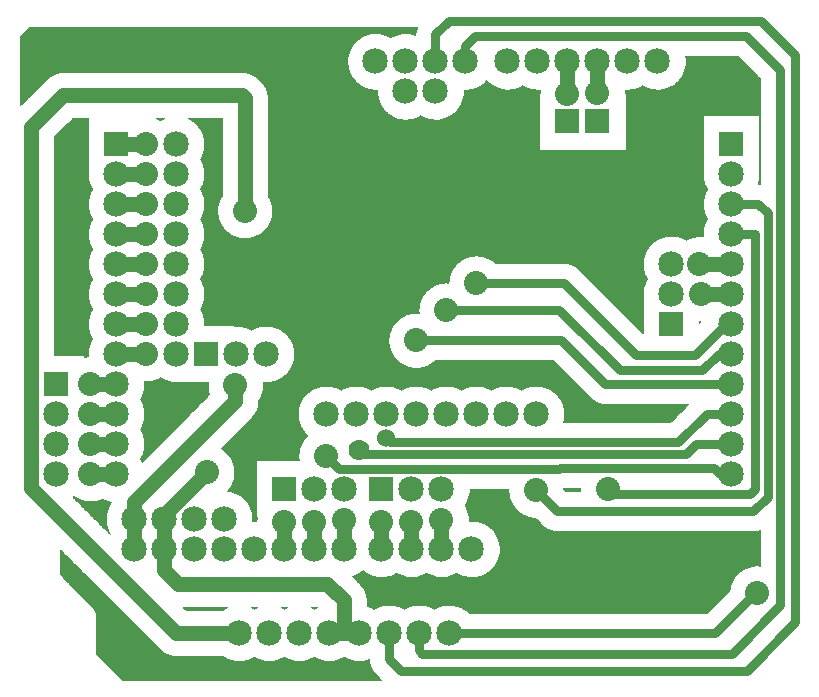
<source format=gbl>
%FSLAX44Y44*%
%MOMM*%
G71*
G01*
G75*
G04 Layer_Physical_Order=2*
G04 Layer_Color=16711680*
%ADD10C,0.1016*%
%ADD11C,0.7620*%
%ADD12C,1.2700*%
%ADD13C,2.1590*%
%ADD14R,2.1590X2.1590*%
%ADD15R,2.1590X2.1590*%
%ADD16C,1.5240*%
%ADD17C,1.7780*%
%ADD18C,2.0320*%
D10*
X827659Y558292D02*
X827398Y560943D01*
X826625Y563492D01*
X825369Y565842D01*
X823679Y567901D01*
X827659Y558292D02*
X827397Y560946D01*
X826622Y563498D01*
X825364Y565849D01*
X823671Y567909D01*
X881520Y531000D02*
X883444Y529314D01*
X885571Y527892D01*
X887866Y526761D01*
X890288Y525938D01*
X892797Y525439D01*
X895350Y525272D01*
X881508Y531013D02*
X883432Y529323D01*
X885561Y527898D01*
X887857Y526764D01*
X890282Y525940D01*
X892794Y525440D01*
X895350Y525272D01*
X807829Y660010D02*
X808870Y660808D01*
X820643Y778903D02*
X817753Y778430D01*
X808870Y660808D02*
X810990Y659381D01*
X813253Y658194D01*
X815632Y657261D01*
X818098Y656593D01*
X820623Y656199D01*
X823176Y656083D01*
X825726Y656246D01*
X828243Y656687D01*
X830697Y657400D01*
X833058Y658377D01*
X824182Y793750D02*
X822933Y791484D01*
X821936Y789096D01*
X821201Y786615D01*
X820738Y784070D01*
X820551Y781489D01*
X820643Y778903D01*
X824182Y819150D02*
X823001Y817024D01*
X822042Y814789D01*
X821314Y812468D01*
X820824Y810086D01*
X820578Y807666D01*
Y805234D01*
X820824Y802814D01*
X821314Y800432D01*
X822042Y798111D01*
X823001Y795876D01*
X824182Y793750D01*
X833058Y658377D02*
X835357Y657277D01*
X837760Y656428D01*
X840239Y655837D01*
X840232Y655265D02*
X838859Y653099D01*
X837725Y650798D01*
X836843Y648390D01*
X836223Y645901D01*
X835871Y643361D01*
X835793Y640797D01*
X835989Y638240D01*
X836457Y635718D01*
X837191Y633261D01*
X838183Y630896D01*
X839422Y628650D01*
X866336Y689525D02*
X864918Y692150D01*
X866205Y694495D01*
X867222Y696969D01*
X867959Y699541D01*
X868404Y702179D01*
X868553Y704850D01*
X868404Y707521D01*
X867959Y710159D01*
X867222Y712731D01*
X866205Y715205D01*
X864918Y717550D01*
X866205Y719895D01*
X867222Y722369D01*
X867959Y724941D01*
X868404Y727579D01*
X868553Y730250D01*
X868404Y732921D01*
X867959Y735559D01*
X867222Y738131D01*
X866205Y740605D01*
X864918Y742950D01*
X866205Y745295D01*
X867222Y747769D01*
X867959Y750341D01*
X868404Y752979D01*
X868553Y755650D01*
X868463Y757729D01*
X868463D02*
X870831Y757699D01*
X873190Y757908D01*
X875516Y758354D01*
X877785Y759034D01*
X879973Y759940D01*
X882058Y761063D01*
X884279Y759752D01*
X886629Y758687D01*
X889079Y757881D01*
X891602Y757342D01*
X894167Y757076D01*
X896747Y757088D01*
X934775Y525272D02*
X936941Y523899D01*
X939242Y522765D01*
X941650Y521883D01*
X944138Y521263D01*
X946679Y520911D01*
X949243Y520833D01*
X951800Y521029D01*
X954322Y521497D01*
X956779Y522231D01*
X959144Y523223D01*
X961390Y524462D01*
X938741Y566674D02*
X936703Y565626D01*
X934775Y564388D01*
X959993Y641350D02*
X959863Y643841D01*
X959476Y646306D01*
X958835Y648716D01*
X957947Y651048D01*
X956822Y653274D01*
X955472Y655372D01*
X953911Y657318D01*
X952157Y659092D01*
X950228Y660674D01*
X948146Y662047D01*
X945932Y663197D01*
X943611Y664111D01*
X941207Y664779D01*
X938747Y665194D01*
X940319Y667104D01*
X941680Y669170D01*
X942814Y671368D01*
X943710Y673674D01*
X944358Y676061D01*
X944749Y678504D01*
X944880Y680974D01*
X961390Y565198D02*
X958639Y566674D01*
X964141D02*
X961390Y565198D01*
Y524462D02*
X963516Y523281D01*
X965751Y522322D01*
X968072Y521594D01*
X970454Y521104D01*
X972874Y520858D01*
X975306D01*
X977726Y521104D01*
X980108Y521594D01*
X982429Y522322D01*
X984664Y523281D01*
X986790Y524462D01*
Y565198D02*
X984039Y566674D01*
X986790Y524462D02*
X988916Y523281D01*
X991151Y522322D01*
X993472Y521594D01*
X995854Y521104D01*
X998274Y520858D01*
X1000706D01*
X1003126Y521104D01*
X1005508Y521594D01*
X1007829Y522322D01*
X1010064Y523281D01*
X1012190Y524462D01*
X959950Y639910D02*
X959993Y641350D01*
X963446Y639865D02*
X959950Y639910D01*
X989541Y566674D02*
X986790Y565198D01*
X963756Y642747D02*
X963446Y639865D01*
X944880Y680974D02*
X944753Y683406D01*
X944374Y685812D01*
X943746Y688165D01*
X942877Y690440D01*
X941776Y692612D01*
X940454Y694658D01*
X938927Y696555D01*
X937211Y698283D01*
X935324Y699823D01*
X933287Y701158D01*
X922427Y757047D02*
X922274Y754440D01*
X922413Y751833D01*
X922842Y749257D01*
X923556Y746746D01*
X958850Y801418D02*
X956696Y802612D01*
X954432Y803579D01*
X952080Y804309D01*
X949666Y804794D01*
X947215Y805029D01*
X944753Y805012D01*
X959459Y727330D02*
X961149Y729254D01*
X962574Y731383D01*
X963708Y733679D01*
X964532Y736104D01*
X965032Y738616D01*
X965200Y741172D01*
X959472Y727342D02*
X961158Y729266D01*
X962580Y731393D01*
X963711Y733688D01*
X964534Y736110D01*
X965033Y738619D01*
X965200Y741172D01*
Y741591D02*
X966547Y743937D01*
X967614Y746423D01*
X968386Y749015D01*
X968853Y751680D01*
X969010Y754380D01*
X968839Y757200D01*
Y757201D02*
X971360Y757048D01*
X973882Y757161D01*
X976379Y757538D01*
X978822Y758175D01*
X981185Y759066D01*
X983441Y760200D01*
X985566Y761564D01*
X987536Y763145D01*
X989328Y764923D01*
X990924Y766880D01*
X992305Y768994D01*
X993457Y771241D01*
X994366Y773596D01*
X995023Y776035D01*
X995420Y778529D01*
X995553Y781050D01*
X995417Y783599D01*
X995011Y786120D01*
X994340Y788584D01*
X993411Y790962D01*
X992235Y793227D01*
X990824Y795356D01*
X989196Y797322D01*
X987367Y799104D01*
X985360Y800682D01*
X983197Y802038D01*
X980902Y803156D01*
X978501Y804025D01*
X976021Y804633D01*
X973491Y804974D01*
X970939Y805045D01*
X968394Y804845D01*
X965884Y804375D01*
X963439Y803641D01*
X961085Y802652D01*
X958850Y801418D01*
X919353Y806450D02*
X919204Y809121D01*
X918759Y811759D01*
X918022Y814331D01*
X917005Y816805D01*
X915718Y819150D01*
X917005Y821495D01*
X918022Y823969D01*
X918759Y826541D01*
X919204Y829179D01*
X919353Y831850D01*
X824182Y844550D02*
X823001Y842424D01*
X822042Y840189D01*
X821314Y837868D01*
X820824Y835486D01*
X820578Y833066D01*
Y830634D01*
X820824Y828214D01*
X821314Y825832D01*
X822042Y823511D01*
X823001Y821276D01*
X824182Y819150D01*
X915718Y844550D02*
X917005Y846895D01*
X918022Y849369D01*
X918759Y851941D01*
X919204Y854579D01*
X919353Y857250D01*
Y831850D02*
X919204Y834521D01*
X918759Y837159D01*
X918022Y839731D01*
X917005Y842205D01*
X915718Y844550D01*
X919312Y805053D02*
X919353Y806450D01*
X824182Y869950D02*
X823001Y867824D01*
X822042Y865589D01*
X821314Y863268D01*
X820824Y860886D01*
X820578Y858466D01*
Y856034D01*
X820824Y853614D01*
X821314Y851232D01*
X822042Y848911D01*
X823001Y846676D01*
X824182Y844550D01*
X919353Y857250D02*
X919204Y859921D01*
X918759Y862559D01*
X918022Y865131D01*
X917005Y867605D01*
X915718Y869950D01*
X824182Y895350D02*
X823001Y893224D01*
X822042Y890989D01*
X821314Y888668D01*
X820824Y886286D01*
X820578Y883866D01*
Y881434D01*
X820824Y879014D01*
X821314Y876632D01*
X822042Y874311D01*
X823001Y872076D01*
X824182Y869950D01*
X824182Y920750D02*
X823001Y918624D01*
X822042Y916389D01*
X821314Y914068D01*
X820824Y911686D01*
X820578Y909266D01*
Y906834D01*
X820824Y904414D01*
X821314Y902032D01*
X822042Y899711D01*
X823001Y897476D01*
X824182Y895350D01*
X915718Y869950D02*
X917005Y872295D01*
X918022Y874769D01*
X918759Y877341D01*
X919204Y879979D01*
X919353Y882650D01*
Y908050D02*
X919204Y910721D01*
X918759Y913359D01*
X918022Y915931D01*
X917005Y918405D01*
X915718Y920750D01*
X919353Y882650D02*
X919204Y885321D01*
X918759Y887959D01*
X918022Y890531D01*
X917005Y893005D01*
X915718Y895350D01*
X917005Y897695D01*
X918022Y900169D01*
X918759Y902741D01*
X919204Y905379D01*
X919353Y908050D01*
X820588Y934847D02*
X820571Y932385D01*
X820806Y929934D01*
X821291Y927520D01*
X822021Y925168D01*
X822988Y922904D01*
X824182Y920750D01*
X915718Y920750D02*
X917005Y923095D01*
X918022Y925569D01*
X918759Y928141D01*
X919204Y930779D01*
X919353Y933450D01*
X919204Y936121D01*
X918759Y938759D01*
X918022Y941331D01*
X917005Y943805D01*
X915718Y946150D01*
X917005Y948495D01*
X918022Y950969D01*
X918759Y953541D01*
X919204Y956179D01*
X919353Y958850D01*
X799846Y1019810D02*
X797290Y1019642D01*
X794778Y1019142D01*
X792353Y1018318D01*
X790057Y1017184D01*
X787928Y1015760D01*
X786004Y1014069D01*
X799846Y1019810D02*
X797293Y1019643D01*
X794784Y1019144D01*
X792362Y1018321D01*
X790067Y1017190D01*
X787940Y1015768D01*
X786016Y1014082D01*
X882058Y978837D02*
X880197Y979852D01*
X878251Y980694D01*
X885401D02*
X883692Y979832D01*
X882058Y978837D01*
X919353Y958850D02*
X919223Y961340D01*
X918836Y963804D01*
X918195Y966214D01*
X917308Y968545D01*
X916183Y970771D01*
X914834Y972868D01*
X913274Y974814D01*
X911521Y976588D01*
X909593Y978170D01*
X907512Y979544D01*
X905299Y980694D01*
X933958Y914981D02*
X932684Y912767D01*
X931659Y910427D01*
X930896Y907990D01*
X930403Y905483D01*
X930187Y902938D01*
X930250Y900385D01*
X930591Y897853D01*
X931207Y895374D01*
X932089Y892977D01*
X933228Y890690D01*
X934610Y888542D01*
X936218Y886557D01*
X938033Y884760D01*
X940033Y883171D01*
X942195Y881810D01*
X944492Y880693D01*
X946898Y879834D01*
X949383Y879242D01*
X951917Y878925D01*
X954471Y878887D01*
X957014Y879128D01*
X959516Y879644D01*
X961946Y880431D01*
X964276Y881479D01*
X966478Y882774D01*
X968525Y884302D01*
X970393Y886044D01*
X972059Y887980D01*
X973505Y890086D01*
X974712Y892337D01*
X975666Y894706D01*
X976356Y897166D01*
X976773Y899686D01*
X976913Y902237D01*
X976755Y904947D01*
X976284Y907622D01*
X975506Y910223D01*
X974431Y912717D01*
X973074Y915069D01*
X964818Y1014069D02*
X962894Y1015760D01*
X960765Y1017184D01*
X958469Y1018318D01*
X956044Y1019142D01*
X953532Y1019642D01*
X950976Y1019810D01*
X964806Y1014082D02*
X962882Y1015768D01*
X960755Y1017190D01*
X958460Y1018321D01*
X956038Y1019144D01*
X953529Y1019643D01*
X950976Y1019810D01*
X973074Y997712D02*
X972907Y1000265D01*
X972408Y1002774D01*
X971585Y1005197D01*
X970454Y1007491D01*
X969032Y1009618D01*
X967346Y1011542D01*
X973074Y997712D02*
X972906Y1000268D01*
X972406Y1002780D01*
X971582Y1005205D01*
X970448Y1007501D01*
X969024Y1009630D01*
X967333Y1011554D01*
X1012190Y565198D02*
X1009439Y566674D01*
X1012190Y524462D02*
X1014316Y523281D01*
X1016551Y522322D01*
X1018872Y521594D01*
X1021254Y521104D01*
X1023674Y520858D01*
X1026106D01*
X1028526Y521104D01*
X1030908Y521594D01*
X1033229Y522322D01*
X1035464Y523281D01*
X1037590Y524462D01*
X1014941Y566674D02*
X1012190Y565198D01*
X1037590Y524462D02*
X1039721Y523279D01*
X1041961Y522318D01*
X1044287Y521590D01*
X1046675Y521101D01*
X1049100Y520857D01*
X1051537Y520859D01*
X1053962Y521110D01*
X1056348Y521604D01*
X1058673Y522338D01*
X1058899Y519706D01*
X1059531Y517140D01*
X1060552Y514702D01*
X1061939Y512453D01*
X1063656Y510444D01*
X1058673Y522338D02*
X1058899Y519706D01*
X1059531Y517140D01*
X1060552Y514702D01*
X1061939Y512453D01*
X1063656Y510444D01*
X1056894Y572262D02*
X1056727Y574815D01*
X1056228Y577324D01*
X1055405Y579747D01*
X1054274Y582041D01*
X1052852Y584168D01*
X1051166Y586092D01*
X1056894Y572262D02*
X1056726Y574818D01*
X1056226Y577330D01*
X1055402Y579755D01*
X1054268Y582051D01*
X1052843Y584180D01*
X1051153Y586104D01*
X1062990Y565198D02*
X1061045Y566289D01*
X1059007Y567194D01*
X1056894Y567907D01*
X1088390Y565198D02*
X1086264Y566379D01*
X1084029Y567338D01*
X1081708Y568066D01*
X1079326Y568556D01*
X1076906Y568802D01*
X1074474D01*
X1072054Y568556D01*
X1069672Y568066D01*
X1067351Y567338D01*
X1065116Y566379D01*
X1062990Y565198D01*
X1113790D02*
X1111664Y566379D01*
X1109429Y567338D01*
X1107108Y568066D01*
X1104726Y568556D01*
X1102306Y568802D01*
X1099874D01*
X1097454Y568556D01*
X1095072Y568066D01*
X1092751Y567338D01*
X1090516Y566379D01*
X1088390Y565198D01*
X1143417Y561848D02*
X1141576Y563500D01*
X1139575Y564953D01*
X1137434Y566193D01*
X1135177Y567206D01*
X1132828Y567981D01*
X1130412Y568510D01*
X1127954Y568788D01*
X1125481Y568812D01*
X1123018Y568581D01*
X1120592Y568097D01*
X1118229Y567367D01*
X1115954Y566397D01*
X1113790Y565198D01*
X1006704Y712047D02*
X1004865Y710193D01*
X1003244Y708144D01*
X1001862Y705928D01*
X1000736Y703571D01*
X999879Y701104D01*
X999304Y698556D01*
X999016Y695960D01*
X999021Y693348D01*
X999316Y690753D01*
X1044341Y592916D02*
X1046815Y593791D01*
X1049179Y594930D01*
X1051405Y596321D01*
X1053465Y597946D01*
X1055472Y596358D01*
X1057637Y594993D01*
X1059935Y593866D01*
X1062340Y592990D01*
X1064825Y592375D01*
X1067361Y592029D01*
X1069919Y591954D01*
X1072471Y592152D01*
X1074987Y592621D01*
X1077439Y593355D01*
X1079799Y594346D01*
X1082040Y595582D01*
X1082040Y595582D02*
X1084166Y594401D01*
X1086401Y593442D01*
X1088722Y592714D01*
X1091104Y592224D01*
X1093524Y591978D01*
X1095956D01*
X1098376Y592224D01*
X1100758Y592714D01*
X1103079Y593442D01*
X1105314Y594401D01*
X1107440Y595582D01*
X1109566Y594401D01*
X1111801Y593442D01*
X1114122Y592714D01*
X1116504Y592224D01*
X1118924Y591978D01*
X1121356D01*
X1123776Y592224D01*
X1126158Y592714D01*
X1128479Y593442D01*
X1130714Y594401D01*
X1132840Y595582D01*
X1135075Y594348D01*
X1137429Y593359D01*
X1139874Y592625D01*
X1142384Y592155D01*
X1144929Y591955D01*
X1147481Y592026D01*
X1150011Y592367D01*
X1152491Y592976D01*
X1154892Y593844D01*
X1157187Y594962D01*
X1159350Y596318D01*
X1161357Y597896D01*
X1163186Y599678D01*
X1164814Y601644D01*
X1166225Y603773D01*
X1167401Y606038D01*
X1168330Y608416D01*
X1169001Y610880D01*
X1169407Y613400D01*
X1169543Y615950D01*
X1143508Y640080D02*
X1143352Y642776D01*
X1142886Y645436D01*
X1142116Y648025D01*
X1141052Y650508D01*
X1139709Y652851D01*
X1141034Y654935D01*
X1142137Y657145D01*
X1143008Y659456D01*
X1143636Y661844D01*
X1144016Y664284D01*
X1144143Y666750D01*
X1035050Y750618D02*
X1032807Y751855D01*
X1030446Y752847D01*
X1027992Y753580D01*
X1025474Y754049D01*
X1022920Y754246D01*
X1020360Y754170D01*
X1017823Y753822D01*
X1015337Y753206D01*
X1012931Y752328D01*
X1010632Y751198D01*
X1008467Y749831D01*
X1006459Y748240D01*
X1004633Y746444D01*
X1003008Y744464D01*
X1001604Y742322D01*
X1000436Y740043D01*
X999517Y737652D01*
X998858Y735177D01*
X998467Y732646D01*
X998348Y730088D01*
X998502Y727531D01*
X998927Y725006D01*
X999619Y722540D01*
X1000570Y720162D01*
X1001769Y717898D01*
X1003202Y715776D01*
X1004854Y713818D01*
X1006704Y712047D01*
X1060450Y750618D02*
X1058324Y751799D01*
X1056089Y752758D01*
X1053768Y753486D01*
X1051386Y753976D01*
X1048966Y754222D01*
X1046534D01*
X1044114Y753976D01*
X1041732Y753486D01*
X1039411Y752758D01*
X1037176Y751799D01*
X1035050Y750618D01*
X1085850D02*
X1083724Y751799D01*
X1081489Y752758D01*
X1079168Y753486D01*
X1076786Y753976D01*
X1074366Y754222D01*
X1071934D01*
X1069514Y753976D01*
X1067132Y753486D01*
X1064811Y752758D01*
X1062576Y751799D01*
X1060450Y750618D01*
X1111250D02*
X1109124Y751799D01*
X1106889Y752758D01*
X1104568Y753486D01*
X1102186Y753976D01*
X1099766Y754222D01*
X1097334D01*
X1094914Y753976D01*
X1092532Y753486D01*
X1090211Y752758D01*
X1087976Y751799D01*
X1085850Y750618D01*
X1162050D02*
X1159924Y751799D01*
X1157689Y752758D01*
X1155368Y753486D01*
X1152986Y753976D01*
X1150566Y754222D01*
X1148134D01*
X1145714Y753976D01*
X1143332Y753486D01*
X1141011Y752758D01*
X1138776Y751799D01*
X1136650Y750618D01*
X1134524Y751799D01*
X1132289Y752758D01*
X1129968Y753486D01*
X1127586Y753976D01*
X1125166Y754222D01*
X1122734D01*
X1120314Y753976D01*
X1117932Y753486D01*
X1115611Y752758D01*
X1113376Y751799D01*
X1111250Y750618D01*
X1169543Y615950D02*
X1169415Y618429D01*
X1169031Y620882D01*
X1168396Y623282D01*
X1167516Y625604D01*
X1166402Y627822D01*
X1165064Y629913D01*
X1163517Y631855D01*
X1161778Y633627D01*
X1159865Y635210D01*
X1157799Y636586D01*
X1155602Y637742D01*
X1153298Y638665D01*
X1150910Y639345D01*
X1148465Y639774D01*
X1145988Y639949D01*
X1143507Y639867D01*
X1176824Y666877D02*
X1176808Y664385D01*
X1177057Y661906D01*
X1177569Y659467D01*
X1178337Y657097D01*
X1179354Y654822D01*
X1180607Y652668D01*
X1182082Y650660D01*
X1183763Y648821D01*
X1185630Y647171D01*
X1187662Y645729D01*
X1189836Y644511D01*
X1192128Y643532D01*
X1194510Y642803D01*
X1196957Y642331D01*
X1199440Y642123D01*
X1187450Y750618D02*
X1185324Y751799D01*
X1183089Y752758D01*
X1180768Y753486D01*
X1178386Y753976D01*
X1175966Y754222D01*
X1173534D01*
X1171114Y753976D01*
X1168732Y753486D01*
X1166411Y752758D01*
X1164176Y751799D01*
X1162050Y750618D01*
X1390142Y601780D02*
X1387637Y601974D01*
X1385126Y601897D01*
X1382638Y601551D01*
X1380201Y600940D01*
X1377844Y600071D01*
X1375594Y598955D01*
X1373477Y597602D01*
X1371517Y596031D01*
X1369737Y594258D01*
X1368158Y592304D01*
X1366797Y590192D01*
X1365672Y587947D01*
X1364793Y585593D01*
X1364173Y583159D01*
X1363817Y580672D01*
X1205896Y635666D02*
X1207927Y633932D01*
X1210204Y632537D01*
X1212671Y631515D01*
X1215268Y630891D01*
X1217930Y630682D01*
X1205896Y635666D02*
X1207927Y633932D01*
X1210204Y632537D01*
X1212671Y631515D01*
X1215268Y630891D01*
X1217930Y630682D01*
X1223507Y666190D02*
X1223447Y667305D01*
X1224260Y667512D01*
X1223447Y667305D02*
X1224260Y667512D01*
X1237754D02*
X1237831Y664718D01*
X1223075Y723138D02*
X1223672Y725469D01*
X1224032Y727847D01*
X1224153Y730250D01*
Y730250D02*
X1224017Y732800D01*
X1223611Y735320D01*
X1222940Y737784D01*
X1222011Y740162D01*
X1220835Y742427D01*
X1219424Y744556D01*
X1217796Y746522D01*
X1215967Y748304D01*
X1213960Y749882D01*
X1211797Y751238D01*
X1209502Y752356D01*
X1207101Y753224D01*
X1204621Y753833D01*
X1202091Y754174D01*
X1199539Y754245D01*
X1196994Y754045D01*
X1194484Y753575D01*
X1192039Y752841D01*
X1189685Y751852D01*
X1187450Y750618D01*
X1384300Y630682D02*
X1387266Y630942D01*
X1390142Y631716D01*
X1384300Y630682D02*
X1387266Y630942D01*
X1390142Y631716D01*
X1246536Y743616D02*
X1248567Y741882D01*
X1250844Y740487D01*
X1253311Y739465D01*
X1255908Y738841D01*
X1258570Y738632D01*
X1246536Y743616D02*
X1248567Y741882D01*
X1250844Y740487D01*
X1253311Y739465D01*
X1255908Y738841D01*
X1258570Y738632D01*
X1100704Y815749D02*
X1098188Y815845D01*
X1095676Y815671D01*
X1093197Y815227D01*
X1090781Y814519D01*
X1088455Y813555D01*
X1086245Y812346D01*
X1084179Y810907D01*
X1082280Y809254D01*
X1080570Y807405D01*
X1079068Y805384D01*
X1077793Y803213D01*
X1076758Y800917D01*
X1075977Y798523D01*
X1075458Y796059D01*
X1075207Y793554D01*
X1075227Y791036D01*
X1075517Y788535D01*
X1076076Y786079D01*
X1076895Y783698D01*
X1077965Y781419D01*
X1079275Y779269D01*
X1080809Y777271D01*
X1082548Y775451D01*
X1084473Y773828D01*
X1086562Y772421D01*
X1088790Y771248D01*
X1091131Y770321D01*
X1093559Y769651D01*
X1096044Y769247D01*
X1098558Y769112D01*
X1101073Y769249D01*
X1103558Y769655D01*
X1105985Y770326D01*
X1108325Y771255D01*
X1110552Y772430D01*
X1112640Y773838D01*
X1114564Y775462D01*
X1125986Y841413D02*
X1123418Y841496D01*
X1120856Y841296D01*
X1118331Y840816D01*
X1115875Y840062D01*
X1113516Y839043D01*
X1111283Y837771D01*
X1109204Y836262D01*
X1107303Y834533D01*
X1105603Y832606D01*
X1104125Y830504D01*
X1102886Y828252D01*
X1101903Y825879D01*
X1101186Y823411D01*
X1100744Y820880D01*
X1100583Y818315D01*
X1100704Y815749D01*
X1165364Y858012D02*
X1163401Y859666D01*
X1161268Y861094D01*
X1158992Y862280D01*
X1156599Y863209D01*
X1154119Y863870D01*
X1151581Y864255D01*
X1149016Y864360D01*
X1146456Y864182D01*
X1143930Y863725D01*
X1141470Y862993D01*
X1139104Y861996D01*
X1136863Y860746D01*
X1134772Y859257D01*
X1132857Y857548D01*
X1131141Y855639D01*
X1129644Y853553D01*
X1128385Y851317D01*
X1127380Y848955D01*
X1126639Y846497D01*
X1126173Y843973D01*
X1125986Y841413D01*
X1065700Y1004740D02*
X1065680Y1002240D01*
X1065921Y999752D01*
X1066419Y997301D01*
X1067169Y994916D01*
X1068163Y992622D01*
X1069390Y990444D01*
X1070837Y988405D01*
X1072489Y986528D01*
X1074326Y984833D01*
X1076331Y983338D01*
X1078479Y982060D01*
X1080749Y981012D01*
X1083116Y980206D01*
X1085554Y979651D01*
X1088036Y979352D01*
X1090536Y979313D01*
X1093026Y979534D01*
X1095480Y980013D01*
X1097871Y980745D01*
X1100173Y981721D01*
X1102360Y982932D01*
X1076960Y1049068D02*
X1074768Y1050281D01*
X1072461Y1051258D01*
X1070065Y1051990D01*
X1067606Y1052469D01*
X1065110Y1052688D01*
X1062605Y1052646D01*
X1060118Y1052343D01*
X1057677Y1051783D01*
X1055307Y1050971D01*
X1053034Y1049916D01*
X1050884Y1048630D01*
X1048879Y1047128D01*
X1047042Y1045424D01*
X1045393Y1043538D01*
X1043949Y1041491D01*
X1042727Y1039304D01*
X1041739Y1037002D01*
X1040996Y1034609D01*
X1040507Y1032152D01*
X1040276Y1029658D01*
X1040307Y1027152D01*
X1040599Y1024664D01*
X1041148Y1022220D01*
X1041950Y1019846D01*
X1042994Y1017569D01*
X1044270Y1015413D01*
X1045764Y1013402D01*
X1047459Y1011557D01*
X1049337Y1009900D01*
X1051378Y1008447D01*
X1053559Y1007214D01*
X1055857Y1006216D01*
X1058247Y1005462D01*
X1060702Y1004962D01*
X1063195Y1004721D01*
X1065700Y1004740D01*
X1098042Y1051192D02*
X1095718Y1051926D01*
X1093331Y1052421D01*
X1090907Y1052671D01*
X1088470Y1052673D01*
X1086044Y1052429D01*
X1083657Y1051940D01*
X1081331Y1051212D01*
X1079091Y1050251D01*
X1076960Y1049068D01*
X1102360Y982932D02*
X1104595Y981698D01*
X1106949Y980709D01*
X1109394Y979975D01*
X1111904Y979505D01*
X1114449Y979305D01*
X1117001Y979376D01*
X1119531Y979717D01*
X1122011Y980325D01*
X1124412Y981194D01*
X1126707Y982312D01*
X1128870Y983668D01*
X1130878Y985246D01*
X1132706Y987028D01*
X1134334Y988994D01*
X1135745Y991123D01*
X1136921Y993388D01*
X1137850Y995767D01*
X1138521Y998230D01*
X1138927Y1000750D01*
X1139063Y1003300D01*
Y1003300D02*
X1139020Y1004740D01*
X1139020Y1004740D02*
X1141701Y1004729D01*
X1144367Y1005017D01*
X1146985Y1005601D01*
X1149520Y1006473D01*
X1151943Y1007622D01*
X1154223Y1009035D01*
X1156330Y1010692D01*
X1158240Y1012575D01*
X1099123Y1057529D02*
X1098315Y1054593D01*
X1098042Y1051560D01*
X1099123Y1057529D02*
X1098315Y1054593D01*
X1098042Y1051560D01*
X1158240Y1012575D02*
X1160065Y1010768D01*
X1162072Y1009165D01*
X1164239Y1007787D01*
X1166541Y1006648D01*
X1168952Y1005761D01*
X1171443Y1005137D01*
X1173987Y1004783D01*
X1176554Y1004703D01*
X1179115Y1004897D01*
X1181641Y1005365D01*
X1184102Y1006099D01*
X1186471Y1007092D01*
X1188720Y1008332D01*
X1203807Y1004816D02*
X1203480Y1001903D01*
X1188720Y1008332D02*
X1191022Y1007066D01*
X1193449Y1006059D01*
X1195972Y1005323D01*
X1198560Y1004868D01*
X1201182Y1004698D01*
X1203807Y1004816D01*
X1236060Y853028D02*
X1234029Y854762D01*
X1231752Y856157D01*
X1229285Y857179D01*
X1226688Y857803D01*
X1224026Y858012D01*
X1236060Y853028D02*
X1234029Y854762D01*
X1231752Y856157D01*
X1229285Y857179D01*
X1226688Y857803D01*
X1224026Y858012D01*
X1338453Y808524D02*
X1339409Y808486D01*
X1294082Y844550D02*
X1292888Y842396D01*
X1291921Y840132D01*
X1291191Y837780D01*
X1290706Y835366D01*
X1290471Y832915D01*
X1290488Y830453D01*
X1327138Y877625D02*
X1324881Y878868D01*
X1322503Y879862D01*
X1320033Y880595D01*
X1317498Y881059D01*
X1314928Y881248D01*
X1312352Y881161D01*
X1309801Y880798D01*
X1307303Y880164D01*
X1304888Y879266D01*
X1302583Y878114D01*
X1300414Y876722D01*
X1298408Y875105D01*
X1296586Y873282D01*
X1294970Y871274D01*
X1293579Y869105D01*
X1292428Y866799D01*
X1291532Y864384D01*
X1290899Y861886D01*
X1290538Y859334D01*
X1290452Y856758D01*
X1290643Y854189D01*
X1291108Y851654D01*
X1291843Y849184D01*
X1292838Y846807D01*
X1294082Y844550D01*
X1341348Y880453D02*
X1338899Y880616D01*
X1336447Y880520D01*
X1334018Y880168D01*
X1331640Y879564D01*
X1329338Y878713D01*
X1327138Y877625D01*
X1344882Y895350D02*
X1343630Y893076D01*
X1342630Y890681D01*
X1341895Y888191D01*
X1341434Y885637D01*
X1341250Y883047D01*
X1341348Y880453D01*
X1344882Y920750D02*
X1343701Y918624D01*
X1342742Y916389D01*
X1342014Y914068D01*
X1341524Y911686D01*
X1341278Y909266D01*
Y906834D01*
X1341524Y904414D01*
X1342014Y902032D01*
X1342742Y899711D01*
X1343701Y897476D01*
X1344882Y895350D01*
X1390142Y924946D02*
X1388110Y925068D01*
X1390142Y924946D02*
X1388110Y925068D01*
X1387742D02*
X1388577Y927795D01*
X1389084Y930603D01*
X1389253Y933450D01*
X1341288Y934847D02*
X1341271Y932385D01*
X1341506Y929934D01*
X1341991Y927520D01*
X1342721Y925168D01*
X1343688Y922904D01*
X1344882Y920750D01*
X1389253Y933450D02*
X1389212Y934847D01*
X1275588Y1002030D02*
X1275424Y1004798D01*
X1278018Y1004700D01*
X1280607Y1004883D01*
X1283161Y1005345D01*
X1285651Y1006080D01*
X1288046Y1007080D01*
X1290320Y1008332D01*
X1292555Y1007098D01*
X1294909Y1006109D01*
X1297354Y1005375D01*
X1299864Y1004905D01*
X1302409Y1004705D01*
X1304961Y1004776D01*
X1307491Y1005117D01*
X1309971Y1005725D01*
X1312372Y1006594D01*
X1314667Y1007712D01*
X1316830Y1009068D01*
X1318837Y1010646D01*
X1320666Y1012428D01*
X1322294Y1014394D01*
X1323705Y1016523D01*
X1324881Y1018788D01*
X1325810Y1021167D01*
X1326481Y1023630D01*
X1326887Y1026150D01*
X1327023Y1028700D01*
Y1028700D02*
X1326925Y1030868D01*
X1326631Y1033018D01*
X819318Y572262D02*
X840259D01*
X818556Y573024D02*
X839497D01*
X820842Y570738D02*
X841783D01*
X820080Y571500D02*
X841021D01*
X815508Y576072D02*
X836449D01*
X814746Y576834D02*
X835687D01*
X817794Y573786D02*
X838735D01*
X816270Y575310D02*
X837211D01*
X817032Y574548D02*
X837973D01*
X827659Y527345D02*
Y558292D01*
X825145Y566166D02*
X846355D01*
X822366Y569214D02*
X843307D01*
X821604Y569976D02*
X842545D01*
X824562Y566928D02*
X845593D01*
X823128Y568452D02*
X844069D01*
X823885Y567690D02*
X844831D01*
X819912Y571668D02*
Y592609D01*
X819150Y572430D02*
Y593371D01*
X820674Y570906D02*
Y591847D01*
X797179Y594401D02*
X823671Y567909D01*
X816102Y575478D02*
Y596419D01*
X815340Y576240D02*
Y597181D01*
X818388Y573192D02*
Y594133D01*
X816864Y574716D02*
Y595657D01*
X817626Y573954D02*
Y594895D01*
X826008Y564784D02*
Y586513D01*
X825246Y566022D02*
Y587275D01*
X827532Y560145D02*
Y584989D01*
X826770Y563126D02*
Y585751D01*
X822198Y569382D02*
Y590323D01*
X821436Y570144D02*
Y591085D01*
X824484Y567022D02*
Y588037D01*
X822960Y568620D02*
Y589561D01*
X823722Y567858D02*
Y588799D01*
X827659Y535686D02*
X876835D01*
X827659Y536448D02*
X876073D01*
X827659Y534162D02*
X878359D01*
X827659Y534924D02*
X877597D01*
X827659Y544068D02*
X868453D01*
X827659Y546354D02*
X866167D01*
X827659Y540258D02*
X872263D01*
X827659Y543306D02*
X869215D01*
X827659Y541020D02*
X871501D01*
X827659Y527345D02*
X849925Y505079D01*
X827659Y529590D02*
X883092D01*
X827659Y528066D02*
X885276D01*
X827659Y528828D02*
X884105D01*
X827659Y532638D02*
X879883D01*
X827659Y533400D02*
X879121D01*
X827659Y530352D02*
X882201D01*
X827659Y531876D02*
X880645D01*
X827659Y531114D02*
X881407D01*
X827420Y560832D02*
X851689D01*
X827252Y561594D02*
X850927D01*
X827542Y560070D02*
X852451D01*
X797179Y615342D02*
X881508Y531013D01*
X826084Y564642D02*
X847879D01*
X825649Y565404D02*
X847117D01*
X827037Y562356D02*
X850165D01*
X826457Y563880D02*
X848641D01*
X826773Y563118D02*
X849403D01*
X827659Y553212D02*
X859309D01*
X827659Y553974D02*
X858547D01*
X827659Y548640D02*
X863881D01*
X827659Y550164D02*
X862357D01*
X827659Y549402D02*
X863119D01*
X827657Y558546D02*
X853975D01*
X827621Y559308D02*
X853213D01*
X827659Y554736D02*
X857785D01*
X827659Y557784D02*
X854737D01*
X827659Y557022D02*
X855499D01*
X797179Y603504D02*
X809017D01*
X797179Y604266D02*
X808255D01*
X797179Y601980D02*
X810541D01*
X797179Y602742D02*
X809779D01*
X797179Y607314D02*
X805207D01*
X797179Y608076D02*
X804445D01*
X797179Y605028D02*
X807493D01*
X797179Y606552D02*
X805969D01*
X797179Y605790D02*
X806731D01*
X809244Y582336D02*
Y603277D01*
X808482Y583098D02*
Y604039D01*
X810768Y580812D02*
Y601753D01*
X810006Y581574D02*
Y602515D01*
X805434Y586146D02*
Y607087D01*
X804672Y586908D02*
Y607849D01*
X807720Y583860D02*
Y604801D01*
X806196Y585384D02*
Y606325D01*
X806958Y584622D02*
Y605563D01*
X797179Y610362D02*
X802159D01*
X797179Y594401D02*
Y615342D01*
Y608838D02*
X803683D01*
X797179Y609600D02*
X802921D01*
X797179Y613410D02*
X799111D01*
X797179Y614172D02*
X798349D01*
X797179Y611124D02*
X801397D01*
X797179Y612648D02*
X799873D01*
X797179Y611886D02*
X800635D01*
X802386Y589194D02*
Y610135D01*
X801624Y589956D02*
Y610897D01*
X803910Y587670D02*
Y608611D01*
X803148Y588432D02*
Y609373D01*
X798576Y593004D02*
Y613945D01*
X797814Y593766D02*
Y614707D01*
X800862Y590718D02*
Y611659D01*
X799338Y592242D02*
Y613183D01*
X800100Y591480D02*
Y612421D01*
X805602Y585978D02*
X826543D01*
X804840Y586740D02*
X825781D01*
X807126Y584454D02*
X828067D01*
X806364Y585216D02*
X827305D01*
X801792Y589788D02*
X822733D01*
X801030Y590550D02*
X821971D01*
X804078Y587502D02*
X825019D01*
X802554Y589026D02*
X823495D01*
X803316Y588264D02*
X824257D01*
X812460Y579120D02*
X833401D01*
X811698Y579882D02*
X832639D01*
X813984Y577596D02*
X834925D01*
X813222Y578358D02*
X834163D01*
X808650Y582930D02*
X829591D01*
X807888Y583692D02*
X828829D01*
X810936Y580644D02*
X831877D01*
X809412Y582168D02*
X830353D01*
X810174Y581406D02*
X831115D01*
X797179Y596646D02*
X815875D01*
X797179Y597408D02*
X815113D01*
X797179Y595122D02*
X817399D01*
X797179Y595884D02*
X816637D01*
X797179Y600456D02*
X812065D01*
X797179Y601218D02*
X811303D01*
X797179Y598170D02*
X814351D01*
X797179Y599694D02*
X812827D01*
X797179Y598932D02*
X813589D01*
X812292Y579288D02*
Y600229D01*
X811530Y580050D02*
Y600991D01*
X814578Y577002D02*
Y597943D01*
X813054Y578526D02*
Y599467D01*
X813816Y577764D02*
Y598705D01*
X797982Y593598D02*
X818923D01*
X797220Y594360D02*
X818161D01*
X800268Y591312D02*
X821209D01*
X798744Y592836D02*
X819685D01*
X799506Y592074D02*
X820447D01*
X868680Y505079D02*
Y543841D01*
X867918Y505079D02*
Y544603D01*
X870204Y505079D02*
Y542317D01*
X869442Y505079D02*
Y543079D01*
X864870Y505079D02*
Y547651D01*
X864108Y505079D02*
Y548413D01*
X867156Y505079D02*
Y545365D01*
X865632Y505079D02*
Y546889D01*
X866394Y505079D02*
Y546127D01*
X875538Y505079D02*
Y536983D01*
X874776Y505079D02*
Y537745D01*
X877062Y505079D02*
Y535459D01*
X876300Y505079D02*
Y536221D01*
X871728Y505079D02*
Y540793D01*
X870966Y505079D02*
Y541555D01*
X874014Y505079D02*
Y538507D01*
X872490Y505079D02*
Y540031D01*
X873252Y505079D02*
Y539269D01*
X854964Y505079D02*
Y557557D01*
X854202Y505079D02*
Y558319D01*
X856488Y505079D02*
Y556033D01*
X855726Y505079D02*
Y556795D01*
X851154Y505079D02*
Y561367D01*
X850392Y505079D02*
Y562129D01*
X853440Y505079D02*
Y559081D01*
X851916Y505079D02*
Y560605D01*
X852678Y505079D02*
Y559843D01*
X861822Y505079D02*
Y550699D01*
X861060Y505079D02*
Y551461D01*
X863346Y505079D02*
Y549175D01*
X862584Y505079D02*
Y549937D01*
X858012Y505079D02*
Y554509D01*
X857250Y505079D02*
Y555271D01*
X860298Y505079D02*
Y552223D01*
X858774Y505079D02*
Y553747D01*
X859536Y505079D02*
Y552985D01*
X899160Y505079D02*
Y525272D01*
X898398Y505079D02*
Y525272D01*
X900684Y505079D02*
Y525272D01*
X899922Y505079D02*
Y525272D01*
X895350Y505079D02*
Y525272D01*
X894588Y505079D02*
Y525287D01*
X897636Y505079D02*
Y525272D01*
X896112Y505079D02*
Y525272D01*
X896874Y505079D02*
Y525272D01*
X906018Y505079D02*
Y525272D01*
X905256Y505079D02*
Y525272D01*
X907542Y505079D02*
Y525272D01*
X906780Y505079D02*
Y525272D01*
X902208Y505079D02*
Y525272D01*
X901446Y505079D02*
Y525272D01*
X904494Y505079D02*
Y525272D01*
X902970Y505079D02*
Y525272D01*
X903732Y505079D02*
Y525272D01*
X882396Y505079D02*
Y530177D01*
X881634Y505079D02*
Y530888D01*
X883920Y505079D02*
Y528960D01*
X883158Y505079D02*
Y529537D01*
X878586Y505079D02*
Y533935D01*
X877824Y505079D02*
Y534697D01*
X880872Y505079D02*
Y531649D01*
X879348Y505079D02*
Y533173D01*
X880110Y505079D02*
Y532411D01*
X891540Y505079D02*
Y525647D01*
X888492Y505079D02*
Y526514D01*
X893826Y505079D02*
Y525331D01*
X892302Y505079D02*
Y525511D01*
X893064Y505079D02*
Y525406D01*
X885444Y505079D02*
Y527966D01*
X884682Y505079D02*
Y528438D01*
X887730Y505079D02*
Y526818D01*
X886206Y505079D02*
Y527541D01*
X886968Y505079D02*
Y527159D01*
X837438Y517566D02*
Y575083D01*
X836676Y518328D02*
Y575845D01*
X838962Y516042D02*
Y573559D01*
X838200Y516804D02*
Y574321D01*
X833628Y521376D02*
Y578893D01*
X832866Y522138D02*
Y579655D01*
X835914Y519090D02*
Y576607D01*
X834390Y520614D02*
Y578131D01*
X835152Y519852D02*
Y577369D01*
X844296Y510708D02*
Y568225D01*
X843534Y511470D02*
Y568987D01*
X845820Y509184D02*
Y566701D01*
X845058Y509946D02*
Y567463D01*
X840486Y514518D02*
Y572035D01*
X839724Y515280D02*
Y572797D01*
X842772Y512232D02*
Y569749D01*
X841248Y513756D02*
Y571273D01*
X842010Y512994D02*
Y570511D01*
X830580Y524424D02*
Y581941D01*
X829818Y525186D02*
Y582703D01*
X832104Y522900D02*
Y580417D01*
X831342Y523662D02*
Y581179D01*
X829056Y525948D02*
Y583465D01*
X828294Y526710D02*
Y584227D01*
X832331Y635508D02*
X836509D01*
X830807Y637032D02*
X836179D01*
X831569Y636270D02*
X836331D01*
X837438Y630401D02*
Y632602D01*
X836676Y631163D02*
Y634878D01*
X837665Y630174D02*
X838548D01*
X836903Y630936D02*
X838164D01*
X838200Y629639D02*
Y630861D01*
X833855Y633984D02*
X836945D01*
X833093Y634746D02*
X836713D01*
X836141Y631698D02*
X837813D01*
X834617Y633222D02*
X837205D01*
X835379Y632460D02*
X837494D01*
X827659Y538734D02*
X873787D01*
X827659Y539496D02*
X873025D01*
X827659Y537210D02*
X875311D01*
X827659Y537972D02*
X874549D01*
X827659Y547116D02*
X865405D01*
X827659Y547878D02*
X864643D01*
X827659Y541782D02*
X870739D01*
X827659Y545592D02*
X866929D01*
X827659Y542544D02*
X869977D01*
X890016Y505079D02*
Y526013D01*
X889254Y505079D02*
Y526246D01*
X890778Y505079D02*
Y525814D01*
X827700Y527304D02*
X886669D01*
X827659Y544830D02*
X867691D01*
X829224Y525780D02*
X890921D01*
X828462Y526542D02*
X888417D01*
X847344Y507660D02*
Y565177D01*
X846582Y508422D02*
Y565939D01*
X848868Y506136D02*
Y563653D01*
X848106Y506898D02*
Y564415D01*
X827659Y555498D02*
X857023D01*
X827659Y556260D02*
X856261D01*
X827659Y550926D02*
X861595D01*
X827659Y552450D02*
X860071D01*
X827659Y551688D02*
X860833D01*
X849630Y505374D02*
Y562891D01*
X901165Y566674D02*
X903451Y564388D01*
X907542D02*
Y566674D01*
X903732Y564388D02*
Y566674D01*
X904494Y564388D02*
Y566674D01*
X902970Y564869D02*
Y566674D01*
X902208Y565631D02*
Y566674D01*
X906780Y564388D02*
Y566674D01*
X905256Y564388D02*
Y566674D01*
X906018Y564388D02*
Y566674D01*
X814578Y653261D02*
Y657637D01*
X813816Y654023D02*
Y657945D01*
X816102Y651737D02*
Y657111D01*
X815340Y652499D02*
Y657359D01*
X813054Y654785D02*
Y658286D01*
X809471Y658368D02*
X812880D01*
X811757Y656082D02*
X822960D01*
X810233Y657606D02*
X814659D01*
X810995Y656844D02*
X817041D01*
X821436Y646403D02*
Y656132D01*
X820674Y647165D02*
Y656194D01*
X822960Y644879D02*
Y656082D01*
X822198Y645641D02*
Y656094D01*
X817626Y650213D02*
Y656699D01*
X816864Y650975D02*
Y656891D01*
X819912Y647927D02*
Y656282D01*
X818388Y649451D02*
Y656534D01*
X819150Y648689D02*
Y656395D01*
X810006Y657833D02*
Y660001D01*
X809244Y658595D02*
Y660531D01*
X808709Y659130D02*
X811420D01*
X810768Y657071D02*
Y659515D01*
X794004Y779653D02*
Y966751D01*
X794766Y779653D02*
Y967513D01*
X807947Y659892D02*
X810171D01*
X808482Y659357D02*
Y660500D01*
X812292Y655547D02*
Y658659D01*
X811530Y656309D02*
Y659068D01*
X817753Y778430D02*
Y779653D01*
X819150Y778705D02*
Y980694D01*
X818388Y778566D02*
Y980694D01*
X817753Y778764D02*
X819524D01*
X817753Y779526D02*
X820595D01*
X819912Y778818D02*
Y980694D01*
X823187Y644652D02*
X836015D01*
X822425Y645414D02*
X836133D01*
X821663Y646176D02*
X836277D01*
X820901Y646938D02*
X836447D01*
X820139Y647700D02*
X836642D01*
X819377Y648462D02*
X836865D01*
X818615Y649224D02*
X837115D01*
X817091Y650748D02*
X837703D01*
X817853Y649986D02*
X837394D01*
X828521Y639318D02*
X835873D01*
X827759Y640080D02*
X835821D01*
X830045Y637794D02*
X836052D01*
X829283Y638556D02*
X835950D01*
X826997Y640842D02*
X835792D01*
X826235Y641604D02*
X835788D01*
X825473Y642366D02*
X835808D01*
X823949Y643890D02*
X835922D01*
X824711Y643128D02*
X835853D01*
X816329Y651510D02*
X838043D01*
X815567Y652272D02*
X838416D01*
X814805Y653034D02*
X838823D01*
X807829Y660010D02*
X839333Y628506D01*
X814043Y653796D02*
X839266D01*
X813281Y654558D02*
X839748D01*
X822960Y656082D02*
X839065D01*
X826770Y641069D02*
Y656395D01*
X827532Y640307D02*
Y656534D01*
X828294Y639545D02*
Y656699D01*
X829056Y638783D02*
Y656891D01*
X829818Y638021D02*
Y657111D01*
X823722Y644117D02*
Y656094D01*
X824484Y643355D02*
Y656132D01*
X825246Y642593D02*
Y656194D01*
X826008Y641831D02*
Y656282D01*
X828879Y656844D02*
X836481D01*
X792480Y779653D02*
Y965227D01*
Y779653D02*
Y965227D01*
Y779653D02*
X817753D01*
X793242D02*
Y965989D01*
X795528Y779653D02*
Y968275D01*
X796290Y779653D02*
Y969037D01*
X792480Y780288D02*
X820559D01*
X792480Y781050D02*
X820547D01*
X797052Y779653D02*
Y969799D01*
X801624Y779653D02*
Y974371D01*
X802386Y779653D02*
Y975133D01*
X803148Y779653D02*
Y975895D01*
X803910Y779653D02*
Y976657D01*
X797814Y779653D02*
Y970561D01*
X798576Y779653D02*
Y971323D01*
X799338Y779653D02*
Y972085D01*
X800100Y779653D02*
Y972847D01*
X800862Y779653D02*
Y973609D01*
X809244Y779653D02*
Y980694D01*
X808482Y779653D02*
Y980694D01*
X810768Y779653D02*
Y980694D01*
X810006Y779653D02*
Y980694D01*
X804672Y779653D02*
Y977419D01*
X805434Y779653D02*
Y978181D01*
X806196Y779653D02*
Y978943D01*
X806958Y779653D02*
Y979705D01*
X807720Y779653D02*
Y980467D01*
X816102Y779653D02*
Y980694D01*
X815340Y779653D02*
Y980694D01*
X817626Y779653D02*
Y980694D01*
X816864Y779653D02*
Y980694D01*
X812292Y779653D02*
Y980694D01*
X811530Y779653D02*
Y980694D01*
X814578Y779653D02*
Y980694D01*
X813054Y779653D02*
Y980694D01*
X813816Y779653D02*
Y980694D01*
X792480Y781812D02*
X820559D01*
X792480Y782574D02*
X820595D01*
X792480Y783336D02*
X820656D01*
X792480Y784098D02*
X820741D01*
X792480Y784860D02*
X820851D01*
X792480Y785622D02*
X820986D01*
X792480Y786384D02*
X821147D01*
X792480Y787908D02*
X821548D01*
X792480Y787146D02*
X821334D01*
X792480Y788670D02*
X821789D01*
X792480Y789432D02*
X822058D01*
X792480Y790194D02*
X822357D01*
X792480Y790956D02*
X822686D01*
X792480Y791718D02*
X823048D01*
X792480Y792480D02*
X823443D01*
X792480Y793242D02*
X823874D01*
X792480Y794004D02*
X824026D01*
X823722Y792981D02*
Y794519D01*
X792480Y796290D02*
X822803D01*
X792480Y797052D02*
X822463D01*
X792480Y794766D02*
X823583D01*
X792480Y795528D02*
X823176D01*
X792480Y800100D02*
X821402D01*
X792480Y803148D02*
X820775D01*
X792480Y797814D02*
X822154D01*
X792480Y799338D02*
X821625D01*
X792480Y798576D02*
X821875D01*
X821436Y787522D02*
Y799978D01*
X820674Y783516D02*
Y803984D01*
X822960Y791539D02*
Y795961D01*
X822198Y789798D02*
Y797702D01*
X792480Y803910D02*
X820682D01*
X792480Y804672D02*
X820613D01*
X792480Y800862D02*
X821207D01*
X792480Y802386D02*
X820893D01*
X792480Y801624D02*
X821037D01*
X833628Y634211D02*
Y658076D01*
X832866Y634973D02*
Y658286D01*
X835152Y632687D02*
Y657363D01*
X834390Y633449D02*
Y657703D01*
X830580Y637259D02*
Y657359D01*
X831342Y636497D02*
Y657637D01*
X831261Y657606D02*
X834601D01*
X832104Y635735D02*
Y657945D01*
X835914Y631925D02*
Y638884D01*
Y643816D02*
Y657054D01*
X836676Y647822D02*
Y656775D01*
X838200Y651839D02*
Y656302D01*
X837438Y650098D02*
Y656525D01*
X839724Y654522D02*
Y655937D01*
X838962Y653281D02*
Y656106D01*
X865924Y690372D02*
X867183D01*
X865632Y690926D02*
Y693374D01*
X865517Y691134D02*
X867945D01*
X865074Y691896D02*
X868707D01*
X865226Y692658D02*
X869469D01*
X865657Y693420D02*
X870231D01*
X866052Y694182D02*
X870993D01*
X866394Y689583D02*
Y694901D01*
X867156Y690345D02*
Y696781D01*
X867918Y691107D02*
Y699365D01*
X868680Y691869D02*
Y757717D01*
X870204Y693393D02*
Y757683D01*
X869442Y692631D02*
Y757688D01*
X866414Y694944D02*
X871755D01*
X870966Y694155D02*
Y757704D01*
X871728Y694917D02*
Y757750D01*
X866743Y695706D02*
X872517D01*
X867042Y696468D02*
X873279D01*
X867311Y697230D02*
X874041D01*
X867552Y697992D02*
X874803D01*
X867766Y698754D02*
X875565D01*
X867953Y699516D02*
X876327D01*
X868114Y700278D02*
X877089D01*
X868249Y708660D02*
X885471D01*
X868249Y701040D02*
X877851D01*
X868359Y701802D02*
X878613D01*
X868444Y702564D02*
X879375D01*
X868505Y703326D02*
X880137D01*
X868541Y704088D02*
X880899D01*
X868553Y704850D02*
X881661D01*
X868541Y705612D02*
X882423D01*
X868505Y706374D02*
X883185D01*
X868359Y707898D02*
X884709D01*
X868444Y707136D02*
X883947D01*
X872490Y695679D02*
Y757821D01*
X873252Y696441D02*
Y757916D01*
X874014Y697203D02*
Y758038D01*
X874776Y697965D02*
Y758186D01*
X875538Y698727D02*
Y758360D01*
X876300Y699489D02*
Y758561D01*
X877062Y700251D02*
Y758791D01*
X877824Y701013D02*
Y759048D01*
X878586Y701775D02*
Y759336D01*
X879348Y702537D02*
Y759655D01*
X880110Y703299D02*
Y760006D01*
X880872Y704061D02*
Y760391D01*
X881634Y704823D02*
Y760813D01*
X882396Y705585D02*
Y760843D01*
X883920Y707109D02*
Y759943D01*
X883158Y706347D02*
Y760374D01*
X886206Y709395D02*
Y758857D01*
X884682Y707871D02*
Y759548D01*
X885444Y708633D02*
Y759186D01*
X866414Y714756D02*
X891567D01*
X866394Y714799D02*
Y720301D01*
X866052Y715518D02*
X892329D01*
X865657Y716280D02*
X893091D01*
X865632Y716326D02*
Y718774D01*
Y741726D02*
Y744174D01*
X866394Y740199D02*
Y745701D01*
X868114Y709422D02*
X886233D01*
X867918Y710335D02*
Y724765D01*
X867953Y710184D02*
X886995D01*
X867766Y710946D02*
X887757D01*
X867552Y711708D02*
X888519D01*
X867156Y712919D02*
Y722181D01*
X867311Y712470D02*
X889281D01*
X866743Y713994D02*
X890805D01*
X867042Y713232D02*
X890043D01*
X867156Y738319D02*
Y747581D01*
X867918Y735735D02*
Y750165D01*
X879481Y759714D02*
X884354D01*
X868487Y757428D02*
X891090D01*
X874796Y758190D02*
X888031D01*
X877549Y758952D02*
X885979D01*
X887730Y710919D02*
Y758289D01*
X886968Y710157D02*
Y758558D01*
X890016Y713205D02*
Y757647D01*
X888492Y711681D02*
Y758048D01*
X889254Y712443D02*
Y757834D01*
X890778Y713967D02*
Y757486D01*
X881030Y760476D02*
X882987D01*
X893064Y716253D02*
Y757156D01*
X891540Y714729D02*
Y757351D01*
X892302Y715491D02*
Y757241D01*
X865226Y717042D02*
X893853D01*
X865074Y717804D02*
X894615D01*
X865517Y718566D02*
X895377D01*
X865924Y719328D02*
X896139D01*
X866297Y720090D02*
X896901D01*
X866637Y720852D02*
X897663D01*
X866946Y721614D02*
X898425D01*
X867225Y722376D02*
X899187D01*
X867475Y723138D02*
X899949D01*
X867698Y723900D02*
X900711D01*
X867894Y724662D02*
X901473D01*
X868063Y725424D02*
X902235D01*
X868206Y726186D02*
X902997D01*
X868325Y726948D02*
X903759D01*
X868418Y727710D02*
X904521D01*
X868487Y728472D02*
X905283D01*
X868531Y729234D02*
X906045D01*
X868552Y729996D02*
X906807D01*
X894588Y717777D02*
Y757059D01*
X893826Y717015D02*
Y757095D01*
X895350Y718539D02*
Y757047D01*
X896112Y719301D02*
Y757059D01*
X896874Y720063D02*
Y757047D01*
X899160Y722349D02*
Y757047D01*
X897636Y720825D02*
Y757047D01*
X898398Y721587D02*
Y757047D01*
X900684Y723873D02*
Y757047D01*
X899922Y723111D02*
Y757047D01*
X902970Y726159D02*
Y757047D01*
X901446Y724635D02*
Y757047D01*
X902208Y725397D02*
Y757047D01*
X904494Y727683D02*
Y757047D01*
X903732Y726921D02*
Y757047D01*
X906780Y729969D02*
Y757047D01*
X905256Y728445D02*
Y757047D01*
X906018Y729207D02*
Y757047D01*
X912114Y505079D02*
Y525272D01*
X911352Y505079D02*
Y525272D01*
X913638Y505079D02*
Y525272D01*
X912876Y505079D02*
Y525272D01*
X909066Y505079D02*
Y525272D01*
X908304Y505079D02*
Y525272D01*
X849925Y505079D02*
X915670D01*
X909828D02*
Y525272D01*
X910590Y505079D02*
Y525272D01*
X918972Y505079D02*
Y525272D01*
X918210Y505079D02*
Y525272D01*
X920496Y505079D02*
Y525272D01*
X919734Y505079D02*
Y525272D01*
X915162Y505079D02*
Y525272D01*
X914400Y505079D02*
Y525272D01*
X917448Y505079D02*
Y525272D01*
X915924Y505079D02*
Y525272D01*
X916686Y505079D02*
Y525272D01*
X925830Y505079D02*
Y525272D01*
X925068Y505079D02*
Y525272D01*
X927354Y505079D02*
Y525272D01*
X926592Y505079D02*
Y525272D01*
X922020Y505079D02*
Y525272D01*
X921258Y505079D02*
Y525272D01*
X924306Y505079D02*
Y525272D01*
X922782Y505079D02*
Y525272D01*
X923544Y505079D02*
Y525272D01*
X932688Y505079D02*
Y525272D01*
X931926Y505079D02*
Y525272D01*
X934212Y505079D02*
Y525272D01*
X933450Y505079D02*
Y525272D01*
X928878Y505079D02*
Y525272D01*
X928116Y505079D02*
Y525272D01*
X931164Y505079D02*
Y525272D01*
X929640Y505079D02*
Y525272D01*
X930402Y505079D02*
Y525272D01*
X842178Y512826D02*
X1061674D01*
X841416Y513588D02*
X1061179D01*
X843702Y511302D02*
X1062856D01*
X842940Y512064D02*
X1062230D01*
X838368Y516636D02*
X1059706D01*
X837606Y517398D02*
X1059448D01*
X840654Y514350D02*
X1060739D01*
X839130Y515874D02*
X1060006D01*
X839892Y515112D02*
X1060349D01*
X849036Y505968D02*
X1068133D01*
X848274Y506730D02*
X1067371D01*
X915670Y505079D02*
X1069022D01*
X849798Y505206D02*
X1068895D01*
X845226Y509778D02*
X1064323D01*
X844464Y510540D02*
X1063562D01*
X847512Y507492D02*
X1066609D01*
X845988Y509016D02*
X1065085D01*
X846750Y508254D02*
X1065847D01*
X835320Y519684D02*
X1058903D01*
X934974Y505079D02*
Y525132D01*
X836844Y518160D02*
X1059229D01*
X836082Y518922D02*
X1059048D01*
X833034Y521970D02*
X941371D01*
X832272Y522732D02*
X939319D01*
X834558Y520446D02*
X1058794D01*
X833796Y521208D02*
X944430D01*
X940308Y505079D02*
Y522338D01*
X939546Y505079D02*
Y522637D01*
X942594Y505079D02*
Y521614D01*
X941070Y505079D02*
Y522069D01*
X941832Y505079D02*
Y521828D01*
X936498Y505079D02*
Y524154D01*
X935736Y505079D02*
Y524623D01*
X938784Y505079D02*
Y522966D01*
X937260Y505079D02*
Y523723D01*
X938022Y505079D02*
Y523328D01*
X925830Y564388D02*
Y566674D01*
X925068Y564388D02*
Y566674D01*
X927354Y564388D02*
Y566674D01*
X926592Y564388D02*
Y566674D01*
X922782Y564388D02*
Y566674D01*
X922020Y564388D02*
Y566674D01*
X903451Y564388D02*
X934775D01*
X923544D02*
Y566674D01*
X924306Y564388D02*
Y566674D01*
X932688Y564388D02*
Y566674D01*
X931926Y564388D02*
Y566674D01*
X934212Y564388D02*
Y566674D01*
X933450Y564388D02*
Y566674D01*
X928878Y564388D02*
Y566674D01*
X928116Y564388D02*
Y566674D01*
X931164Y564388D02*
Y566674D01*
X929640Y564388D02*
Y566674D01*
X930402Y564388D02*
Y566674D01*
X912876Y564388D02*
Y566674D01*
X912114Y564388D02*
Y566674D01*
X914400Y564388D02*
Y566674D01*
X913638Y564388D02*
Y566674D01*
X909066Y564388D02*
Y566674D01*
X908304Y564388D02*
Y566674D01*
X911352Y564388D02*
Y566674D01*
X909828Y564388D02*
Y566674D01*
X910590Y564388D02*
Y566674D01*
X919734Y564388D02*
Y566674D01*
X918972Y564388D02*
Y566674D01*
X921258Y564388D02*
Y566674D01*
X920496Y564388D02*
Y566674D01*
X915924Y564388D02*
Y566674D01*
X915162Y564388D02*
Y566674D01*
X918210Y564388D02*
Y566674D01*
X916686Y564388D02*
Y566674D01*
X917448Y564388D02*
Y566674D01*
X829986Y525018D02*
X935139D01*
X895350Y525272D02*
X934775D01*
X831510Y523494D02*
X937694D01*
X830748Y524256D02*
X936327D01*
X903197Y564642D02*
X935139D01*
X902435Y565404D02*
X936327D01*
X901673Y566166D02*
X937694D01*
X901165Y566674D02*
X938741D01*
X935736Y565037D02*
Y566674D01*
X934974Y564528D02*
Y566674D01*
X936498Y565506D02*
Y566674D01*
X942462Y664464D02*
X962787D01*
X939546Y665088D02*
Y666113D01*
X938776Y665226D02*
X962787D01*
X939442Y665988D02*
X962787D01*
X940052Y666750D02*
X962787D01*
X940308Y664961D02*
Y667090D01*
X941070Y664809D02*
Y668185D01*
X940613Y667512D02*
X962787D01*
X941128Y668274D02*
X962787D01*
X941600Y669036D02*
X962787D01*
X941749Y692658D02*
X999071D01*
X940789Y694182D02*
X998988D01*
X941290Y693420D02*
X999016D01*
X941832Y664631D02*
Y669434D01*
X942594Y664427D02*
Y670894D01*
X942034Y669798D02*
X962787D01*
X942431Y670560D02*
X962787D01*
X942794Y671322D02*
X962787D01*
X943123Y672084D02*
X962787D01*
X943226Y689610D02*
X962787D01*
X942907Y690372D02*
X962787D01*
X942170Y691896D02*
X999150D01*
X942556Y691134D02*
X999254D01*
X947928Y505079D02*
Y520839D01*
X947166Y505079D02*
Y520875D01*
X948690Y505079D02*
Y520827D01*
X949452Y505079D02*
Y520839D01*
X944118Y505079D02*
Y521266D01*
X943356Y505079D02*
Y521427D01*
X946404Y505079D02*
Y520936D01*
X944880Y505079D02*
Y521131D01*
X945642Y505079D02*
Y521021D01*
X950214Y505079D02*
Y520875D01*
X950976Y505079D02*
Y520936D01*
X951738Y505079D02*
Y521021D01*
X952500Y505079D02*
Y521131D01*
X953262Y505079D02*
Y521266D01*
X954024Y505079D02*
Y521427D01*
X954786Y505079D02*
Y521614D01*
X955548Y505079D02*
Y521828D01*
X956009Y521970D02*
X966771D01*
X956310Y505079D02*
Y522069D01*
X957072Y505079D02*
Y522338D01*
X957834Y505079D02*
Y522637D01*
X958596Y505079D02*
Y522966D01*
X959358Y505079D02*
Y523328D01*
X960120Y505079D02*
Y523723D01*
X958061Y522732D02*
X964719D01*
X959686Y523494D02*
X963094D01*
X960882Y505079D02*
Y524154D01*
X961644Y505079D02*
Y524306D01*
X963168Y505079D02*
Y523456D01*
X962406Y505079D02*
Y523863D01*
X963930Y505079D02*
Y523083D01*
X966216Y505079D02*
Y522155D01*
X964692Y505079D02*
Y522743D01*
X965454Y505079D02*
Y522434D01*
X972312Y505079D02*
Y520893D01*
X971550Y505079D02*
Y520962D01*
X973836Y505079D02*
Y520828D01*
X973074Y505079D02*
Y520849D01*
X969264Y505079D02*
Y521317D01*
X968502Y505079D02*
Y521487D01*
X970788Y505079D02*
Y521055D01*
X952950Y521208D02*
X969830D01*
X970026Y505079D02*
Y521174D01*
X974598Y505079D02*
Y520832D01*
X975360Y505079D02*
Y520861D01*
X976122Y505079D02*
Y520913D01*
X976884Y505079D02*
Y520990D01*
X977646Y505079D02*
Y521092D01*
X978408Y505079D02*
Y521219D01*
X978350Y521208D02*
X995230D01*
X979170Y505079D02*
Y521371D01*
X979932Y505079D02*
Y521549D01*
X967740Y505079D02*
Y521682D01*
X966978Y505079D02*
Y521905D01*
X980694Y505079D02*
Y521753D01*
X981456Y505079D02*
Y521985D01*
X982218Y505079D02*
Y522245D01*
X982980Y505079D02*
Y522534D01*
X981409Y521970D02*
X992171D01*
X983461Y522732D02*
X990119D01*
X983742Y505079D02*
Y522853D01*
X984504Y505079D02*
Y523204D01*
X985266Y505079D02*
Y523588D01*
X986028Y505079D02*
Y524006D01*
X987552Y505079D02*
Y524006D01*
X986790Y505079D02*
Y524462D01*
X985086Y523494D02*
X988494D01*
X986790Y565198D02*
Y566674D01*
X958915Y648462D02*
X962787D01*
X958665Y649224D02*
X962787D01*
X959333Y646938D02*
X962787D01*
X959138Y647700D02*
X962787D01*
X957364Y652272D02*
X962787D01*
X956957Y653034D02*
X962787D01*
X958386Y649986D02*
X962787D01*
X957737Y651510D02*
X962787D01*
X958077Y650748D02*
X962787D01*
X960882Y565506D02*
Y566674D01*
X962406Y565797D02*
Y566674D01*
X961644Y565354D02*
Y566674D01*
X959647Y645414D02*
X962787D01*
X959503Y646176D02*
X962787D01*
X959927Y643128D02*
X962787D01*
X959765Y644652D02*
X962787D01*
X959858Y643890D02*
X962787D01*
X943356Y664195D02*
Y672673D01*
X944118Y663935D02*
Y675055D01*
X944846Y679704D02*
X962787D01*
X944880Y663646D02*
Y680974D01*
X944812Y682752D02*
X962787D01*
X944742Y683514D02*
X962787D01*
X944874Y680466D02*
X962787D01*
X944858Y681990D02*
X962787D01*
X944879Y681228D02*
X962787D01*
X955509Y655320D02*
X962787D01*
X954940Y656082D02*
X962787D01*
X956514Y653796D02*
X962787D01*
X956032Y654558D02*
X962787D01*
Y642747D02*
Y690753D01*
X952115Y659130D02*
X962787D01*
X951233Y659892D02*
X962787D01*
X954323Y656844D02*
X962787D01*
X952917Y658368D02*
X962787D01*
X953650Y657606D02*
X962787D01*
X959686Y566166D02*
X963094D01*
X958639Y566674D02*
X964141D01*
X959959Y640080D02*
X963456D01*
X950255Y660654D02*
X962787D01*
X949162Y661416D02*
X962787D01*
X959988Y640842D02*
X963511D01*
X947921Y662178D02*
X962787D01*
X959971Y642366D02*
X963694D01*
X987552Y565654D02*
Y566674D01*
X986028Y565654D02*
Y566674D01*
X985086Y566166D02*
X988494D01*
X959992Y641604D02*
X963590D01*
X963168Y639887D02*
Y642747D01*
X984039Y566674D02*
X989541D01*
X962787Y642747D02*
X963756D01*
X943927Y674370D02*
X962787D01*
X944138Y675132D02*
X962787D01*
X943421Y672846D02*
X962787D01*
X943689Y673608D02*
X962787D01*
X943771Y688086D02*
X962787D01*
X943513Y688848D02*
X962787D01*
X944321Y675894D02*
X962787D01*
X944001Y687324D02*
X962787D01*
X944202Y686562D02*
X962787D01*
X944608Y677418D02*
X962787D01*
X944712Y678180D02*
X962787D01*
X946479Y662940D02*
X962787D01*
X944478Y676656D02*
X962787D01*
X944738Y663702D02*
X962787D01*
X944791Y678942D02*
X962787D01*
X944645Y684276D02*
X962787D01*
X944524Y685038D02*
X962787D01*
X944376Y685800D02*
X962787D01*
Y690753D02*
X999316D01*
X938022Y697511D02*
Y705893D01*
X938784Y696714D02*
Y706655D01*
X939546Y695835D02*
Y707417D01*
X934212Y700590D02*
Y702083D01*
X934974Y700075D02*
Y702845D01*
X935736Y699514D02*
Y703607D01*
X936498Y698904D02*
Y704369D01*
X937260Y698239D02*
Y705131D01*
X942594Y691054D02*
Y710465D01*
X943356Y689275D02*
Y711227D01*
X944118Y686893D02*
Y711989D01*
X944880Y680974D02*
Y712751D01*
X940308Y694858D02*
Y708179D01*
X941070Y693763D02*
Y708941D01*
X940244Y694944D02*
X998983D01*
X939651Y695706D02*
X999004D01*
X941832Y692514D02*
Y709703D01*
X946404Y662976D02*
Y714275D01*
X947166Y662592D02*
Y715037D01*
X947928Y662174D02*
Y715799D01*
X948690Y661718D02*
Y716561D01*
X868548Y730758D02*
X907569D01*
X907542Y730731D02*
Y757047D01*
X945642Y663327D02*
Y713513D01*
X866336Y689525D02*
X923556Y746746D01*
X933287Y701158D02*
X959459Y727330D01*
X953262Y658018D02*
Y721133D01*
X954024Y657190D02*
Y721895D01*
X954786Y656278D02*
Y722657D01*
X955548Y655265D02*
Y723419D01*
X949452Y661223D02*
Y717323D01*
X950214Y660685D02*
Y718085D01*
X950976Y660100D02*
Y718847D01*
X951738Y659465D02*
Y719609D01*
X952500Y658773D02*
Y720371D01*
X936676Y698754D02*
X999338D01*
X935734Y699516D02*
X999486D01*
X934681Y700278D02*
X999660D01*
X933488Y701040D02*
X999861D01*
X933931Y701802D02*
X1000091D01*
X934693Y702564D02*
X1000349D01*
X935455Y703326D02*
X1000636D01*
X936217Y704088D02*
X1000955D01*
X936979Y704850D02*
X1001306D01*
X939005Y696468D02*
X999050D01*
X938299Y697230D02*
X999120D01*
X937526Y697992D02*
X999217D01*
X937741Y705612D02*
X1001692D01*
X938503Y706374D02*
X1002113D01*
X939265Y707136D02*
X1002572D01*
X940027Y707898D02*
X1003073D01*
X940789Y708660D02*
X1003618D01*
X941551Y709422D02*
X1004211D01*
X942313Y710184D02*
X1004857D01*
X943075Y710946D02*
X1005563D01*
X943837Y711708D02*
X1006336D01*
X944599Y712470D02*
X1006225D01*
X947647Y715518D02*
X1003400D01*
X948409Y716280D02*
X1002831D01*
X945361Y713232D02*
X1005423D01*
X946123Y713994D02*
X1004690D01*
X946885Y714756D02*
X1004017D01*
X951457Y719328D02*
X1000976D01*
X952219Y720090D02*
X1000603D01*
X949171Y717042D02*
X1002308D01*
X949933Y717804D02*
X1001826D01*
X950695Y718566D02*
X1001383D01*
X955267Y723138D02*
X999425D01*
X956029Y723900D02*
X999202D01*
X952981Y720852D02*
X1000263D01*
X953743Y721614D02*
X999954D01*
X954505Y722376D02*
X999675D01*
X867135Y738378D02*
X915189D01*
X866846Y739140D02*
X915951D01*
X866527Y739902D02*
X916713D01*
X866176Y740664D02*
X917475D01*
X865792Y741426D02*
X918237D01*
X865374Y742188D02*
X918999D01*
X864918Y742950D02*
X919761D01*
X865374Y743712D02*
X920523D01*
X865792Y744474D02*
X921285D01*
X868519Y731520D02*
X908331D01*
X868467Y732282D02*
X909093D01*
X868390Y733044D02*
X909855D01*
X868288Y733806D02*
X910617D01*
X868161Y734568D02*
X911379D01*
X868009Y735330D02*
X912141D01*
X867831Y736092D02*
X912903D01*
X867395Y737616D02*
X914427D01*
X867627Y736854D02*
X913665D01*
X909066Y732255D02*
Y757047D01*
X908304Y731493D02*
Y757047D01*
X910590Y733779D02*
Y757047D01*
X909828Y733017D02*
Y757047D01*
X912114Y735303D02*
Y757047D01*
X911352Y734541D02*
Y757047D01*
X914400Y737589D02*
Y757047D01*
X912876Y736065D02*
Y757047D01*
X913638Y736827D02*
Y757047D01*
X915924Y739113D02*
Y757047D01*
X915162Y738351D02*
Y757047D01*
X917448Y740637D02*
Y757047D01*
X916686Y739875D02*
Y757047D01*
X918972Y742161D02*
Y757047D01*
X918210Y741399D02*
Y757047D01*
X921258Y744447D02*
Y757047D01*
X919734Y742923D02*
Y757047D01*
X920496Y743685D02*
Y757047D01*
X866176Y745236D02*
X922047D01*
X866527Y745998D02*
X922809D01*
X866846Y746760D02*
X923551D01*
X867135Y747522D02*
X923303D01*
X868009Y750570D02*
X922587D01*
X868161Y751332D02*
X922474D01*
X867395Y748284D02*
X923083D01*
X867627Y749046D02*
X922891D01*
X867831Y749808D02*
X922726D01*
X868390Y752856D02*
X922324D01*
X868467Y753618D02*
X922286D01*
X922782Y745971D02*
Y749534D01*
X868288Y752094D02*
X922386D01*
X868519Y754380D02*
X922274D01*
X868548Y755142D02*
X922286D01*
X868552Y755904D02*
X922324D01*
X868531Y756666D02*
X922386D01*
X896747Y757047D02*
X922427D01*
X922020Y745209D02*
Y757047D01*
X950214Y804706D02*
Y879107D01*
X947166Y805032D02*
Y879756D01*
X944880Y805019D02*
Y880534D01*
X949452Y804825D02*
Y879230D01*
X947928Y804987D02*
Y879554D01*
X948690Y804918D02*
Y879378D01*
X954024Y803725D02*
Y878874D01*
X954786Y803446D02*
Y878902D01*
X955521Y803148D02*
X962179D01*
X953469Y803910D02*
X964231D01*
X955548Y803137D02*
Y878955D01*
X951738Y804393D02*
Y878939D01*
X950976Y804563D02*
Y879010D01*
X950410Y804672D02*
X967290D01*
X952500Y804198D02*
Y878892D01*
X953262Y803975D02*
Y878870D01*
X958596Y649419D02*
Y726467D01*
X959358Y646835D02*
Y727229D01*
X960120Y639919D02*
Y728023D01*
X960882Y639948D02*
Y728914D01*
X956310Y654127D02*
Y724181D01*
X957072Y652826D02*
Y724943D01*
X957834Y651299D02*
Y725705D01*
X961644Y639952D02*
Y729927D01*
X962406Y639931D02*
Y731098D01*
X963168Y690753D02*
Y732491D01*
X963930Y690753D02*
Y734239D01*
X964692Y690753D02*
Y736743D01*
X965454Y690753D02*
Y741989D01*
X966216Y690753D02*
Y743300D01*
X966978Y690753D02*
Y744849D01*
X967740Y690753D02*
Y746781D01*
X971550Y690753D02*
Y757047D01*
X972312Y690753D02*
Y757059D01*
X973074Y690753D02*
Y757095D01*
X973836Y690753D02*
Y757156D01*
X968502Y690753D02*
Y749534D01*
X970788Y690753D02*
Y757059D01*
X969264Y690753D02*
Y757156D01*
X970026Y690753D02*
Y757095D01*
X978408Y690753D02*
Y758048D01*
X979170Y690753D02*
Y758289D01*
X979932Y690753D02*
Y758558D01*
X980694Y690753D02*
Y758857D01*
X974598Y690753D02*
Y757241D01*
X975360Y690753D02*
Y757351D01*
X976122Y690753D02*
Y757486D01*
X976884Y690753D02*
Y757647D01*
X977646Y690753D02*
Y757834D01*
X958315Y726186D02*
X998693D01*
X959077Y726948D02*
X998575D01*
X956791Y724662D02*
X999007D01*
X957553Y725424D02*
X998837D01*
X961692Y729996D02*
X998348D01*
X962197Y730758D02*
X998352D01*
X959830Y727710D02*
X998482D01*
X960516Y728472D02*
X998413D01*
X961134Y729234D02*
X998369D01*
X962652Y731520D02*
X998381D01*
X963063Y732282D02*
X998433D01*
X963431Y733044D02*
X998510D01*
X963760Y733806D02*
X998612D01*
X964051Y734568D02*
X998739D01*
X964307Y735330D02*
X998891D01*
X964529Y736092D02*
X999069D01*
X964717Y736854D02*
X999273D01*
X964874Y737616D02*
X999505D01*
X964999Y738378D02*
X999765D01*
X965094Y739140D02*
X1000054D01*
X965159Y739902D02*
X1000373D01*
X965193Y740664D02*
X1000724D01*
X965577Y742188D02*
X1001526D01*
X966024Y742950D02*
X1001982D01*
X966433Y743712D02*
X1002477D01*
X966806Y744474D02*
X1003016D01*
X967147Y745236D02*
X1003600D01*
X984504Y690753D02*
Y760843D01*
X985266Y690753D02*
Y761352D01*
X986028Y690753D02*
Y761905D01*
X986790Y690753D02*
Y762506D01*
X987552Y690753D02*
Y763159D01*
X981456Y690753D02*
Y759186D01*
X982218Y690753D02*
Y759548D01*
X967455Y745998D02*
X1004235D01*
X982980Y690753D02*
Y759943D01*
X983742Y690753D02*
Y760374D01*
X957834Y802017D02*
Y879266D01*
X958596Y801574D02*
Y879421D01*
X959358Y801726D02*
Y879603D01*
X960120Y802157D02*
Y879813D01*
X956310Y802797D02*
Y879033D01*
X957072Y802424D02*
Y879136D01*
X957146Y802386D02*
X960554D01*
X960882Y802552D02*
Y880050D01*
X961644Y802914D02*
Y880317D01*
X962406Y803243D02*
Y880614D01*
X963168Y803542D02*
Y880942D01*
X963930Y803811D02*
Y881303D01*
X964692Y804052D02*
Y881699D01*
X965454Y804266D02*
Y882131D01*
X966216Y804453D02*
Y882602D01*
X966978Y804614D02*
Y883116D01*
X967740Y804749D02*
Y883674D01*
X968502Y804859D02*
Y884283D01*
X975360Y804749D02*
Y893861D01*
X976122Y804614D02*
Y896210D01*
X976884Y804453D02*
Y901081D01*
X969264Y804944D02*
Y884946D01*
X970026Y805005D02*
Y885671D01*
X973074Y805005D02*
Y889404D01*
X973836Y804944D02*
Y890647D01*
X974598Y804859D02*
Y892097D01*
X982218Y802552D02*
Y1057529D01*
X981456Y802914D02*
Y1057529D01*
X984504Y801257D02*
Y1057529D01*
X982980Y802157D02*
Y1057529D01*
X983742Y801726D02*
Y1057529D01*
X978408Y804052D02*
Y1057529D01*
X977646Y804266D02*
Y1057529D01*
X980694Y803243D02*
Y1057529D01*
X979170Y803811D02*
Y1057529D01*
X979932Y803542D02*
Y1057529D01*
X967733Y746760D02*
X1004927D01*
X967981Y747522D02*
X1005682D01*
X968201Y748284D02*
X1006510D01*
X968393Y749046D02*
X1007422D01*
X968558Y749808D02*
X1008435D01*
X968697Y750570D02*
X1009573D01*
X968810Y751332D02*
X1010874D01*
X968898Y756666D02*
X1233487D01*
X968898Y752094D02*
X1012401D01*
X968960Y752856D02*
X1014281D01*
X968998Y753618D02*
X1016865D01*
X969010Y754380D02*
X1235773D01*
X968998Y755142D02*
X1235011D01*
X980921Y758952D02*
X1231201D01*
X982546Y759714D02*
X1230439D01*
X968960Y755904D02*
X1234249D01*
X975810Y757428D02*
X1232725D01*
X978869Y758190D02*
X1231963D01*
X983913Y760476D02*
X1229677D01*
X985101Y800862D02*
X1076737D01*
X983913Y801624D02*
X1077045D01*
X982546Y802386D02*
X1077385D01*
X980921Y803148D02*
X1077759D01*
X975810Y804672D02*
X1078615D01*
X978869Y803910D02*
X1078168D01*
X987951Y798576D02*
X1075991D01*
X987552Y798941D02*
Y1057529D01*
X985101Y761238D02*
X1228915D01*
X986153Y762000D02*
X1228153D01*
X987096Y762762D02*
X1227391D01*
X986028Y800195D02*
Y1057529D01*
X985266Y800748D02*
Y1057529D01*
X987096Y799338D02*
X1076211D01*
X986153Y800100D02*
X1076459D01*
X986790Y799594D02*
Y1057529D01*
X792480Y828294D02*
X820812D01*
X792480Y829056D02*
X820710D01*
X792480Y826770D02*
X821091D01*
X792480Y827532D02*
X820939D01*
X792480Y831342D02*
X820552D01*
X792480Y832104D02*
X820548D01*
X792480Y829818D02*
X820633D01*
X792480Y832866D02*
X820568D01*
X792480Y830580D02*
X820581D01*
X792480Y806196D02*
X820548D01*
X792480Y806958D02*
X820552D01*
X792480Y805434D02*
X820568D01*
X792480Y807720D02*
X820581D01*
X792480Y808482D02*
X820633D01*
X792480Y809244D02*
X820710D01*
X792480Y810006D02*
X820812D01*
X792480Y811530D02*
X821091D01*
X792480Y810768D02*
X820939D01*
X792480Y855726D02*
X820595D01*
X792480Y856488D02*
X820559D01*
X792480Y854202D02*
X820741D01*
X792480Y854964D02*
X820656D01*
X792480Y857250D02*
X820547D01*
X792480Y858012D02*
X820559D01*
X792480Y858774D02*
X820595D01*
X792480Y860298D02*
X820741D01*
X792480Y859536D02*
X820656D01*
X792480Y833628D02*
X820613D01*
X792480Y834390D02*
X820682D01*
X792480Y835152D02*
X820775D01*
X792480Y835914D02*
X820893D01*
X792480Y852678D02*
X820986D01*
X792480Y853440D02*
X820851D01*
X792480Y836676D02*
X821037D01*
X792480Y851916D02*
X821147D01*
X792480Y837438D02*
X821207D01*
X792480Y820674D02*
X823308D01*
X792480Y821436D02*
X822924D01*
X792480Y819150D02*
X824182D01*
X792480Y819912D02*
X823726D01*
X792480Y824484D02*
X821705D01*
X792480Y825246D02*
X821473D01*
X792480Y822198D02*
X822573D01*
X792480Y823722D02*
X821965D01*
X792480Y822960D02*
X822254D01*
X792480Y812292D02*
X821269D01*
X792480Y813054D02*
X821473D01*
X792480Y813816D02*
X821705D01*
X792480Y814578D02*
X821965D01*
X792480Y815340D02*
X822254D01*
X792480Y816102D02*
X822573D01*
X792480Y816864D02*
X822924D01*
X792480Y818388D02*
X823726D01*
X792480Y817626D02*
X823308D01*
X792480Y846582D02*
X823048D01*
X792480Y847344D02*
X822686D01*
X792480Y845058D02*
X823874D01*
X792480Y845820D02*
X823443D01*
X792480Y850392D02*
X821548D01*
X792480Y851154D02*
X821334D01*
X792480Y848106D02*
X822357D01*
X792480Y849630D02*
X821789D01*
X792480Y848868D02*
X822058D01*
X792480Y826008D02*
X821269D01*
X792480Y838200D02*
X821402D01*
X792480Y838962D02*
X821625D01*
X792480Y840486D02*
X822154D01*
X792480Y839724D02*
X821875D01*
X792480Y841248D02*
X822463D01*
X792480Y842010D02*
X822803D01*
X792480Y842772D02*
X823176D01*
X792480Y844296D02*
X824026D01*
X792480Y843534D02*
X823583D01*
X792480Y881634D02*
X820568D01*
X792480Y882396D02*
X820548D01*
X792480Y880110D02*
X820682D01*
X792480Y880872D02*
X820613D01*
X792480Y883158D02*
X820552D01*
X792480Y883920D02*
X820581D01*
X792480Y884682D02*
X820633D01*
X792480Y886206D02*
X820812D01*
X792480Y885444D02*
X820710D01*
X792480Y861060D02*
X820851D01*
X792480Y861822D02*
X820986D01*
X792480Y862584D02*
X821147D01*
X792480Y863346D02*
X821334D01*
X792480Y878586D02*
X820893D01*
X792480Y879348D02*
X820775D01*
X792480Y876300D02*
X821402D01*
X792480Y877824D02*
X821037D01*
X792480Y877062D02*
X821207D01*
X792480Y952500D02*
X820547D01*
X792480Y953262D02*
X820547D01*
X792480Y931926D02*
X820595D01*
X792480Y932688D02*
X820559D01*
X792480Y957834D02*
X820547D01*
X792480Y958596D02*
X820547D01*
X792480Y954024D02*
X820547D01*
X792480Y957072D02*
X820547D01*
X792480Y956310D02*
X820547D01*
X792480Y886968D02*
X820939D01*
X792480Y887730D02*
X821091D01*
X792480Y888492D02*
X821269D01*
X792480Y927354D02*
X821334D01*
X792480Y930402D02*
X820741D01*
X792480Y931164D02*
X820656D01*
X792480Y928116D02*
X821147D01*
X792480Y929640D02*
X820851D01*
X792480Y928878D02*
X820986D01*
X792480Y872490D02*
X822803D01*
X792480Y873252D02*
X822463D01*
X792480Y870966D02*
X823583D01*
X792480Y871728D02*
X823176D01*
X792480Y875538D02*
X821625D01*
X792480Y889254D02*
X821473D01*
X792480Y874014D02*
X822154D01*
X792480Y890016D02*
X821705D01*
X792480Y874776D02*
X821875D01*
X792480Y864108D02*
X821548D01*
X792480Y864870D02*
X821789D01*
X792480Y865632D02*
X822058D01*
X792480Y866394D02*
X822357D01*
X792480Y867156D02*
X822686D01*
X792480Y867918D02*
X823048D01*
X792480Y868680D02*
X823443D01*
X792480Y870204D02*
X824026D01*
X792480Y869442D02*
X823874D01*
X792480Y899160D02*
X822254D01*
X792480Y899922D02*
X821965D01*
X792480Y898398D02*
X822573D01*
X792480Y922020D02*
X823443D01*
X792480Y925830D02*
X821789D01*
X792480Y926592D02*
X821548D01*
X792480Y922782D02*
X823048D01*
X792480Y925068D02*
X822058D01*
X792480Y924306D02*
X822357D01*
X792480Y890778D02*
X821965D01*
X792480Y891540D02*
X822254D01*
X792480Y892302D02*
X822573D01*
X792480Y893826D02*
X823308D01*
X792480Y893064D02*
X822924D01*
X792480Y896874D02*
X823308D01*
X792480Y897636D02*
X822924D01*
X792480Y894588D02*
X823726D01*
X792480Y896112D02*
X823726D01*
X792480Y895350D02*
X824182D01*
X820674Y808916D02*
Y829384D01*
Y834316D02*
Y854784D01*
Y859716D02*
Y880184D01*
X821436Y889122D02*
Y901578D01*
X792480Y902970D02*
X821091D01*
X792480Y903732D02*
X820939D01*
X792480Y900684D02*
X821705D01*
X792480Y902208D02*
X821269D01*
X792480Y901446D02*
X821473D01*
X821436Y812922D02*
Y825378D01*
Y838322D02*
Y850778D01*
X822198Y815198D02*
Y823102D01*
Y840598D02*
Y848502D01*
Y865998D02*
Y873902D01*
X821436Y863722D02*
Y876178D01*
X822960Y867739D02*
Y872161D01*
X822198Y891398D02*
Y899302D01*
X822960Y893139D02*
Y897561D01*
X792480Y906018D02*
X820633D01*
X792480Y906780D02*
X820581D01*
X792480Y904494D02*
X820812D01*
X792480Y905256D02*
X820710D01*
X792480Y907542D02*
X820552D01*
X792480Y908304D02*
X820548D01*
X792480Y909066D02*
X820568D01*
X792480Y910590D02*
X820682D01*
X792480Y909828D02*
X820613D01*
X820674Y885116D02*
Y905584D01*
Y910516D02*
Y930984D01*
X792480Y911352D02*
X820775D01*
X792480Y912114D02*
X820893D01*
X792480Y912876D02*
X821037D01*
X792480Y913638D02*
X821207D01*
X792480Y914400D02*
X821402D01*
X792480Y915162D02*
X821625D01*
X821436Y914522D02*
Y926978D01*
X823722Y818381D02*
Y819919D01*
X822960Y816939D02*
Y821361D01*
X823722Y843781D02*
Y845319D01*
X822960Y842339D02*
Y846761D01*
X917448Y815821D02*
Y822479D01*
X918210Y813769D02*
Y824531D01*
X918972Y810710D02*
Y827590D01*
X916686Y817446D02*
Y820854D01*
Y842846D02*
Y846254D01*
X917448Y841221D02*
Y847879D01*
X918210Y839169D02*
Y849931D01*
X918972Y836110D02*
Y852990D01*
X823722Y869181D02*
Y870719D01*
Y894581D02*
Y896119D01*
X916686Y868246D02*
Y871654D01*
X917448Y866621D02*
Y873279D01*
X918210Y864569D02*
Y875331D01*
X918972Y886910D02*
Y903790D01*
Y861510D02*
Y878390D01*
X916686Y893646D02*
Y897054D01*
X917448Y892021D02*
Y898679D01*
X918210Y889969D02*
Y900731D01*
X918972Y912310D02*
Y929190D01*
X792480Y942594D02*
X820547D01*
X792480Y943356D02*
X820547D01*
X792480Y941070D02*
X820547D01*
X792480Y941832D02*
X820547D01*
X792480Y946404D02*
X820547D01*
X792480Y947166D02*
X820547D01*
X792480Y944118D02*
X820547D01*
X792480Y945642D02*
X820547D01*
X792480Y944880D02*
X820547D01*
X792480Y935736D02*
X820547D01*
X792480Y936498D02*
X820547D01*
X792480Y933450D02*
X820547D01*
X792480Y934974D02*
X820547D01*
X792480Y939546D02*
X820547D01*
X792480Y940308D02*
X820547D01*
X792480Y937260D02*
X820547D01*
X792480Y938784D02*
X820547D01*
X792480Y938022D02*
X820547D01*
X792480Y949452D02*
X820547D01*
X792480Y950214D02*
X820547D01*
X792480Y947928D02*
X820547D01*
X792480Y948690D02*
X820547D01*
X794993Y967740D02*
X820547D01*
X795755Y968502D02*
X820547D01*
X792480Y950976D02*
X820547D01*
X792480Y954786D02*
X820547D01*
X792480Y951738D02*
X820547D01*
X798803Y971550D02*
X820547D01*
X799565Y972312D02*
X820547D01*
X796517Y969264D02*
X820547D01*
X797279Y970026D02*
X820547D01*
X798041Y970788D02*
X820547D01*
X803375Y976122D02*
X820547D01*
X804137Y976884D02*
X820547D01*
X800327Y973074D02*
X820547D01*
X801089Y973836D02*
X820547D01*
X802613Y975360D02*
X820547D01*
X792480Y915924D02*
X821875D01*
X792480Y917448D02*
X822463D01*
X792480Y918210D02*
X822803D01*
X792480Y918972D02*
X823176D01*
X792480Y923544D02*
X822686D01*
X792480Y934212D02*
X820559D01*
X792480Y919734D02*
X823583D01*
X792480Y921258D02*
X823874D01*
X792480Y920496D02*
X824026D01*
X792480Y916686D02*
X822154D01*
X822198Y916798D02*
Y924702D01*
X917448Y917421D02*
Y924079D01*
X918210Y915369D02*
Y926131D01*
X823722Y919981D02*
Y921519D01*
X822960Y918539D02*
Y922961D01*
X916686Y919046D02*
Y922454D01*
X792480Y960120D02*
X820547D01*
X792480Y960882D02*
X820547D01*
X792480Y955548D02*
X820547D01*
X792480Y959358D02*
X820547D01*
X792480Y963930D02*
X820547D01*
X792480Y964692D02*
X820547D01*
X792480Y961644D02*
X820547D01*
X792480Y963168D02*
X820547D01*
X792480Y962406D02*
X820547D01*
X916686Y944446D02*
Y947854D01*
X917448Y942821D02*
Y949479D01*
X918210Y940769D02*
Y951531D01*
X918972Y937710D02*
Y954590D01*
X794231Y966978D02*
X820547D01*
X801851Y974598D02*
X820547D01*
X792707Y965454D02*
X820547D01*
X793469Y966216D02*
X820547D01*
X763397Y999744D02*
X771679D01*
X763397Y991462D02*
Y1049741D01*
Y1000506D02*
X772441D01*
X763397Y1001268D02*
X773203D01*
X763397Y1002030D02*
X773965D01*
X763397Y1002792D02*
X774727D01*
X763397Y1003554D02*
X775489D01*
X763397Y1005078D02*
X777013D01*
X763397Y1004316D02*
X776251D01*
X763397Y992886D02*
X764821D01*
X763397Y993648D02*
X765583D01*
X763397Y994410D02*
X766345D01*
X763397Y995172D02*
X767107D01*
X763397Y995934D02*
X767869D01*
X763397Y996696D02*
X768631D01*
X763397Y997458D02*
X769393D01*
X763397Y998982D02*
X770917D01*
X763397Y998220D02*
X770155D01*
X763524Y991589D02*
Y1049868D01*
X764286Y992351D02*
Y1050630D01*
X765048Y993113D02*
Y1051392D01*
X765810Y993875D02*
Y1052154D01*
X766572Y994637D02*
Y1052916D01*
X767334Y995399D02*
Y1053678D01*
X768096Y996161D02*
Y1054440D01*
X768858Y996923D02*
Y1055202D01*
X769620Y997685D02*
Y1055964D01*
X770382Y998447D02*
Y1056726D01*
X771144Y999209D02*
Y1057488D01*
X772668Y1000733D02*
Y1057529D01*
X771906Y999971D02*
Y1057529D01*
X774192Y1002257D02*
Y1057529D01*
X773430Y1001495D02*
Y1057529D01*
X776478Y1004543D02*
Y1057529D01*
X774954Y1003019D02*
Y1057529D01*
X775716Y1003781D02*
Y1057529D01*
X763397Y1005840D02*
X777775D01*
X763397Y1006602D02*
X778537D01*
X763397Y1007364D02*
X779299D01*
X763397Y1008126D02*
X780061D01*
X763397Y1008888D02*
X780823D01*
X763397Y1009650D02*
X781585D01*
X763397Y1011174D02*
X783109D01*
X763397Y1012698D02*
X784633D01*
X763397Y1011936D02*
X783871D01*
X820547Y934847D02*
Y980694D01*
X792480Y965227D02*
X807947Y980694D01*
X804899Y977646D02*
X820547D01*
X805661Y978408D02*
X820547D01*
X807947Y980694D02*
X820547D01*
X763397Y1010412D02*
X782347D01*
X806423Y979170D02*
X820547D01*
X807185Y979932D02*
X820547D01*
X807947Y980694D02*
X820547D01*
X778002Y1006067D02*
Y1057529D01*
X777240Y1005305D02*
Y1057529D01*
X763397Y991462D02*
X786004Y1014069D01*
X778764Y1006829D02*
Y1057529D01*
X780288Y1008353D02*
Y1057529D01*
X779526Y1007591D02*
Y1057529D01*
X763397Y1013460D02*
X785395D01*
X763397Y1014984D02*
X786982D01*
X763397Y1014222D02*
X786158D01*
X781812Y1009877D02*
Y1057529D01*
X781050Y1009115D02*
Y1057529D01*
X784098Y1012163D02*
Y1057529D01*
X782574Y1010639D02*
Y1057529D01*
X783336Y1011401D02*
Y1057529D01*
X785622Y1013687D02*
Y1057529D01*
X784860Y1012925D02*
Y1057529D01*
X786384Y1014440D02*
Y1057529D01*
X787908Y1015744D02*
Y1057529D01*
X787146Y1015126D02*
Y1057529D01*
X763397Y1015746D02*
X787911D01*
X763397Y1016508D02*
X788971D01*
X763397Y1017270D02*
X790207D01*
X763397Y1049741D02*
X771185Y1057529D01*
X763397Y1018032D02*
X791698D01*
X763397Y1019556D02*
X796704D01*
X763397Y1018794D02*
X793624D01*
X789432Y1016807D02*
Y1057529D01*
X788670Y1016302D02*
Y1057529D01*
X790956Y1017673D02*
Y1057529D01*
X790194Y1017262D02*
Y1057529D01*
X792480Y1018370D02*
Y1057529D01*
X791718Y1018041D02*
Y1057529D01*
X794766Y1019139D02*
Y1057529D01*
X793242Y1018661D02*
Y1057529D01*
X794004Y1018917D02*
Y1057529D01*
X796290Y1019484D02*
Y1057529D01*
X795528Y1019327D02*
Y1057529D01*
X797814Y1019704D02*
Y1057529D01*
X797052Y1019609D02*
Y1057529D01*
X799338Y1019803D02*
Y1057529D01*
X798576Y1019769D02*
Y1057529D01*
X801624Y1019810D02*
Y1057529D01*
X800100Y1019810D02*
Y1057529D01*
X800862Y1019810D02*
Y1057529D01*
X806958Y1019810D02*
Y1057529D01*
X806196Y1019810D02*
Y1057529D01*
X808482Y1019810D02*
Y1057529D01*
X807720Y1019810D02*
Y1057529D01*
X803148Y1019810D02*
Y1057529D01*
X802386Y1019810D02*
Y1057529D01*
X805434Y1019810D02*
Y1057529D01*
X803910Y1019810D02*
Y1057529D01*
X804672Y1019810D02*
Y1057529D01*
X828294Y1019810D02*
Y1057529D01*
X827532Y1019810D02*
Y1057529D01*
X829818Y1019810D02*
Y1057529D01*
X829056Y1019810D02*
Y1057529D01*
X824484Y1019810D02*
Y1057529D01*
X823722Y1019810D02*
Y1057529D01*
X826770Y1019810D02*
Y1057529D01*
X825246Y1019810D02*
Y1057529D01*
X826008Y1019810D02*
Y1057529D01*
X835152Y1019810D02*
Y1057529D01*
X834390Y1019810D02*
Y1057529D01*
X836676Y1019810D02*
Y1057529D01*
X835914Y1019810D02*
Y1057529D01*
X831342Y1019810D02*
Y1057529D01*
X830580Y1019810D02*
Y1057529D01*
X833628Y1019810D02*
Y1057529D01*
X832104Y1019810D02*
Y1057529D01*
X832866Y1019810D02*
Y1057529D01*
X813816Y1019810D02*
Y1057529D01*
X813054Y1019810D02*
Y1057529D01*
X815340Y1019810D02*
Y1057529D01*
X814578Y1019810D02*
Y1057529D01*
X810006Y1019810D02*
Y1057529D01*
X809244Y1019810D02*
Y1057529D01*
X812292Y1019810D02*
Y1057529D01*
X810768Y1019810D02*
Y1057529D01*
X811530Y1019810D02*
Y1057529D01*
X820674Y1019810D02*
Y1057529D01*
X819912Y1019810D02*
Y1057529D01*
X822960Y1019810D02*
Y1057529D01*
X821436Y1019810D02*
Y1057529D01*
X822198Y1019810D02*
Y1057529D01*
X816864Y1019810D02*
Y1057529D01*
X816102Y1019810D02*
Y1057529D01*
X819150Y1019810D02*
Y1057529D01*
X817626Y1019810D02*
Y1057529D01*
X818388Y1019810D02*
Y1057529D01*
X867918Y1019810D02*
Y1057529D01*
X867156Y1019810D02*
Y1057529D01*
X869442Y1019810D02*
Y1057529D01*
X868680Y1019810D02*
Y1057529D01*
X864108Y1019810D02*
Y1057529D01*
X863346Y1019810D02*
Y1057529D01*
X866394Y1019810D02*
Y1057529D01*
X864870Y1019810D02*
Y1057529D01*
X865632Y1019810D02*
Y1057529D01*
X874776Y1019810D02*
Y1057529D01*
X874014Y1019810D02*
Y1057529D01*
X876300Y1019810D02*
Y1057529D01*
X875538Y1019810D02*
Y1057529D01*
X870966Y1019810D02*
Y1057529D01*
X870204Y1019810D02*
Y1057529D01*
X873252Y1019810D02*
Y1057529D01*
X871728Y1019810D02*
Y1057529D01*
X872490Y1019810D02*
Y1057529D01*
X842010Y1019810D02*
Y1057529D01*
X841248Y1019810D02*
Y1057529D01*
X843534Y1019810D02*
Y1057529D01*
X842772Y1019810D02*
Y1057529D01*
X838200Y1019810D02*
Y1057529D01*
X837438Y1019810D02*
Y1057529D01*
X840486Y1019810D02*
Y1057529D01*
X838962Y1019810D02*
Y1057529D01*
X839724Y1019810D02*
Y1057529D01*
X848868Y1019810D02*
Y1057529D01*
X848106Y1019810D02*
Y1057529D01*
X862584Y1019810D02*
Y1057529D01*
X849630Y1019810D02*
Y1057529D01*
X845058Y1019810D02*
Y1057529D01*
X844296Y1019810D02*
Y1057529D01*
X847344Y1019810D02*
Y1057529D01*
X845820Y1019810D02*
Y1057529D01*
X846582Y1019810D02*
Y1057529D01*
X881634Y979087D02*
Y980694D01*
X881490Y979170D02*
X882573D01*
X880872Y979509D02*
Y980694D01*
X880110Y979894D02*
Y980694D01*
X880030Y979932D02*
X883874D01*
X878251Y980694D02*
X885401D01*
X878251D02*
X885401D01*
X910590Y977394D02*
Y980694D01*
X909828Y977995D02*
Y980694D01*
X919734Y805053D02*
Y980694D01*
X911352Y976741D02*
Y980694D01*
X883158Y979526D02*
Y980694D01*
X882396Y979057D02*
Y980694D01*
X909066Y978548D02*
Y980694D01*
X907542Y979526D02*
Y980694D01*
X908304Y979057D02*
Y980694D01*
X914400Y973453D02*
Y980694D01*
X913638Y974397D02*
Y980694D01*
X915162Y972401D02*
Y980694D01*
X877824Y1019810D02*
Y1057529D01*
X877062Y1019810D02*
Y1057529D01*
X912876Y975251D02*
Y980694D01*
X878586Y1019810D02*
Y1057529D01*
X912114Y976029D02*
Y980694D01*
X921258Y805053D02*
Y980694D01*
X920496Y805053D02*
Y980694D01*
X923544Y805053D02*
Y980694D01*
X922020Y805053D02*
Y980694D01*
X922782Y805053D02*
Y980694D01*
X916686Y969846D02*
Y980694D01*
X915924Y971213D02*
Y980694D01*
X918972Y963110D02*
Y980694D01*
X917448Y968221D02*
Y980694D01*
X918210Y966169D02*
Y980694D01*
X886206Y1019810D02*
Y1057529D01*
X885444Y1019810D02*
Y1057529D01*
X887730Y1019810D02*
Y1057529D01*
X886968Y1019810D02*
Y1057529D01*
X882396Y1019810D02*
Y1057529D01*
X881634Y1019810D02*
Y1057529D01*
X884682Y1019810D02*
Y1057529D01*
X883158Y1019810D02*
Y1057529D01*
X883920Y1019810D02*
Y1057529D01*
X893064Y1019810D02*
Y1057529D01*
X892302Y1019810D02*
Y1057529D01*
X894588Y1019810D02*
Y1057529D01*
X893826Y1019810D02*
Y1057529D01*
X889254Y1019810D02*
Y1057529D01*
X888492Y1019810D02*
Y1057529D01*
X891540Y1019810D02*
Y1057529D01*
X890016Y1019810D02*
Y1057529D01*
X890778Y1019810D02*
Y1057529D01*
X854964Y1019810D02*
Y1057529D01*
X854202Y1019810D02*
Y1057529D01*
X856488Y1019810D02*
Y1057529D01*
X855726Y1019810D02*
Y1057529D01*
X851154Y1019810D02*
Y1057529D01*
X850392Y1019810D02*
Y1057529D01*
X853440Y1019810D02*
Y1057529D01*
X851916Y1019810D02*
Y1057529D01*
X852678Y1019810D02*
Y1057529D01*
X861822Y1019810D02*
Y1057529D01*
X861060Y1019810D02*
Y1057529D01*
X880872Y1019810D02*
Y1057529D01*
X879348Y1019810D02*
Y1057529D01*
X880110Y1019810D02*
Y1057529D01*
X858012Y1019810D02*
Y1057529D01*
X857250Y1019810D02*
Y1057529D01*
X860298Y1019810D02*
Y1057529D01*
X858774Y1019810D02*
Y1057529D01*
X859536Y1019810D02*
Y1057529D01*
X914400Y1019810D02*
Y1057529D01*
X913638Y1019810D02*
Y1057529D01*
X915924Y1019810D02*
Y1057529D01*
X915162Y1019810D02*
Y1057529D01*
X910590Y1019810D02*
Y1057529D01*
X909828Y1019810D02*
Y1057529D01*
X912876Y1019810D02*
Y1057529D01*
X911352Y1019810D02*
Y1057529D01*
X912114Y1019810D02*
Y1057529D01*
X921258Y1019810D02*
Y1057529D01*
X920496Y1019810D02*
Y1057529D01*
X922782Y1019810D02*
Y1057529D01*
X922020Y1019810D02*
Y1057529D01*
X917448Y1019810D02*
Y1057529D01*
X916686Y1019810D02*
Y1057529D01*
X919734Y1019810D02*
Y1057529D01*
X918210Y1019810D02*
Y1057529D01*
X918972Y1019810D02*
Y1057529D01*
X899922Y1019810D02*
Y1057529D01*
X899160Y1019810D02*
Y1057529D01*
X901446Y1019810D02*
Y1057529D01*
X900684Y1019810D02*
Y1057529D01*
X896112Y1019810D02*
Y1057529D01*
X895350Y1019810D02*
Y1057529D01*
X898398Y1019810D02*
Y1057529D01*
X896874Y1019810D02*
Y1057529D01*
X897636Y1019810D02*
Y1057529D01*
X906780Y1019810D02*
Y1057529D01*
X906018Y1019810D02*
Y1057529D01*
X909066Y1019810D02*
Y1057529D01*
X907542Y1019810D02*
Y1057529D01*
X908304Y1019810D02*
Y1057529D01*
X902970Y1019810D02*
Y1057529D01*
X902208Y1019810D02*
Y1057529D01*
X905256Y1019810D02*
Y1057529D01*
X903732Y1019810D02*
Y1057529D01*
X904494Y1019810D02*
Y1057529D01*
X916592Y817626D02*
X1100587D01*
X916174Y818388D02*
X1100583D01*
X917327Y816102D02*
X1100670D01*
X916976Y816864D02*
X1100617D01*
X915718Y819150D02*
X1100604D01*
X916174Y819912D02*
X1100650D01*
X916592Y820674D02*
X1100721D01*
X916976Y821436D02*
X1100816D01*
X917327Y822198D02*
X1100938D01*
X919190Y809244D02*
X1082270D01*
X919088Y810006D02*
X1083093D01*
X918961Y810768D02*
X1084003D01*
X918809Y811530D02*
X1085016D01*
X918631Y812292D02*
X1086159D01*
X918427Y813054D02*
X1087470D01*
X918195Y813816D02*
X1089019D01*
X917646Y815340D02*
X1093704D01*
X917935Y814578D02*
X1090951D01*
X917646Y822960D02*
X1101086D01*
X917935Y823722D02*
X1101260D01*
X918195Y824484D02*
X1101461D01*
X918427Y825246D02*
X1101691D01*
X918631Y826008D02*
X1101948D01*
X918498Y838200D02*
X1111974D01*
X918275Y838962D02*
X1113355D01*
X917746Y840486D02*
X1117134D01*
X918025Y839724D02*
X1115009D01*
X918809Y826770D02*
X1102236D01*
X918961Y827532D02*
X1102555D01*
X919088Y828294D02*
X1102906D01*
X919190Y829056D02*
X1103291D01*
X919218Y834390D02*
X1107163D01*
X919125Y835152D02*
X1107936D01*
X919007Y835914D02*
X1108786D01*
X918693Y837438D02*
X1110781D01*
X918863Y836676D02*
X1109728D01*
X917437Y841248D02*
X1120514D01*
X917097Y842010D02*
X1126004D01*
X916724Y842772D02*
X1126050D01*
X916317Y843534D02*
X1126121D01*
X915874Y844296D02*
X1126217D01*
X916026Y845058D02*
X1126338D01*
X916457Y845820D02*
X1126486D01*
X916852Y846582D02*
X1126660D01*
X917214Y847344D02*
X1126861D01*
X917543Y848106D02*
X1127091D01*
X917842Y848868D02*
X1127348D01*
X918111Y849630D02*
X1127636D01*
X918352Y850392D02*
X1127955D01*
X918566Y851154D02*
X1128306D01*
X918753Y851916D02*
X1128691D01*
X918914Y852678D02*
X1129113D01*
X919049Y853440D02*
X1129572D01*
X919159Y854202D02*
X1130073D01*
X917214Y867156D02*
X1292586D01*
X916852Y867918D02*
X1292948D01*
X916457Y868680D02*
X1293343D01*
X916026Y869442D02*
X1293774D01*
X915874Y870204D02*
X1294243D01*
X916317Y870966D02*
X1294752D01*
X916724Y871728D02*
X1295305D01*
X917097Y872490D02*
X1295906D01*
X917437Y873252D02*
X1296559D01*
X919244Y854964D02*
X1130618D01*
X919159Y860298D02*
X1136181D01*
X919049Y861060D02*
X1137374D01*
X918753Y862584D02*
X1140409D01*
X918914Y861822D02*
X1138755D01*
X918566Y863346D02*
X1142534D01*
X918352Y864108D02*
X1145914D01*
X918111Y864870D02*
X1291689D01*
X917543Y866394D02*
X1292257D01*
X917842Y865632D02*
X1291958D01*
X916592Y893826D02*
X931743D01*
X916174Y894588D02*
X931464D01*
X917327Y892302D02*
X932393D01*
X916976Y893064D02*
X932052D01*
X916976Y897636D02*
X930634D01*
X917327Y898398D02*
X930494D01*
X915718Y895350D02*
X931214D01*
X916174Y896112D02*
X930993D01*
X916592Y896874D02*
X930800D01*
X917646Y891540D02*
X932768D01*
X917646Y899160D02*
X930380D01*
X918195Y890016D02*
X933627D01*
X917935Y890778D02*
X933179D01*
X918631Y902208D02*
X930177D01*
X918809Y902970D02*
X930188D01*
X917935Y899922D02*
X930292D01*
X918195Y900684D02*
X930228D01*
X918427Y901446D02*
X930190D01*
X918961Y903732D02*
X930225D01*
X918863Y912876D02*
X932739D01*
X918693Y913638D02*
X933147D01*
X918498Y914400D02*
X933592D01*
X917543Y942594D02*
X933958D01*
X917214Y943356D02*
X933958D01*
X918753Y938784D02*
X933958D01*
X917842Y941832D02*
X933958D01*
X918111Y941070D02*
X933958D01*
X919088Y904494D02*
X930286D01*
X919190Y905256D02*
X930372D01*
X919218Y910590D02*
X931721D01*
X919125Y911352D02*
X932028D01*
X919007Y912114D02*
X932367D01*
X919049Y929640D02*
X933958D01*
X919159Y930402D02*
X933958D01*
X919049Y937260D02*
X933958D01*
X919159Y936498D02*
X933958D01*
X917746Y874014D02*
X1297271D01*
X918025Y874776D02*
X1298049D01*
X918275Y875538D02*
X1298904D01*
X918498Y876300D02*
X1299847D01*
X918025Y915924D02*
X933958D01*
X917746Y916686D02*
X933958D01*
X918631Y888492D02*
X934646D01*
X918275Y915162D02*
X933958D01*
X918427Y889254D02*
X934115D01*
X918693Y877062D02*
X1300899D01*
X919125Y879348D02*
X948836D01*
X918863Y877824D02*
X1302087D01*
X919007Y878586D02*
X1303454D01*
X918961Y886968D02*
X935855D01*
X918809Y887730D02*
X935225D01*
X919218Y880110D02*
X946030D01*
X919088Y886206D02*
X936542D01*
X919190Y885444D02*
X937294D01*
X916724Y918972D02*
X933958D01*
X916317Y919734D02*
X933958D01*
X917437Y917448D02*
X933958D01*
X917097Y918210D02*
X933958D01*
X916852Y922782D02*
X933958D01*
X917214Y923544D02*
X933958D01*
X915874Y920496D02*
X933958D01*
X916026Y921258D02*
X933958D01*
X916457Y922020D02*
X933958D01*
X918352Y926592D02*
X933958D01*
X918566Y927354D02*
X933958D01*
X917543Y924306D02*
X933958D01*
X917842Y925068D02*
X933958D01*
X918111Y925830D02*
X933958D01*
X918566Y939546D02*
X933958D01*
X918352Y940308D02*
X933958D01*
X918753Y928116D02*
X933958D01*
X918914Y938022D02*
X933958D01*
X918914Y928878D02*
X933958D01*
X919312Y805053D02*
X944753D01*
X919332Y805434D02*
X1079101D01*
X919352Y806196D02*
X1079631D01*
X919348Y806958D02*
X1080207D01*
X919352Y882396D02*
X941199D01*
X919348Y883158D02*
X940051D01*
X919319Y807720D02*
X1080835D01*
X919287Y880872D02*
X944078D01*
X919332Y881634D02*
X942517D01*
X941070Y805053D02*
Y882477D01*
X940308Y805053D02*
Y882979D01*
X946404Y805052D02*
Y879986D01*
X945642Y805048D02*
Y880245D01*
X941832Y805053D02*
Y882016D01*
X939546Y805053D02*
Y883526D01*
X944118Y805053D02*
Y880854D01*
X942594Y805053D02*
Y881593D01*
X943356Y805053D02*
Y881207D01*
X932688Y805053D02*
Y891698D01*
X931926Y805053D02*
Y893365D01*
X934212Y805053D02*
Y889110D01*
X933450Y805053D02*
Y890309D01*
X931164Y805053D02*
Y895516D01*
X930402Y805053D02*
Y898999D01*
X919319Y883920D02*
X939034D01*
X919267Y884682D02*
X938121D01*
X936498Y805053D02*
Y886253D01*
X935736Y805053D02*
Y887107D01*
X970788Y805041D02*
Y886466D01*
X972312Y805041D02*
Y888314D01*
X937260Y805053D02*
Y885477D01*
X934974Y805053D02*
Y888052D01*
X938784Y805053D02*
Y884121D01*
X938022Y805053D02*
Y884769D01*
X971550Y805053D02*
Y887341D01*
X919267Y808482D02*
X1081521D01*
X919267Y829818D02*
X1103713D01*
X919319Y830580D02*
X1104172D01*
X919332Y832866D02*
X1105811D01*
X919287Y833628D02*
X1106457D01*
X919305Y855726D02*
X1131211D01*
X919341Y856488D02*
X1131857D01*
X919244Y859536D02*
X1135128D01*
X919305Y858774D02*
X1134186D01*
X919348Y831342D02*
X1104673D01*
X919352Y832104D02*
X1105218D01*
X919353Y857250D02*
X1132563D01*
X919341Y858012D02*
X1133336D01*
X958254Y879348D02*
X1305079D01*
X961060Y880110D02*
X1307131D01*
X963011Y880872D02*
X1310190D01*
X964572Y881634D02*
X1341268D01*
X965890Y882396D02*
X1341248D01*
X967038Y883158D02*
X1341252D01*
X968055Y883920D02*
X1341281D01*
X968969Y884682D02*
X1341333D01*
X969795Y885444D02*
X1341410D01*
X970547Y886206D02*
X1341512D01*
X971235Y886968D02*
X1341639D01*
X971865Y887730D02*
X1341791D01*
X972443Y888492D02*
X1341969D01*
X972974Y889254D02*
X1342173D01*
X973462Y890016D02*
X1342405D01*
X973910Y890778D02*
X1342665D01*
X974321Y891540D02*
X1342954D01*
X974696Y892302D02*
X1343273D01*
X975037Y893064D02*
X1343624D01*
X975347Y893826D02*
X1344008D01*
X976289Y896874D02*
X1344008D01*
X975625Y894588D02*
X1344426D01*
X975875Y895350D02*
X1344882D01*
X976096Y896112D02*
X1344426D01*
X919267Y906018D02*
X930485D01*
X919319Y906780D02*
X930622D01*
X919348Y907542D02*
X930787D01*
X919352Y908304D02*
X930978D01*
X919332Y909066D02*
X931197D01*
X919287Y909828D02*
X931444D01*
X919244Y931164D02*
X933958D01*
X919305Y931926D02*
X933958D01*
X973074D02*
X1341295D01*
X976302Y907542D02*
X1341252D01*
X976605Y906018D02*
X1341333D01*
X976467Y906780D02*
X1341281D01*
X976111Y908304D02*
X1341248D01*
X975892Y909066D02*
X1341268D01*
X975645Y909828D02*
X1341313D01*
X973074Y931164D02*
X1341356D01*
X975368Y910590D02*
X1341382D01*
X919341Y932688D02*
X933958D01*
X919353Y933450D02*
X933958D01*
X973074Y932688D02*
X1341259D01*
X973074Y933450D02*
X1341247D01*
X919305Y934974D02*
X933958D01*
X919244Y935736D02*
X933958D01*
X919341Y934212D02*
X933958D01*
X973074Y935736D02*
X1341247D01*
X973074Y934974D02*
X1341247D01*
X973074Y938022D02*
X1341247D01*
X973074Y938784D02*
X1341247D01*
X973074Y934212D02*
X1341259D01*
X973074Y937260D02*
X1341247D01*
X973074Y936498D02*
X1341247D01*
X973074Y941832D02*
X1341247D01*
X973074Y942594D02*
X1341247D01*
X973074Y939546D02*
X1341247D01*
X973074Y941070D02*
X1341247D01*
X973074Y940308D02*
X1341247D01*
X975061Y911352D02*
X1341475D01*
X974722Y912114D02*
X1341593D01*
X976455Y897636D02*
X1343624D01*
X976595Y898398D02*
X1343273D01*
X974350Y912876D02*
X1341737D01*
X973942Y913638D02*
X1341906D01*
X973497Y914400D02*
X1342102D01*
X973074Y915924D02*
X1342575D01*
X973074Y915162D02*
X1342325D01*
X976861Y900684D02*
X1342405D01*
X976899Y901446D02*
X1342173D01*
X976709Y899160D02*
X1342954D01*
X976798Y899922D02*
X1342665D01*
X976803Y904494D02*
X1341512D01*
X976717Y905256D02*
X1341410D01*
X976913Y902208D02*
X1341969D01*
X976865Y903732D02*
X1341639D01*
X976901Y902970D02*
X1341791D01*
X973074Y925830D02*
X1342489D01*
X973074Y926592D02*
X1342248D01*
X973074Y924306D02*
X1343057D01*
X973074Y925068D02*
X1342758D01*
X973074Y929640D02*
X1341551D01*
X973074Y930402D02*
X1341441D01*
X973074Y927354D02*
X1342034D01*
X973074Y928878D02*
X1341686D01*
X973074Y928116D02*
X1341847D01*
X973074Y916686D02*
X1342854D01*
X973074Y917448D02*
X1343163D01*
X973074Y918210D02*
X1343503D01*
X973074Y919734D02*
X1344283D01*
X973074Y918972D02*
X1343876D01*
X973074Y922782D02*
X1343748D01*
X973074Y923544D02*
X1343386D01*
X973074Y920496D02*
X1344726D01*
X973074Y922020D02*
X1344143D01*
X973074Y921258D02*
X1344574D01*
X916026Y945642D02*
X933958D01*
X915874Y946404D02*
X933958D01*
X916852Y944118D02*
X933958D01*
X916457Y944880D02*
X933958D01*
X918498Y952500D02*
X933958D01*
X918693Y953262D02*
X933958D01*
X917437Y949452D02*
X933958D01*
X918025Y950976D02*
X933958D01*
X918275Y951738D02*
X933958D01*
X928116Y805053D02*
Y980694D01*
X927354Y805053D02*
Y980694D01*
X918863Y954024D02*
X933958D01*
X929640Y805053D02*
Y980694D01*
X919287Y957072D02*
X933958D01*
X919332Y957834D02*
X933958D01*
X919007Y954786D02*
X933958D01*
X919125Y955548D02*
X933958D01*
X919218Y956310D02*
X933958D01*
X925068Y805053D02*
Y980694D01*
X924306Y805053D02*
Y980694D01*
X926592Y805053D02*
Y980694D01*
X925830Y805053D02*
Y980694D01*
X924306Y1019810D02*
Y1057529D01*
X923544Y1019810D02*
Y1057529D01*
X926592Y1019810D02*
Y1057529D01*
X925068Y1019810D02*
Y1057529D01*
X925830Y1019810D02*
Y1057529D01*
X930402Y905474D02*
Y980694D01*
X928878Y805053D02*
Y980694D01*
X931926Y911108D02*
Y980694D01*
X931164Y908958D02*
Y980694D01*
X931926Y1019810D02*
Y1057529D01*
X930402Y1019810D02*
Y1057529D01*
X933958Y914981D02*
Y980694D01*
X932688Y912775D02*
Y980694D01*
X933450Y914164D02*
Y980694D01*
X917097Y948690D02*
X933958D01*
X917746Y950214D02*
X933958D01*
X916317Y947166D02*
X933958D01*
X916724Y947928D02*
X933958D01*
X917646Y967740D02*
X933958D01*
X917327Y968502D02*
X933958D01*
X918427Y965454D02*
X933958D01*
X917935Y966978D02*
X933958D01*
X918195Y966216D02*
X933958D01*
X919319Y960120D02*
X933958D01*
X919267Y960882D02*
X933958D01*
X919352Y958596D02*
X933958D01*
X919348Y959358D02*
X933958D01*
X918809Y963930D02*
X933958D01*
X918631Y964692D02*
X933958D01*
X919190Y961644D02*
X933958D01*
X918961Y963168D02*
X933958D01*
X919088Y962406D02*
X933958D01*
X911190Y976884D02*
X933958D01*
X910278Y977646D02*
X933958D01*
X912773Y975360D02*
X933958D01*
X912018Y976122D02*
X933958D01*
X905299Y980694D02*
X933958D01*
X905299D02*
X933958D01*
X909265Y978408D02*
X933958D01*
X906826Y979932D02*
X933958D01*
X908127Y979170D02*
X933958D01*
X915718Y971550D02*
X933958D01*
X915223Y972312D02*
X933958D01*
X916976Y969264D02*
X933958D01*
X916174Y970788D02*
X933958D01*
X916592Y970026D02*
X933958D01*
X914685Y973074D02*
X933958D01*
X914100Y973836D02*
X933958D01*
X913465Y974598D02*
X933958D01*
X945642Y1019810D02*
Y1057529D01*
X946404Y1019810D02*
Y1057529D01*
X763397Y1025652D02*
X1040451D01*
X763397Y1026414D02*
X1040366D01*
X763397Y1024128D02*
X1040696D01*
X763397Y1024890D02*
X1040561D01*
X763397Y1027938D02*
X1040269D01*
X763397Y1028700D02*
X1040257D01*
X763397Y1027176D02*
X1040305D01*
X763397Y1030224D02*
X1040305D01*
X763397Y1029462D02*
X1040269D01*
X934212Y1019810D02*
Y1057529D01*
X933450Y1019810D02*
Y1057529D01*
X799846Y1019810D02*
X950976D01*
X936498D02*
Y1057529D01*
X763397Y1030986D02*
X1040366D01*
X934974Y1019810D02*
Y1057529D01*
X763397Y1031748D02*
X1040451D01*
X763397Y1033272D02*
X1040696D01*
X763397Y1032510D02*
X1040561D01*
X935736Y1019810D02*
Y1057529D01*
X932688Y1019810D02*
Y1057529D01*
X938022Y1019810D02*
Y1057529D01*
X937260Y1019810D02*
Y1057529D01*
X928116Y1019810D02*
Y1057529D01*
X927354Y1019810D02*
Y1057529D01*
X931164Y1019810D02*
Y1057529D01*
X928878Y1019810D02*
Y1057529D01*
X929640Y1019810D02*
Y1057529D01*
X943356Y1019810D02*
Y1057529D01*
X942594Y1019810D02*
Y1057529D01*
X944880Y1019810D02*
Y1057529D01*
X944118Y1019810D02*
Y1057529D01*
X939546Y1019810D02*
Y1057529D01*
X938784Y1019810D02*
Y1057529D01*
X941832Y1019810D02*
Y1057529D01*
X940308Y1019810D02*
Y1057529D01*
X941070Y1019810D02*
Y1057529D01*
X763397Y1037082D02*
X1041768D01*
X763397Y1037844D02*
X1042067D01*
X763397Y1038606D02*
X1042396D01*
X763397Y1039368D02*
X1042758D01*
X763397Y1040130D02*
X1043153D01*
X763397Y1040892D02*
X1043584D01*
X763397Y1041654D02*
X1044053D01*
X763397Y1043178D02*
X1045115D01*
X763397Y1042416D02*
X1044562D01*
X763397Y1021842D02*
X1041258D01*
X763397Y1022604D02*
X1041044D01*
X763397Y1020318D02*
X1041768D01*
X763397Y1021080D02*
X1041499D01*
X763397Y1023366D02*
X1040857D01*
X763397Y1034034D02*
X1040857D01*
X763397Y1034796D02*
X1041044D01*
X763397Y1036320D02*
X1041499D01*
X763397Y1035558D02*
X1041258D01*
X763397Y1043940D02*
X1045716D01*
X763397Y1044702D02*
X1046369D01*
X763397Y1045464D02*
X1047081D01*
X763397Y1046226D02*
X1047859D01*
X763397Y1046988D02*
X1048714D01*
X763397Y1047750D02*
X1049657D01*
X763397Y1048512D02*
X1050709D01*
X763397Y1049274D02*
X1051897D01*
X763692Y1050036D02*
X1053264D01*
X764454Y1050798D02*
X1054889D01*
X765216Y1051560D02*
X1056941D01*
X765978Y1052322D02*
X1060000D01*
X766740Y1053084D02*
X1098110D01*
X767502Y1053846D02*
X1098196D01*
X768264Y1054608D02*
X1098317D01*
X769026Y1055370D02*
X1098474D01*
X769788Y1056132D02*
X1098668D01*
X770550Y1056894D02*
X1098900D01*
X771185Y1057529D02*
X1099123D01*
X973074Y979932D02*
X1084175D01*
X973074Y980694D02*
X1081591D01*
X973074Y962406D02*
X1202817D01*
X973074Y963168D02*
X1202817D01*
X973074Y983742D02*
X1075745D01*
X973074Y984504D02*
X1074732D01*
X973074Y981456D02*
X1079711D01*
X973074Y982980D02*
X1076883D01*
X973074Y982218D02*
X1078184D01*
X973074Y955548D02*
X1202817D01*
X973074Y957834D02*
X1202817D01*
X973074Y954024D02*
X1202817D01*
X973074Y954786D02*
X1202817D01*
X973074Y960882D02*
X1202817D01*
X973074Y961644D02*
X1202817D01*
X973074Y958596D02*
X1202817D01*
X973074Y960120D02*
X1202817D01*
X973074Y959358D02*
X1202817D01*
X973074Y986790D02*
X1072237D01*
X973074Y987552D02*
X1071545D01*
X973074Y985266D02*
X1073820D01*
X973074Y986028D02*
X1072992D01*
X973074Y990600D02*
X1069292D01*
X973074Y991362D02*
X1068836D01*
X973074Y988314D02*
X1070910D01*
X973074Y989838D02*
X1069787D01*
X973074Y989076D02*
X1070325D01*
X975360Y910612D02*
Y1057529D01*
X974598Y912376D02*
Y1057529D01*
X976884Y903392D02*
Y1057529D01*
X976122Y908264D02*
Y1057529D01*
X973074Y915069D02*
Y997712D01*
Y915069D02*
Y1057529D01*
Y992124D02*
X1068418D01*
X973074Y992886D02*
X1068034D01*
X973836Y913826D02*
Y1057529D01*
X973074Y951738D02*
X1341247D01*
X973074Y952500D02*
X1341247D01*
X973074Y950214D02*
X1341247D01*
X973074Y950976D02*
X1341247D01*
X973074Y963930D02*
X1202817D01*
X973074Y964692D02*
X1202817D01*
X973074Y953262D02*
X1341247D01*
X973074Y957072D02*
X1202817D01*
X973074Y956310D02*
X1202817D01*
X973074Y944880D02*
X1341247D01*
X973074Y945642D02*
X1341247D01*
X973074Y943356D02*
X1341247D01*
X973074Y944118D02*
X1341247D01*
X973074Y948690D02*
X1341247D01*
X973074Y949452D02*
X1341247D01*
X973074Y946404D02*
X1341247D01*
X973074Y947928D02*
X1341247D01*
X973074Y947166D02*
X1341247D01*
X973074Y974598D02*
X1202817D01*
X973074Y975360D02*
X1202817D01*
X973074Y973074D02*
X1202817D01*
X973074Y973836D02*
X1202817D01*
X973074Y978408D02*
X1202817D01*
X973074Y979170D02*
X1202817D01*
X973074Y976122D02*
X1202817D01*
X973074Y977646D02*
X1202817D01*
X973074Y976884D02*
X1202817D01*
X973074Y967740D02*
X1202817D01*
X973074Y968502D02*
X1202817D01*
X973074Y965454D02*
X1202817D01*
X973074Y966978D02*
X1202817D01*
X973074Y966216D02*
X1202817D01*
X973074Y971550D02*
X1202817D01*
X973074Y972312D02*
X1202817D01*
X973074Y969264D02*
X1202817D01*
X973074Y970788D02*
X1202817D01*
X973074Y970026D02*
X1202817D01*
X953262Y1019676D02*
Y1057529D01*
X952500Y1019751D02*
Y1057529D01*
X947928Y1019810D02*
Y1057529D01*
X947166Y1019810D02*
Y1057529D01*
X950214Y1019810D02*
Y1057529D01*
X948690Y1019810D02*
Y1057529D01*
X949452Y1019810D02*
Y1057529D01*
X958596Y1018264D02*
Y1057529D01*
X957834Y1018568D02*
Y1057529D01*
X964818Y1014069D02*
X967333Y1011554D01*
X959358Y1017923D02*
Y1057529D01*
X954786Y1019435D02*
Y1057529D01*
X954024Y1019571D02*
Y1057529D01*
X957072Y1018836D02*
Y1057529D01*
X955548Y1019268D02*
Y1057529D01*
X956310Y1019069D02*
Y1057529D01*
X963168Y1015545D02*
Y1057529D01*
X962406Y1016122D02*
Y1057529D01*
X964692Y1014194D02*
Y1057529D01*
X963930Y1014905D02*
Y1057529D01*
X951738Y1019795D02*
Y1057529D01*
X950976Y1019810D02*
Y1057529D01*
X961644Y1016644D02*
Y1057529D01*
X960120Y1017541D02*
Y1057529D01*
X960882Y1017116D02*
Y1057529D01*
X970026Y1008197D02*
Y1057529D01*
X969264Y1009310D02*
Y1057529D01*
X972312Y1003118D02*
Y1057529D01*
X970788Y1006888D02*
Y1057529D01*
X971550Y1005281D02*
Y1057529D01*
X966216Y1012671D02*
Y1057529D01*
X965454Y1013433D02*
Y1057529D01*
X968502Y1010279D02*
Y1057529D01*
X966978Y1011909D02*
Y1057529D01*
X967740Y1011136D02*
Y1057529D01*
X972591Y1002030D02*
X1065691D01*
X972403Y1002792D02*
X1065662D01*
X972873Y1000506D02*
X1065820D01*
X972748Y1001268D02*
X1065743D01*
X971305Y1005840D02*
X1056941D01*
X970937Y1006602D02*
X1054889D01*
X972181Y1003554D02*
X1065658D01*
X971634Y1005078D02*
X1060000D01*
X971925Y1004316D02*
X1065678D01*
X973074Y995172D02*
X1067075D01*
X973074Y995934D02*
X1066815D01*
X973074Y993648D02*
X1067683D01*
X973074Y994410D02*
X1067364D01*
X973033Y998982D02*
X1066049D01*
X972968Y999744D02*
X1065922D01*
X973074Y996696D02*
X1066583D01*
X973067Y998220D02*
X1066201D01*
X973074Y997458D02*
X1066379D01*
X963840Y1014984D02*
X1044562D01*
X962911Y1015746D02*
X1044053D01*
X965427Y1013460D02*
X1045716D01*
X964664Y1014222D02*
X1045115D01*
X957198Y1018794D02*
X1042396D01*
X954118Y1019556D02*
X1042067D01*
X961851Y1016508D02*
X1043584D01*
X959124Y1018032D02*
X1042758D01*
X960615Y1017270D02*
X1043153D01*
X970526Y1007364D02*
X1053264D01*
X969566Y1008888D02*
X1050709D01*
X970071Y1008126D02*
X1051897D01*
X966951Y1011936D02*
X1047081D01*
X966189Y1012698D02*
X1046369D01*
X969008Y1009650D02*
X1049657D01*
X967704Y1011174D02*
X1047859D01*
X968390Y1010412D02*
X1048714D01*
X997458Y505079D02*
Y520913D01*
X996696Y505079D02*
Y520990D01*
X998982Y505079D02*
Y520832D01*
X998220Y505079D02*
Y520861D01*
X993648Y505079D02*
Y521549D01*
X992886Y505079D02*
Y521753D01*
X995934Y505079D02*
Y521092D01*
X994410Y505079D02*
Y521371D01*
X995172Y505079D02*
Y521219D01*
X1003554Y505079D02*
Y521174D01*
X1004316Y505079D02*
Y521317D01*
X1005078Y505079D02*
Y521487D01*
X1005840Y505079D02*
Y521682D01*
X999744Y505079D02*
Y520828D01*
X1000506Y505079D02*
Y520849D01*
X1001268Y505079D02*
Y520893D01*
X1002030Y505079D02*
Y520962D01*
X1002792Y505079D02*
Y521055D01*
X1006602Y505079D02*
Y521905D01*
X992124Y505079D02*
Y521985D01*
X1007364Y505079D02*
Y522155D01*
X1008126Y505079D02*
Y522434D01*
X989076Y505079D02*
Y523204D01*
X988314Y505079D02*
Y523588D01*
X991362Y505079D02*
Y522245D01*
X989838Y505079D02*
Y522853D01*
X990600Y505079D02*
Y522534D01*
X1013460Y505079D02*
Y523723D01*
X1012698Y505079D02*
Y524154D01*
X1014984Y505079D02*
Y522966D01*
X1014222Y505079D02*
Y523328D01*
X1008888Y505079D02*
Y522743D01*
X1009650Y505079D02*
Y523083D01*
X1010412Y505079D02*
Y523456D01*
X1011174Y505079D02*
Y523863D01*
X1011936Y505079D02*
Y524306D01*
X1024890Y505079D02*
Y520827D01*
X1024128Y505079D02*
Y520839D01*
X1025652Y505079D02*
Y520839D01*
X1026414Y505079D02*
Y520875D01*
X1021080Y505079D02*
Y521131D01*
X1020318Y505079D02*
Y521266D01*
X1023366Y505079D02*
Y520875D01*
X1021842Y505079D02*
Y521021D01*
X1022604Y505079D02*
Y520936D01*
X1059180Y505079D02*
Y518351D01*
X1051560Y505079D02*
Y520861D01*
X1060704Y505079D02*
Y514414D01*
X1059942Y505079D02*
Y516027D01*
X1027176Y505079D02*
Y520936D01*
X1027938Y505079D02*
Y521021D01*
X1046988Y505079D02*
Y521055D01*
X1028700Y505079D02*
Y521131D01*
X1046226Y505079D02*
Y521174D01*
X1029462Y505079D02*
Y521266D01*
X1019556Y505079D02*
Y521427D01*
X1030224Y505079D02*
Y521427D01*
X1030986Y505079D02*
Y521614D01*
X1016508Y505079D02*
Y522338D01*
X1015746Y505079D02*
Y522637D01*
X1018794Y505079D02*
Y521614D01*
X1017270Y505079D02*
Y522069D01*
X1018032Y505079D02*
Y521828D01*
X1035558Y505079D02*
Y523328D01*
X1036320Y505079D02*
Y523723D01*
X1045464Y505079D02*
Y521317D01*
X1037082Y505079D02*
Y524154D01*
X1056132Y505079D02*
Y521549D01*
X1031748Y505079D02*
Y521828D01*
X1032510Y505079D02*
Y522069D01*
X1033272Y505079D02*
Y522338D01*
X1034034Y505079D02*
Y522637D01*
X1034796Y505079D02*
Y522966D01*
X1040130Y505079D02*
Y523083D01*
X1039368Y505079D02*
Y523456D01*
X1029150Y521208D02*
X1046030D01*
X1040892Y505079D02*
Y522743D01*
X1006809Y521970D02*
X1017571D01*
X1008861Y522732D02*
X1015519D01*
X1003750Y521208D02*
X1020630D01*
X1032209Y521970D02*
X1042971D01*
X1034261Y522732D02*
X1040919D01*
X1048512Y505079D02*
Y520893D01*
X1047750Y505079D02*
Y520962D01*
X1050036Y505079D02*
Y520828D01*
X1049274Y505079D02*
Y520849D01*
X1042416Y505079D02*
Y522155D01*
X1041654Y505079D02*
Y522434D01*
X1044702Y505079D02*
Y521487D01*
X1043178Y505079D02*
Y521905D01*
X1043940Y505079D02*
Y521682D01*
X1010486Y523494D02*
X1013894D01*
X1011936Y565354D02*
Y566674D01*
X1011174Y565797D02*
Y566674D01*
X1010486Y566166D02*
X1013894D01*
X1009439Y566674D02*
X1014941D01*
X1012698Y565506D02*
Y566674D01*
X1038606Y505079D02*
Y523863D01*
X1037844Y505079D02*
Y524306D01*
X1035886Y523494D02*
X1039294D01*
X1049274Y587983D02*
Y594983D01*
X1045464Y591793D02*
Y593275D01*
X1046226Y591031D02*
Y593554D01*
X1046988Y590269D02*
Y593863D01*
X1047750Y589507D02*
Y594203D01*
X1048512Y588745D02*
Y594576D01*
X1050798Y505079D02*
Y520832D01*
X1052322Y505079D02*
Y520913D01*
X1053084Y505079D02*
Y520990D01*
X1053846Y505079D02*
Y521092D01*
X1054608Y505079D02*
Y521219D01*
X1055370Y505079D02*
Y521371D01*
X1054550Y521208D02*
X1058719D01*
X1056894Y505079D02*
Y521753D01*
X1057656Y505079D02*
Y521985D01*
X1058418Y505079D02*
Y522245D01*
X1062228Y505079D02*
Y512067D01*
X1061466Y505079D02*
Y513135D01*
X1057609Y521970D02*
X1058680D01*
X1059661Y566928D02*
X1066319D01*
X1061286Y566166D02*
X1064694D01*
X1056894Y567907D02*
Y572262D01*
X1044341Y592916D02*
X1051153Y586104D01*
X1048079Y594360D02*
X1058851D01*
X1045183Y592074D02*
X1066874D01*
X1044421Y592836D02*
X1062868D01*
X1046338Y593598D02*
X1060592D01*
X1059942Y566807D02*
Y593863D01*
X1059180Y567126D02*
Y594203D01*
X1062228Y565654D02*
Y593025D01*
X1060704Y566456D02*
Y593554D01*
X1061466Y566072D02*
Y593275D01*
X1056894Y567907D02*
Y572262D01*
X1057656Y567675D02*
Y594983D01*
X1057609Y567690D02*
X1068371D01*
X1056894Y568452D02*
X1071430D01*
X1058418Y567415D02*
Y594576D01*
X1063752Y505079D02*
Y510349D01*
X1062990Y505079D02*
Y511150D01*
X1064514Y505079D02*
Y509587D01*
X1063656Y510444D02*
X1069022Y505079D01*
X1065276D02*
Y508825D01*
Y566456D02*
Y592294D01*
X1066038Y505079D02*
Y508063D01*
Y566807D02*
Y592175D01*
X1067562Y505079D02*
Y506539D01*
X1066800Y505079D02*
Y507301D01*
X1086686Y566166D02*
X1090094D01*
X1066800Y567126D02*
Y592082D01*
X1091184Y566694D02*
Y592212D01*
X1085061Y566928D02*
X1091719D01*
X1091946Y567023D02*
Y592110D01*
X1092708Y567322D02*
Y592033D01*
X1063752Y565654D02*
Y592607D01*
X1062990Y565198D02*
Y592802D01*
X1088136Y565354D02*
Y592873D01*
X1087374Y565797D02*
Y593105D01*
X1064514Y566072D02*
Y592437D01*
X1084326Y567226D02*
Y594324D01*
X1086612Y566204D02*
Y593365D01*
X1085088Y566917D02*
Y593973D01*
X1085850Y566577D02*
Y593654D01*
X1089660Y565937D02*
Y592491D01*
X1088898Y565506D02*
Y592669D01*
X1114044Y565354D02*
Y592734D01*
X1113282Y565506D02*
Y592948D01*
X1090422Y566332D02*
Y592339D01*
X1110234Y567023D02*
Y594086D01*
X1112520Y565937D02*
Y593189D01*
X1110996Y566694D02*
Y593757D01*
X1111758Y566332D02*
Y593458D01*
X1142238Y562945D02*
Y592175D01*
X1141476Y563580D02*
Y592294D01*
X1143000Y562253D02*
Y592082D01*
X1112086Y566166D02*
X1115494D01*
X1116330Y566577D02*
Y592251D01*
X1110461Y566928D02*
X1117119D01*
X1117092Y566917D02*
Y592141D01*
X1117854Y567226D02*
Y592056D01*
X1147572Y561848D02*
Y592033D01*
X1148334Y561848D02*
Y592110D01*
X1149096Y561848D02*
Y592212D01*
X1149858Y561848D02*
Y592339D01*
X1144524Y561848D02*
Y591968D01*
X1143762Y561848D02*
Y592013D01*
X1145286Y561848D02*
Y591948D01*
X1146048Y561848D02*
Y591952D01*
X1146810Y561848D02*
Y591981D01*
X1114806Y565797D02*
Y592547D01*
X1138428Y565654D02*
Y593025D01*
X1139952Y564703D02*
Y592607D01*
X1139190Y565198D02*
Y592802D01*
X1115568Y566204D02*
Y592386D01*
X1135380Y567126D02*
Y594203D01*
X1137666Y566072D02*
Y593275D01*
X1136142Y566807D02*
Y593863D01*
X1136904Y566456D02*
Y593554D01*
X1153668Y561848D02*
Y593365D01*
X1154430Y561848D02*
Y593654D01*
X1155192Y561848D02*
Y593973D01*
X1155954Y561848D02*
Y594324D01*
X1156716Y561848D02*
Y594708D01*
X1140714Y564165D02*
Y592437D01*
X1150620Y561848D02*
Y592491D01*
X1151382Y561848D02*
Y592669D01*
X1152144Y561848D02*
Y592873D01*
X1152906Y561848D02*
Y593105D01*
X1068324Y567675D02*
Y591968D01*
X1067562Y567415D02*
Y592013D01*
X1069086Y567907D02*
Y591948D01*
X1069848Y568111D02*
Y591952D01*
X1070610Y568289D02*
Y591981D01*
X1071372Y568441D02*
Y592033D01*
X1071806Y592074D02*
X1092274D01*
X1072134Y568568D02*
Y592110D01*
X1072896Y568670D02*
Y592212D01*
X1083009Y567690D02*
X1093771D01*
X1093470Y567591D02*
Y591981D01*
X1094994Y568046D02*
Y591948D01*
X1094232Y567832D02*
Y591952D01*
X1095756Y568233D02*
Y591968D01*
X1096518Y568394D02*
Y592013D01*
X1079950Y568452D02*
X1096830D01*
X1097280Y568529D02*
Y592082D01*
X1098042Y568639D02*
Y592175D01*
X1073658Y568747D02*
Y592339D01*
X1074420Y568799D02*
Y592491D01*
X1077468Y568767D02*
Y593365D01*
X1078230Y568698D02*
Y593654D01*
X1075182Y568828D02*
Y592669D01*
X1075944Y568832D02*
Y592873D01*
X1075812Y592836D02*
X1088268D01*
X1076706Y568811D02*
Y593105D01*
X1078088Y593598D02*
X1085992D01*
X1078992Y568605D02*
Y593973D01*
X1079754Y568487D02*
Y594324D01*
X1098804Y568724D02*
Y592294D01*
X1080516Y568343D02*
Y594708D01*
X1083564Y567505D02*
Y594708D01*
X1099566Y568785D02*
Y592437D01*
X1079829Y594360D02*
X1084251D01*
X1100328Y568821D02*
Y592607D01*
X1101090Y568833D02*
Y592802D01*
X1101852Y568821D02*
Y593025D01*
X1108409Y567690D02*
X1119171D01*
X1118616Y567505D02*
Y591995D01*
X1120140Y567978D02*
Y591947D01*
X1119378Y567755D02*
Y591959D01*
X1097206Y592074D02*
X1117674D01*
X1101212Y592836D02*
X1113668D01*
X1105350Y568452D02*
X1122230D01*
X1120902Y568173D02*
Y591959D01*
X1121664Y568343D02*
Y591995D01*
X1122426Y568487D02*
Y592056D01*
X1123188Y568605D02*
Y592141D01*
X1123950Y568698D02*
Y592251D01*
X1124712Y568767D02*
Y592386D01*
X1125474Y568811D02*
Y592547D01*
X1126236Y568832D02*
Y592734D01*
X1122606Y592074D02*
X1143074D01*
X1126612Y592836D02*
X1139068D01*
X1126998Y568828D02*
Y592948D01*
X1104900Y568529D02*
Y594203D01*
X1105662Y568394D02*
Y594576D01*
X1109472Y567322D02*
Y594448D01*
X1108710Y567591D02*
Y594843D01*
X1102614Y568785D02*
Y593275D01*
X1103376Y568724D02*
Y593554D01*
X1103488Y593598D02*
X1111392D01*
X1104138Y568639D02*
Y593863D01*
X1105229Y594360D02*
X1109651D01*
X1130046Y568568D02*
Y594086D01*
X1130808Y568441D02*
Y594448D01*
X1134618Y567415D02*
Y594576D01*
X1131570Y568289D02*
Y594843D01*
X1133856Y567675D02*
Y594983D01*
X1127760Y568799D02*
Y593189D01*
X1128522Y568747D02*
Y593458D01*
X1128888Y593598D02*
X1136792D01*
X1129284Y568670D02*
Y593757D01*
X1130629Y594360D02*
X1135051D01*
X1050036Y587221D02*
Y595426D01*
X1050798Y586459D02*
Y595908D01*
X998982Y690753D02*
Y694690D01*
X1002030Y706230D02*
Y717473D01*
X1004316Y709551D02*
Y714410D01*
X1002792Y707479D02*
Y716335D01*
X1003554Y708574D02*
Y715322D01*
X1054608Y581438D02*
Y597000D01*
X1053846Y582747D02*
Y597617D01*
X1056132Y577668D02*
Y595908D01*
X1055370Y579831D02*
Y596431D01*
X1051560Y585686D02*
Y596431D01*
X1052322Y584829D02*
Y597000D01*
X1051855Y596646D02*
X1055075D01*
X1052833Y597408D02*
X1054097D01*
X1053084Y583860D02*
Y597617D01*
X992124Y690753D02*
Y768687D01*
X992886Y690753D02*
Y770054D01*
X993648Y690753D02*
Y771679D01*
X994410Y690753D02*
Y773731D01*
X988314Y690753D02*
Y763871D01*
X989076Y690753D02*
Y764649D01*
X989838Y690753D02*
Y765503D01*
X990600Y690753D02*
Y766447D01*
X991362Y690753D02*
Y767499D01*
X995172Y690753D02*
Y776790D01*
X995934Y690753D02*
Y1057529D01*
X997458Y690753D02*
Y1057529D01*
X996696Y690753D02*
Y1057529D01*
X998982Y694690D02*
Y724765D01*
X998220Y690753D02*
Y1057529D01*
X1001268Y704770D02*
Y718774D01*
X999744Y700609D02*
Y722181D01*
X1000506Y702991D02*
Y720301D01*
X1081278Y568173D02*
Y595126D01*
X1056894Y572262D02*
Y595426D01*
X1082802Y567755D02*
Y595126D01*
X1082040Y567978D02*
Y595582D01*
X1049521Y595122D02*
X1057409D01*
X1050762Y595884D02*
X1056168D01*
X1081271Y595122D02*
X1082809D01*
X1107948Y567832D02*
Y595274D01*
X1107186Y568046D02*
Y595426D01*
X1132332Y568111D02*
Y595274D01*
X1133094Y567907D02*
Y595426D01*
X1106424Y568233D02*
Y594983D01*
X1106671Y595122D02*
X1108209D01*
X1132071D02*
X1133609D01*
X1140714Y651160D02*
Y654387D01*
X1140931Y650748D02*
X1182011D01*
X1140522Y651510D02*
X1181418D01*
X1140816Y654558D02*
X1179492D01*
X1140075Y652272D02*
X1180873D01*
X1139838Y653034D02*
X1180372D01*
X1140347Y653796D02*
X1179913D01*
X1141476Y649611D02*
Y655754D01*
X1142238Y647679D02*
Y657379D01*
X1142231Y647700D02*
X1184986D01*
X1141645Y649224D02*
X1183363D01*
X1141953Y648462D02*
X1184136D01*
X1142004Y656844D02*
X1178436D01*
X1142333Y657606D02*
X1178148D01*
X1141304Y649986D02*
X1182657D01*
X1141247Y655320D02*
X1179106D01*
X1141642Y656082D02*
X1178755D01*
X1005078Y710430D02*
Y713582D01*
X998982Y735735D02*
Y1057529D01*
X1005840Y711227D02*
Y712827D01*
X1000506Y740199D02*
Y1057529D01*
X999744Y738319D02*
Y1057529D01*
X1005840Y747673D02*
Y1057529D01*
X1004316Y746090D02*
Y1057529D01*
X1005078Y746918D02*
Y1057529D01*
X1007364Y749000D02*
Y1057529D01*
X1006602Y748365D02*
Y1057529D01*
X1060704Y750774D02*
Y1004962D01*
X1033826Y751332D02*
X1036274D01*
X1032299Y752094D02*
X1037801D01*
X1059942Y750926D02*
Y1005089D01*
X1058418Y751752D02*
Y1005419D01*
X1059180Y751357D02*
Y1005241D01*
X1002030Y743027D02*
Y1057529D01*
X1001268Y741726D02*
Y1057529D01*
X1003554Y745178D02*
Y1057529D01*
X1002792Y744165D02*
Y1057529D01*
X1008888Y750123D02*
Y1057529D01*
X1008126Y749585D02*
Y1057529D01*
X1011174Y751492D02*
Y1057529D01*
X1009650Y750618D02*
Y1057529D01*
X1010412Y751074D02*
Y1057529D01*
X1034796Y750774D02*
Y1057529D01*
X1034034Y751217D02*
Y1057529D01*
X1036320Y751357D02*
Y1057529D01*
X1035558Y750926D02*
Y1057529D01*
X1032510Y751997D02*
Y1057529D01*
X1011936Y751876D02*
Y1057529D01*
X1037844Y752114D02*
Y1057529D01*
X1033272Y751624D02*
Y1057529D01*
X1037082Y751752D02*
Y1057529D01*
X1059226Y751332D02*
X1061674D01*
X1086612Y751074D02*
Y772392D01*
X1084626Y751332D02*
X1087074D01*
X1057699Y752094D02*
X1063201D01*
X1083099D02*
X1088601D01*
X1087374Y751492D02*
Y771958D01*
X1088136Y751876D02*
Y771561D01*
X1110026Y751332D02*
X1112474D01*
X1110234Y751217D02*
Y772243D01*
X1108710Y751997D02*
Y771436D01*
X1109472Y751624D02*
Y771822D01*
X1135426Y751332D02*
X1137874D01*
X1108499Y752094D02*
X1114001D01*
X1133899D02*
X1139401D01*
X1085850Y750618D02*
Y772864D01*
X1085088Y751074D02*
Y773379D01*
X1110996Y750774D02*
Y772702D01*
X1111758Y750926D02*
Y773203D01*
X1062228Y751624D02*
Y1004783D01*
X1061466Y751217D02*
Y1004860D01*
X1084326Y751492D02*
Y773940D01*
X1062990Y751997D02*
Y1004731D01*
X1083564Y751876D02*
Y774550D01*
X1112520Y751357D02*
Y773748D01*
X1135380Y751357D02*
Y775462D01*
X1137666Y751217D02*
Y775462D01*
X1136142Y750926D02*
Y775462D01*
X1136904Y750774D02*
Y775462D01*
X1113282Y751752D02*
Y774341D01*
X1114044Y752114D02*
Y774987D01*
X1139190Y751997D02*
Y775462D01*
X1134618Y751752D02*
Y775462D01*
X1138428Y751624D02*
Y775462D01*
X1160526Y561848D02*
Y597200D01*
X1161288Y561848D02*
Y597835D01*
X1162050Y561848D02*
Y598527D01*
X1162812Y561848D02*
Y599282D01*
X1157478Y561848D02*
Y595126D01*
X1158240Y561848D02*
Y595582D01*
X1159002Y561848D02*
Y596077D01*
X1159764Y561848D02*
Y596615D01*
X1163574Y561848D02*
Y600110D01*
X1164336Y561848D02*
Y601022D01*
X1165098Y561848D02*
Y602035D01*
X1165860Y561848D02*
Y603173D01*
X1166622Y561848D02*
Y604474D01*
X1165098Y629865D02*
Y666877D01*
X1167384Y561848D02*
Y606001D01*
X1168146Y561848D02*
Y607881D01*
X1168908Y561848D02*
Y610465D01*
X1168146Y624019D02*
Y666877D01*
X1167384Y625899D02*
Y666877D01*
X1169670Y561848D02*
Y666877D01*
X1168908Y621435D02*
Y666877D01*
X1163574Y631790D02*
Y666877D01*
X1162812Y632618D02*
Y666877D01*
X1166622Y627426D02*
Y666877D01*
X1164336Y630878D02*
Y666877D01*
X1165860Y628727D02*
Y666877D01*
X1175004Y561848D02*
Y666877D01*
X1174242Y561848D02*
Y666877D01*
X1176528Y561848D02*
Y666877D01*
X1175766Y561848D02*
Y666877D01*
X1171194Y561848D02*
Y666877D01*
X1170432Y561848D02*
Y666877D01*
X1173480Y561848D02*
Y666877D01*
X1171956Y561848D02*
Y666877D01*
X1172718Y561848D02*
Y666877D01*
X1196340Y561848D02*
Y642425D01*
X1195578Y561848D02*
Y642564D01*
X1197864Y561848D02*
Y642224D01*
X1197102Y561848D02*
Y642312D01*
X1192530Y561848D02*
Y643389D01*
X1191768Y561848D02*
Y643667D01*
X1194816Y561848D02*
Y642729D01*
X1193292Y561848D02*
Y643141D01*
X1194054Y561848D02*
Y642921D01*
X1203198Y561848D02*
Y638365D01*
X1202436Y561848D02*
Y639127D01*
X1204722Y561848D02*
Y636841D01*
X1203960Y561848D02*
Y637603D01*
X1199388Y561848D02*
Y642124D01*
X1198626Y561848D02*
Y642162D01*
X1201674Y561848D02*
Y639889D01*
X1200150Y561848D02*
Y641413D01*
X1200912Y561848D02*
Y640651D01*
X1181862Y561848D02*
Y650933D01*
X1181100Y561848D02*
Y651946D01*
X1183386Y561848D02*
Y649200D01*
X1182624Y561848D02*
Y650023D01*
X1178052Y561848D02*
Y657881D01*
X1177290Y561848D02*
Y660634D01*
X1180338Y561848D02*
Y653089D01*
X1178814Y561848D02*
Y655949D01*
X1179576Y561848D02*
Y654400D01*
X1188720Y561848D02*
Y645098D01*
X1187958Y561848D02*
Y645545D01*
X1191006Y561848D02*
Y643975D01*
X1189482Y561848D02*
Y644689D01*
X1190244Y561848D02*
Y644315D01*
X1184910Y561848D02*
Y647765D01*
X1184148Y561848D02*
Y648451D01*
X1187196Y561848D02*
Y646031D01*
X1185672Y561848D02*
Y647137D01*
X1186434Y561848D02*
Y646561D01*
X1143762Y639887D02*
Y662490D01*
X1144524Y639931D02*
Y666877D01*
X1148334Y639790D02*
Y666877D01*
X1146810Y639919D02*
Y666877D01*
X1143000Y644926D02*
Y659431D01*
X1145286Y639952D02*
Y666877D01*
X1144095Y665226D02*
X1176783D01*
X1144131Y665988D02*
X1176787D01*
X1146048Y639948D02*
Y666877D01*
X1153668Y638535D02*
Y666877D01*
X1152906Y638795D02*
Y666877D01*
X1155192Y637927D02*
Y666877D01*
X1154430Y638246D02*
Y666877D01*
X1149858Y639561D02*
Y666877D01*
X1149096Y639688D02*
Y666877D01*
X1152144Y639027D02*
Y666877D01*
X1150620Y639409D02*
Y666877D01*
X1151382Y639231D02*
Y666877D01*
X1158240Y636318D02*
Y666877D01*
X1157478Y636774D02*
Y666877D01*
X1159764Y635285D02*
Y666877D01*
X1159002Y635823D02*
Y666877D01*
X1155954Y637576D02*
Y666877D01*
X1147572Y639867D02*
Y666877D01*
X1156716Y637192D02*
Y666877D01*
X1159299Y752094D02*
X1164801D01*
X1159764Y751876D02*
Y775462D01*
X1161288Y634065D02*
Y666877D01*
X1160526Y634700D02*
Y666877D01*
X1162050Y633373D02*
Y666877D01*
X1161288Y751074D02*
Y775462D01*
X1162050Y750618D02*
Y775462D01*
X1162812Y751074D02*
Y775462D01*
X1160526Y751492D02*
Y775462D01*
X1160826Y751332D02*
X1163274D01*
X1163574Y751492D02*
Y775462D01*
X1164336Y751876D02*
Y775462D01*
X1143056Y644652D02*
X1189555D01*
X1142891Y645414D02*
X1188174D01*
X1143308Y643128D02*
X1193335D01*
X1143195Y643890D02*
X1191209D01*
X1142901Y659130D02*
X1177661D01*
X1143142Y659892D02*
X1177460D01*
X1142699Y646176D02*
X1186981D01*
X1142479Y646938D02*
X1185928D01*
X1142632Y658368D02*
X1177891D01*
X1155489Y637794D02*
X1203769D01*
X1153609Y638556D02*
X1203007D01*
X1158317Y636270D02*
X1205293D01*
X1157016Y637032D02*
X1204531D01*
X1143458Y641604D02*
X1199959D01*
X1143396Y642366D02*
X1196714D01*
X1151025Y639318D02*
X1202245D01*
X1143496Y640842D02*
X1200721D01*
X1143508Y640080D02*
X1201483D01*
X1143543Y661416D02*
X1177138D01*
X1143704Y662178D02*
X1177017D01*
X1143356Y660654D02*
X1177286D01*
X1144034Y664464D02*
X1176804D01*
X1144143Y666877D02*
X1176824D01*
X1143839Y662940D02*
X1176920D01*
X1143949Y663702D02*
X1176850D01*
X1187196Y750774D02*
Y775462D01*
X1186434Y751217D02*
Y775462D01*
X1186226Y751332D02*
X1188674D01*
X1187958Y750926D02*
Y775462D01*
X1188720Y751357D02*
Y775462D01*
X1185672Y751624D02*
Y775462D01*
X1184910Y751997D02*
Y775462D01*
X1184699Y752094D02*
X1190201D01*
X1189482Y751752D02*
Y775462D01*
X1190244Y752114D02*
Y775462D01*
X1236726Y561848D02*
Y630682D01*
X1235964Y561848D02*
Y630682D01*
X1238250Y561848D02*
Y630682D01*
X1237488Y561848D02*
Y630682D01*
X1232916Y561848D02*
Y630682D01*
X1232154Y561848D02*
Y630682D01*
X1235202Y561848D02*
Y630682D01*
X1233678Y561848D02*
Y630682D01*
X1234440Y561848D02*
Y630682D01*
X1243584Y561848D02*
Y630682D01*
X1242822Y561848D02*
Y630682D01*
X1245108Y561848D02*
Y630682D01*
X1244346Y561848D02*
Y630682D01*
X1239774Y561848D02*
Y630682D01*
X1239012Y561848D02*
Y630682D01*
X1242060Y561848D02*
Y630682D01*
X1240536Y561848D02*
Y630682D01*
X1241298Y561848D02*
Y630682D01*
X1223010Y561848D02*
Y630682D01*
X1222248Y561848D02*
Y630682D01*
X1224534Y561848D02*
Y630682D01*
X1223772Y561848D02*
Y630682D01*
X1219200Y561848D02*
Y630682D01*
X1218438Y561848D02*
Y630682D01*
X1221486Y561848D02*
Y630682D01*
X1219962Y561848D02*
Y630682D01*
X1220724Y561848D02*
Y630682D01*
X1229868Y561848D02*
Y630682D01*
X1229106Y561848D02*
Y630682D01*
X1231392Y561848D02*
Y630682D01*
X1230630Y561848D02*
Y630682D01*
X1226058Y561848D02*
Y630682D01*
X1225296Y561848D02*
Y630682D01*
X1228344Y561848D02*
Y630682D01*
X1226820Y561848D02*
Y630682D01*
X1227582Y561848D02*
Y630682D01*
X1130750Y568452D02*
X1351597D01*
X1056894Y569214D02*
X1352359D01*
X1056894Y569976D02*
X1353121D01*
X1056894Y570738D02*
X1353883D01*
X1056894Y571500D02*
X1354645D01*
X1056894Y572262D02*
X1355407D01*
X1056879Y573024D02*
X1356169D01*
X1056760Y574548D02*
X1357693D01*
X1056834Y573786D02*
X1356931D01*
X1143417Y561848D02*
X1344993D01*
X1142891Y562356D02*
X1345501D01*
X1142037Y563118D02*
X1346263D01*
X1141093Y563880D02*
X1347025D01*
X1140041Y564642D02*
X1347787D01*
X1138853Y565404D02*
X1348549D01*
X1137486Y566166D02*
X1349311D01*
X1133809Y567690D02*
X1350835D01*
X1135861Y566928D02*
X1350073D01*
X1249680Y561848D02*
Y630682D01*
X1248918Y561848D02*
Y630682D01*
X1251204Y561848D02*
Y630682D01*
X1250442Y561848D02*
Y630682D01*
X1246632Y561848D02*
Y630682D01*
X1245870Y561848D02*
Y630682D01*
X1056655Y575310D02*
X1358455D01*
X1247394Y561848D02*
Y630682D01*
X1248156Y561848D02*
Y630682D01*
X1256538Y561848D02*
Y630682D01*
X1255776Y561848D02*
Y630682D01*
X1258824Y561848D02*
Y630682D01*
X1257300Y561848D02*
Y630682D01*
X1258062Y561848D02*
Y630682D01*
X1252728Y561848D02*
Y630682D01*
X1251966Y561848D02*
Y630682D01*
X1255014Y561848D02*
Y630682D01*
X1253490Y561848D02*
Y630682D01*
X1254252Y561848D02*
Y630682D01*
X1053728Y582930D02*
X1364128D01*
X1053206Y583692D02*
X1364285D01*
X1052629Y584454D02*
X1364468D01*
X1051989Y585216D02*
X1364679D01*
X1051278Y585978D02*
X1364917D01*
X1050517Y586740D02*
X1365185D01*
X1049755Y587502D02*
X1365483D01*
X1048231Y589026D02*
X1366175D01*
X1048993Y588264D02*
X1365813D01*
X1056519Y576072D02*
X1359217D01*
X1056352Y576834D02*
X1359979D01*
X1056153Y577596D02*
X1360741D01*
X1055920Y578358D02*
X1361503D01*
X1055652Y579120D02*
X1362265D01*
X1055349Y579882D02*
X1363027D01*
X1055007Y580644D02*
X1363789D01*
X1054200Y582168D02*
X1363998D01*
X1054625Y581406D02*
X1363894D01*
X1047469Y589788D02*
X1366572D01*
X1046707Y590550D02*
X1367005D01*
X1045945Y591312D02*
X1367478D01*
X1148006Y592074D02*
X1367993D01*
X1152012Y592836D02*
X1368554D01*
X1154288Y593598D02*
X1369164D01*
X1156029Y594360D02*
X1369830D01*
X1157471Y595122D02*
X1370557D01*
X1158712Y595884D02*
X1371354D01*
X1159805Y596646D02*
X1372233D01*
X1160783Y597408D02*
X1373210D01*
X1161665Y598170D02*
X1374305D01*
X1162467Y598932D02*
X1375554D01*
X1163200Y599694D02*
X1377014D01*
X1163873Y600456D02*
X1378793D01*
X1164490Y601218D02*
X1381175D01*
X1165059Y601980D02*
X1387094D01*
X1217930Y630682D02*
X1384300D01*
X1166507Y604266D02*
X1390142D01*
X1166914Y605028D02*
X1390142D01*
X1165582Y602742D02*
X1390142D01*
X1166064Y603504D02*
X1390142D01*
X1168215Y608076D02*
X1390142D01*
X1168465Y608838D02*
X1390142D01*
X1167287Y605790D02*
X1390142D01*
X1167627Y606552D02*
X1390142D01*
X1167936Y607314D02*
X1390142D01*
X1169053Y611124D02*
X1390142D01*
X1169196Y611886D02*
X1390142D01*
X1168688Y609600D02*
X1390142D01*
X1168884Y610362D02*
X1390142D01*
X1169521Y614934D02*
X1390142D01*
X1169542Y615696D02*
X1390142D01*
X1169315Y612648D02*
X1390142D01*
X1169408Y613410D02*
X1390142D01*
X1169477Y614172D02*
X1390142D01*
X1167517Y625602D02*
X1390142D01*
X1167166Y626364D02*
X1390142D01*
X1168125Y624078D02*
X1390142D01*
X1167836Y624840D02*
X1390142D01*
X1165413Y629412D02*
X1390142D01*
X1164874Y630174D02*
X1390142D01*
X1166782Y627126D02*
X1390142D01*
X1165908Y628650D02*
X1390142D01*
X1166364Y627888D02*
X1390142D01*
X1169380Y618744D02*
X1390142D01*
X1169278Y619506D02*
X1390142D01*
X1169538Y616458D02*
X1390142D01*
X1169457Y617982D02*
X1390142D01*
X1169509Y617220D02*
X1390142D01*
X1168617Y622554D02*
X1390142D01*
X1168385Y623316D02*
X1390142D01*
X1169151Y620268D02*
X1390142D01*
X1168821Y621792D02*
X1390142D01*
X1168999Y621030D02*
X1390142D01*
X1277874Y561848D02*
Y630682D01*
X1277112Y561848D02*
Y630682D01*
X1279398Y561848D02*
Y630682D01*
X1278636Y561848D02*
Y630682D01*
X1274064Y561848D02*
Y630682D01*
X1273302Y561848D02*
Y630682D01*
X1276350Y561848D02*
Y630682D01*
X1274826Y561848D02*
Y630682D01*
X1275588Y561848D02*
Y630682D01*
X1284732Y561848D02*
Y630682D01*
X1283970Y561848D02*
Y630682D01*
X1286256Y561848D02*
Y630682D01*
X1285494Y561848D02*
Y630682D01*
X1280922Y561848D02*
Y630682D01*
X1280160Y561848D02*
Y630682D01*
X1283208Y561848D02*
Y630682D01*
X1281684Y561848D02*
Y630682D01*
X1282446Y561848D02*
Y630682D01*
X1264158Y561848D02*
Y630682D01*
X1263396Y561848D02*
Y630682D01*
X1265682Y561848D02*
Y630682D01*
X1264920Y561848D02*
Y630682D01*
X1260348Y561848D02*
Y630682D01*
X1259586Y561848D02*
Y630682D01*
X1262634Y561848D02*
Y630682D01*
X1261110Y561848D02*
Y630682D01*
X1261872Y561848D02*
Y630682D01*
X1271016Y561848D02*
Y630682D01*
X1270254Y561848D02*
Y630682D01*
X1272540Y561848D02*
Y630682D01*
X1271778Y561848D02*
Y630682D01*
X1267206Y561848D02*
Y630682D01*
X1266444Y561848D02*
Y630682D01*
X1269492Y561848D02*
Y630682D01*
X1267968Y561848D02*
Y630682D01*
X1268730Y561848D02*
Y630682D01*
X1306068Y561848D02*
Y630682D01*
X1305306Y561848D02*
Y630682D01*
X1307592Y561848D02*
Y630682D01*
X1306830Y561848D02*
Y630682D01*
X1302258Y561848D02*
Y630682D01*
X1301496Y561848D02*
Y630682D01*
X1304544Y561848D02*
Y630682D01*
X1303020Y561848D02*
Y630682D01*
X1303782Y561848D02*
Y630682D01*
X1312926Y561848D02*
Y630682D01*
X1312164Y561848D02*
Y630682D01*
X1314450Y561848D02*
Y630682D01*
X1313688Y561848D02*
Y630682D01*
X1309116Y561848D02*
Y630682D01*
X1308354Y561848D02*
Y630682D01*
X1311402Y561848D02*
Y630682D01*
X1309878Y561848D02*
Y630682D01*
X1310640Y561848D02*
Y630682D01*
X1291590Y561848D02*
Y630682D01*
X1290828Y561848D02*
Y630682D01*
X1293114Y561848D02*
Y630682D01*
X1292352Y561848D02*
Y630682D01*
X1287780Y561848D02*
Y630682D01*
X1287018Y561848D02*
Y630682D01*
X1290066Y561848D02*
Y630682D01*
X1288542Y561848D02*
Y630682D01*
X1289304Y561848D02*
Y630682D01*
X1298448Y561848D02*
Y630682D01*
X1297686Y561848D02*
Y630682D01*
X1300734Y561848D02*
Y630682D01*
X1299210Y561848D02*
Y630682D01*
X1299972Y561848D02*
Y630682D01*
X1294638Y561848D02*
Y630682D01*
X1293876Y561848D02*
Y630682D01*
X1296924Y561848D02*
Y630682D01*
X1295400Y561848D02*
Y630682D01*
X1296162Y561848D02*
Y630682D01*
X1343406Y561848D02*
Y630682D01*
X1342644Y561848D02*
Y630682D01*
X1344930Y561848D02*
Y630682D01*
X1344168Y561848D02*
Y630682D01*
X1339596Y561848D02*
Y630682D01*
X1338834Y561848D02*
Y630682D01*
X1341882Y561848D02*
Y630682D01*
X1340358Y561848D02*
Y630682D01*
X1341120Y561848D02*
Y630682D01*
X1346454Y563309D02*
Y630682D01*
X1345692Y562547D02*
Y630682D01*
X1347978Y564833D02*
Y630682D01*
X1347216Y564071D02*
Y630682D01*
X1349502Y566357D02*
Y630682D01*
X1348740Y565595D02*
Y630682D01*
X1351788Y568643D02*
Y630682D01*
X1350264Y567119D02*
Y630682D01*
X1351026Y567881D02*
Y630682D01*
X1328928Y561848D02*
Y630682D01*
X1328166Y561848D02*
Y630682D01*
X1330452Y561848D02*
Y630682D01*
X1329690Y561848D02*
Y630682D01*
X1315974Y561848D02*
Y630682D01*
X1315212Y561848D02*
Y630682D01*
X1327404Y561848D02*
Y630682D01*
X1316736Y561848D02*
Y630682D01*
X1317498Y561848D02*
Y630682D01*
X1335786Y561848D02*
Y630682D01*
X1335024Y561848D02*
Y630682D01*
X1338072Y561848D02*
Y630682D01*
X1336548Y561848D02*
Y630682D01*
X1337310Y561848D02*
Y630682D01*
X1331976Y561848D02*
Y630682D01*
X1331214Y561848D02*
Y630682D01*
X1334262Y561848D02*
Y630682D01*
X1332738Y561848D02*
Y630682D01*
X1333500Y561848D02*
Y630682D01*
X1353312Y570167D02*
Y630682D01*
X1352550Y569405D02*
Y630682D01*
X1344993Y561848D02*
X1363817Y580672D01*
X1354074Y570929D02*
Y630682D01*
X1355598Y572453D02*
Y630682D01*
X1354836Y571691D02*
Y630682D01*
X1358646Y575501D02*
Y630682D01*
X1357122Y573977D02*
Y630682D01*
X1357884Y574739D02*
Y630682D01*
X1360170Y577025D02*
Y630682D01*
X1359408Y576263D02*
Y630682D01*
X1361694Y578549D02*
Y630682D01*
X1360932Y577787D02*
Y630682D01*
X1363218Y580073D02*
Y630682D01*
X1362456Y579311D02*
Y630682D01*
X1368552Y592834D02*
Y630682D01*
X1387094Y601980D02*
X1390142D01*
X1370838Y595399D02*
Y630682D01*
X1356360Y573215D02*
Y630682D01*
X1372362Y596751D02*
Y630682D01*
X1371600Y596105D02*
Y630682D01*
X1373886Y597889D02*
Y630682D01*
X1373124Y597344D02*
Y630682D01*
X1376172Y599271D02*
Y630682D01*
X1374648Y598390D02*
Y630682D01*
X1375410Y598849D02*
Y630682D01*
X1377696Y600007D02*
Y630682D01*
X1376934Y599656D02*
Y630682D01*
X1379982Y600871D02*
Y630682D01*
X1378458Y600326D02*
Y630682D01*
X1379220Y600614D02*
Y630682D01*
X1381506Y601302D02*
Y630682D01*
X1380744Y601101D02*
Y630682D01*
X1383792Y601745D02*
Y630682D01*
X1382268Y601476D02*
Y630682D01*
X1383030Y601624D02*
Y630682D01*
X1209294Y561848D02*
Y633036D01*
X1208532Y561848D02*
Y633512D01*
X1210818Y561848D02*
Y632239D01*
X1210056Y561848D02*
Y632613D01*
X1162208Y633222D02*
X1208986D01*
X1161380Y633984D02*
X1207856D01*
X1164290Y630936D02*
X1215001D01*
X1162963Y632460D02*
X1210357D01*
X1163655Y631698D02*
X1212138D01*
X1216152Y561848D02*
Y630775D01*
X1215390Y561848D02*
Y630873D01*
X1217676Y561848D02*
Y630684D01*
X1216914Y561848D02*
Y630712D01*
X1212342Y561848D02*
Y631626D01*
X1211580Y561848D02*
Y631911D01*
X1214628Y561848D02*
Y631005D01*
X1213104Y561848D02*
Y631381D01*
X1213866Y561848D02*
Y631174D01*
X1206246Y561848D02*
Y635327D01*
X1205484Y561848D02*
Y636079D01*
X1207770Y561848D02*
Y634048D01*
X1207008Y561848D02*
Y634649D01*
X1159455Y635508D02*
X1206057D01*
X1199440Y642123D02*
X1205896Y635666D01*
X1160468Y634746D02*
X1206893D01*
X1223507Y666190D02*
X1224979Y664718D01*
X1224534Y665163D02*
Y667512D01*
X1226058Y664718D02*
Y667512D01*
X1225296Y664718D02*
Y667512D01*
X1223772Y665925D02*
Y667383D01*
X1225296Y723138D02*
Y764857D01*
X1227582Y664718D02*
Y667512D01*
X1226820Y664718D02*
Y667512D01*
X1224979Y664718D02*
X1237831D01*
X1229106D02*
Y667512D01*
X1223484Y666750D02*
X1237742D01*
X1228344Y664718D02*
Y667512D01*
X1224471Y665226D02*
X1237792D01*
X1223709Y665988D02*
X1237754D01*
X1224260Y667512D02*
X1237754D01*
X1234440Y664718D02*
Y667512D01*
X1233678Y664718D02*
Y667512D01*
X1237488Y664718D02*
Y667512D01*
X1235202Y664718D02*
Y667512D01*
X1230630Y664718D02*
Y667512D01*
X1229868Y664718D02*
Y667512D01*
X1232916Y664718D02*
Y667512D01*
X1231392Y664718D02*
Y667512D01*
X1232154Y664718D02*
Y667512D01*
X1228344Y723138D02*
Y761809D01*
X1226820Y723138D02*
Y763333D01*
X1224260Y667512D02*
X1237754D01*
X1229868Y723138D02*
Y760285D01*
X1231392Y723138D02*
Y758761D01*
X1230630Y723138D02*
Y759523D01*
X1235202Y723138D02*
Y754951D01*
X1232154Y723138D02*
Y757999D01*
X1232916Y723138D02*
Y757237D01*
X1235964Y664718D02*
Y667512D01*
Y723138D02*
Y754189D01*
X1236726Y664718D02*
Y667512D01*
X1240536Y723138D02*
Y749617D01*
X1237488Y723138D02*
Y752665D01*
X1236726Y723138D02*
Y753427D01*
X1241298Y723138D02*
Y748855D01*
X1238250Y723138D02*
Y751903D01*
X1239012Y723138D02*
Y751141D01*
X1223772Y723138D02*
Y725990D01*
X1215990Y748284D02*
X1241869D01*
X1211626Y751332D02*
X1238821D01*
X1210099Y752094D02*
X1238059D01*
X1215078Y749046D02*
X1241107D01*
X1212927Y750570D02*
X1239583D01*
X1214065Y749808D02*
X1240345D01*
X1234440Y723138D02*
Y755713D01*
X1233678Y723138D02*
Y756475D01*
X1242060Y723138D02*
Y748093D01*
X1239774Y723138D02*
Y750379D01*
X1224534Y723138D02*
Y765619D01*
X1223772Y734510D02*
Y766381D01*
X1229106Y723138D02*
Y761047D01*
X1226058Y723138D02*
Y764095D01*
X1227582Y723138D02*
Y762571D01*
X1214628Y749395D02*
Y775462D01*
X1213866Y749948D02*
Y775462D01*
X1216152Y748141D02*
Y774001D01*
X1215390Y748794D02*
Y774763D01*
X1210818Y751752D02*
Y775462D01*
X1210056Y752114D02*
Y775462D01*
X1213104Y750457D02*
Y775462D01*
X1211580Y751357D02*
Y775462D01*
X1212342Y750926D02*
Y775462D01*
X1221486Y741246D02*
Y768667D01*
X1220724Y742613D02*
Y769429D01*
X1223010Y737569D02*
Y767143D01*
X1222248Y739621D02*
Y767905D01*
X1217676Y746651D02*
Y772477D01*
X1216914Y747429D02*
Y773239D01*
X1219962Y743801D02*
Y770191D01*
X1218438Y745797D02*
Y771715D01*
X1219200Y744853D02*
Y770953D01*
X1223075Y723138D02*
X1313751D01*
X1223075D02*
X1313751D01*
X1223298Y723900D02*
X1314513D01*
X1223493Y724662D02*
X1315275D01*
X1223663Y725424D02*
X1316037D01*
X1223807Y726186D02*
X1316799D01*
X1223888Y733806D02*
X1324419D01*
X1223609Y735330D02*
X1325943D01*
X1223761Y734568D02*
X1325181D01*
X1223925Y726948D02*
X1317561D01*
X1224018Y727710D02*
X1318323D01*
X1224087Y728472D02*
X1319085D01*
X1224131Y729234D02*
X1319847D01*
X1224152Y729996D02*
X1320609D01*
X1224148Y730758D02*
X1321371D01*
X1224119Y731520D02*
X1322133D01*
X1223990Y733044D02*
X1323657D01*
X1224067Y732282D02*
X1322895D01*
X1220023Y743712D02*
X1246441D01*
X1214691Y775462D02*
X1246536Y743616D01*
X1220974Y742188D02*
X1248159D01*
X1220518Y742950D02*
X1247242D01*
X1217573Y746760D02*
X1243393D01*
X1216818Y747522D02*
X1242631D01*
X1219484Y744474D02*
X1245679D01*
X1218265Y745998D02*
X1244155D01*
X1218900Y745236D02*
X1244917D01*
X1243584Y723138D02*
Y746569D01*
X1242822Y723138D02*
Y747331D01*
X1223431Y736092D02*
X1326705D01*
X1222995Y737616D02*
X1328229D01*
X1223227Y736854D02*
X1327467D01*
X1221776Y740664D02*
X1250506D01*
X1221392Y741426D02*
X1249227D01*
X1222735Y738378D02*
X1328991D01*
X1222127Y739902D02*
X1252119D01*
X1222446Y739140D02*
X1254443D01*
X1274064Y723138D02*
Y738632D01*
X1273302Y723138D02*
Y738632D01*
X1275588Y723138D02*
Y738632D01*
X1274826Y723138D02*
Y738632D01*
X1270254Y723138D02*
Y738632D01*
X1269492Y723138D02*
Y738632D01*
X1272540Y723138D02*
Y738632D01*
X1271016Y723138D02*
Y738632D01*
X1271778Y723138D02*
Y738632D01*
X1280922Y723138D02*
Y738632D01*
X1280160Y723138D02*
Y738632D01*
X1282446Y723138D02*
Y738632D01*
X1281684Y723138D02*
Y738632D01*
X1277112Y723138D02*
Y738632D01*
X1276350Y723138D02*
Y738632D01*
X1279398Y723138D02*
Y738632D01*
X1277874Y723138D02*
Y738632D01*
X1278636Y723138D02*
Y738632D01*
X1249680Y723138D02*
Y741139D01*
X1248918Y723138D02*
Y741634D01*
X1251204Y723138D02*
Y740309D01*
X1250442Y723138D02*
Y740698D01*
X1245108Y723138D02*
Y745045D01*
X1244346Y723138D02*
Y745807D01*
X1248156Y723138D02*
Y742190D01*
X1245870Y723138D02*
Y744283D01*
X1246632Y723138D02*
Y743522D01*
X1267206Y723138D02*
Y738632D01*
X1266444Y723138D02*
Y738632D01*
X1268730Y723138D02*
Y738632D01*
X1267968Y723138D02*
Y738632D01*
X1252728Y723138D02*
Y739666D01*
X1251966Y723138D02*
Y739966D01*
X1265682Y723138D02*
Y738632D01*
X1253490Y723138D02*
Y739408D01*
X1254252Y723138D02*
Y739189D01*
X1322832Y561848D02*
Y630682D01*
X1322070Y561848D02*
Y630682D01*
X1324356Y561848D02*
Y630682D01*
X1323594Y561848D02*
Y630682D01*
X1319022Y561848D02*
Y630682D01*
X1318260Y561848D02*
Y630682D01*
X1321308Y561848D02*
Y630682D01*
X1319784Y561848D02*
Y630682D01*
X1320546Y561848D02*
Y630682D01*
X1325880Y561848D02*
Y630682D01*
X1325118Y561848D02*
Y630682D01*
X1363980Y582048D02*
Y630682D01*
X1326642Y561848D02*
Y630682D01*
X1365504Y587553D02*
Y630682D01*
X1364742Y585428D02*
Y630682D01*
X1370076Y594626D02*
Y630682D01*
X1366266Y589207D02*
Y630682D01*
X1369314Y593776D02*
Y630682D01*
X1367790Y591781D02*
Y630682D01*
X1367028Y590588D02*
Y630682D01*
X1283970Y723138D02*
Y738632D01*
X1283208Y723138D02*
Y738632D01*
X1286256Y723138D02*
Y738632D01*
X1284732Y723138D02*
Y738632D01*
X1285494Y723138D02*
Y738632D01*
X1384554Y601842D02*
Y630684D01*
X1385316Y601912D02*
Y630712D01*
X1389126Y601892D02*
Y631381D01*
X1389888Y601812D02*
Y631626D01*
X1390142Y601780D02*
Y631716D01*
X1386078Y601958D02*
Y630775D01*
X1386840Y601979D02*
Y630873D01*
X1387229Y630936D02*
X1390142D01*
X1387602Y601974D02*
Y631005D01*
X1388364Y601945D02*
Y631174D01*
X1263396Y723138D02*
Y738632D01*
X1262634Y723138D02*
Y738632D01*
X1264920Y723138D02*
Y738632D01*
X1264158Y723138D02*
Y738632D01*
X1259586Y723138D02*
Y738632D01*
X1258824Y723138D02*
Y738632D01*
X1261872Y723138D02*
Y738632D01*
X1260348Y723138D02*
Y738632D01*
X1261110Y723138D02*
Y738632D01*
X1296924Y723138D02*
Y738632D01*
X1290828Y723138D02*
Y738632D01*
X1298448Y723138D02*
Y738632D01*
X1297686Y723138D02*
Y738632D01*
X1287780Y723138D02*
Y738632D01*
X1287018Y723138D02*
Y738632D01*
X1290066Y723138D02*
Y738632D01*
X1288542Y723138D02*
Y738632D01*
X1289304Y723138D02*
Y738632D01*
X1257300Y723138D02*
Y738679D01*
X1256538Y723138D02*
Y738754D01*
X1291590Y723138D02*
Y738632D01*
X1258062Y723138D02*
Y738640D01*
X1255014Y723138D02*
Y739008D01*
X1247394Y723138D02*
Y742816D01*
X1255776Y723138D02*
Y738863D01*
X1299210Y723138D02*
Y738632D01*
X1296162Y723138D02*
Y738632D01*
X1301496Y723138D02*
Y738632D01*
X1299972Y723138D02*
Y738632D01*
X1300734Y723138D02*
Y738632D01*
X1293114Y723138D02*
Y738632D01*
X1292352Y723138D02*
Y738632D01*
X1295400Y723138D02*
Y738632D01*
X1293876Y723138D02*
Y738632D01*
X1294638Y723138D02*
Y738632D01*
X1317498Y726885D02*
Y738632D01*
X1316736Y726123D02*
Y738632D01*
X1313751Y723138D02*
X1329245Y738632D01*
X1318260Y727647D02*
Y738632D01*
X1319784Y729171D02*
Y738632D01*
X1319022Y728409D02*
Y738632D01*
X1258570D02*
X1329245D01*
X1320546Y729933D02*
Y738632D01*
X1321308Y730695D02*
Y738632D01*
X1322832Y732219D02*
Y738632D01*
X1322070Y731457D02*
Y738632D01*
X1324356Y733743D02*
Y738632D01*
X1323594Y732981D02*
Y738632D01*
X1325880Y735267D02*
Y738632D01*
X1325118Y734505D02*
Y738632D01*
X1328166Y737553D02*
Y738632D01*
X1326642Y736029D02*
Y738632D01*
X1327404Y736791D02*
Y738632D01*
X1306830Y723138D02*
Y738632D01*
X1306068Y723138D02*
Y738632D01*
X1308354Y723138D02*
Y738632D01*
X1307592Y723138D02*
Y738632D01*
X1303020Y723138D02*
Y738632D01*
X1302258Y723138D02*
Y738632D01*
X1305306Y723138D02*
Y738632D01*
X1303782Y723138D02*
Y738632D01*
X1304544Y723138D02*
Y738632D01*
X1309878Y723138D02*
Y738632D01*
X1309116Y723138D02*
Y738632D01*
X1312164Y723138D02*
Y738632D01*
X1310640Y723138D02*
Y738632D01*
X1311402Y723138D02*
Y738632D01*
X1313688Y723138D02*
Y738632D01*
X1312926Y723138D02*
Y738632D01*
X1315974Y725361D02*
Y738632D01*
X1314450Y723837D02*
Y738632D01*
X1315212Y724599D02*
Y738632D01*
X1027835Y753618D02*
X1042265D01*
X994953Y775716D02*
X1082270D01*
X994552Y774192D02*
X1084003D01*
X994766Y774954D02*
X1083093D01*
X995444Y778764D02*
X1079631D01*
X995505Y779526D02*
X1079101D01*
X995114Y776478D02*
X1081521D01*
X995249Y777240D02*
X1080835D01*
X995359Y778002D02*
X1080207D01*
X1055819Y752856D02*
X1065081D01*
X1081278Y752835D02*
Y776740D01*
X1082802Y752227D02*
Y775216D01*
X1082040Y752546D02*
Y775943D01*
X1030419Y752856D02*
X1039681D01*
X1053235Y753618D02*
X1067665D01*
X1080516Y753095D02*
Y777619D01*
X1078992Y753531D02*
Y779691D01*
X1079754Y753327D02*
Y778596D01*
X995541Y781812D02*
X1077759D01*
X1071372Y754187D02*
Y987754D01*
X995541Y780288D02*
X1078615D01*
X995553Y781050D02*
X1078168D01*
X995249Y784860D02*
X1076459D01*
X995114Y785622D02*
X1076211D01*
X995505Y782574D02*
X1077385D01*
X995359Y784098D02*
X1076737D01*
X995444Y783336D02*
X1077045D01*
X1076706Y753988D02*
Y784179D01*
X1075944Y754090D02*
Y786561D01*
X1078230Y753709D02*
Y780940D01*
X1077468Y753861D02*
Y782400D01*
X1072896Y754252D02*
Y986121D01*
X1072134Y754231D02*
Y986899D01*
X1075182Y754167D02*
Y792480D01*
X1073658Y754248D02*
Y985409D01*
X1074420Y754219D02*
Y984756D01*
X1081219Y752856D02*
X1090481D01*
X1078635Y753618D02*
X1093065D01*
X1094994Y753988D02*
Y769384D01*
X1094232Y753861D02*
Y769514D01*
X1095756Y754090D02*
Y769280D01*
X992657Y769620D02*
X1093704D01*
X1098042Y754248D02*
Y769118D01*
X1096518Y754167D02*
Y769201D01*
X1097280Y754219D02*
Y769146D01*
X1102614Y753906D02*
Y769468D01*
X1103376Y753763D02*
Y769616D01*
X1106619Y752856D02*
X1115881D01*
X1104035Y753618D02*
X1118465D01*
X1098804Y754252D02*
Y769113D01*
X1099566Y754231D02*
Y769134D01*
X1100328Y754187D02*
Y769180D01*
X1101090Y754118D02*
Y769250D01*
X1101852Y754025D02*
Y769346D01*
X1089660Y752546D02*
Y770869D01*
X1088898Y752227D02*
Y771199D01*
X1090422Y752835D02*
Y770571D01*
X994042Y772668D02*
X1086159D01*
X994311Y773430D02*
X1085016D01*
X993052Y770382D02*
X1090951D01*
X993414Y771144D02*
X1089019D01*
X993743Y771906D02*
X1087470D01*
X1105662Y753175D02*
Y770221D01*
X1091184Y753095D02*
Y770303D01*
X1106424Y752925D02*
Y770479D01*
X1107186Y752646D02*
Y770766D01*
X1107948Y752337D02*
Y771085D01*
X1092708Y753531D02*
Y769854D01*
X1091946Y753327D02*
Y770065D01*
X1093470Y753709D02*
Y769671D01*
X1104138Y753594D02*
Y769790D01*
X1104900Y753398D02*
Y769991D01*
X993052Y791718D02*
X1075194D01*
X992657Y792480D02*
X1075182D01*
X992226Y793242D02*
X1075194D01*
X991757Y794004D02*
X1075232D01*
X991248Y794766D02*
X1075294D01*
X990695Y795528D02*
X1075382D01*
X990094Y796290D02*
X1075495D01*
X988729Y797814D02*
X1075799D01*
X989441Y797052D02*
X1075634D01*
X994552Y787908D02*
X1075634D01*
X994311Y788670D02*
X1075495D01*
X994953Y786384D02*
X1075991D01*
X994766Y787146D02*
X1075799D01*
X993743Y790194D02*
X1075294D01*
X993414Y790956D02*
X1075232D01*
X994042Y789432D02*
X1075382D01*
X1088898Y813762D02*
Y979309D01*
X1089660Y814091D02*
Y979297D01*
X1075944Y798399D02*
Y983602D01*
X1075182Y792480D02*
Y984155D01*
X1077468Y802560D02*
Y982624D01*
X1076706Y800781D02*
Y983093D01*
X1078992Y805269D02*
Y981798D01*
X1078230Y804020D02*
Y982193D01*
X1081278Y808220D02*
Y980808D01*
X1079754Y806364D02*
Y981436D01*
X1080516Y807341D02*
Y981107D01*
X1082802Y809744D02*
Y980298D01*
X1082040Y809017D02*
Y980539D01*
X1084326Y811020D02*
Y979897D01*
X1083564Y810410D02*
Y980084D01*
X1085850Y812096D02*
Y979601D01*
X1085088Y811581D02*
Y979736D01*
X1088136Y813399D02*
Y979345D01*
X1086612Y812569D02*
Y979491D01*
X1087374Y813002D02*
Y979406D01*
X1090422Y814389D02*
Y979309D01*
X1091184Y814657D02*
Y979345D01*
X1091946Y814895D02*
Y979406D01*
X1092708Y815106D02*
Y979491D01*
X1093470Y815289D02*
Y979601D01*
X1094232Y815446D02*
Y979736D01*
X1094994Y815576D02*
Y979897D01*
X1095145Y979932D02*
X1109575D01*
X1095756Y815680D02*
Y980084D01*
X1109472Y836477D02*
Y979957D01*
X1108710Y835849D02*
Y980152D01*
X1110234Y837053D02*
Y979787D01*
X1111758Y838069D02*
Y979525D01*
X1110996Y837583D02*
Y979643D01*
X1114044Y839298D02*
Y979318D01*
X1112520Y838516D02*
Y979432D01*
X1113282Y838925D02*
Y979363D01*
X1096518Y815760D02*
Y980298D01*
X1097280Y815814D02*
Y980539D01*
X1099566Y815826D02*
Y981436D01*
X1100328Y815780D02*
Y981798D01*
X1098042Y815843D02*
Y980808D01*
X1098804Y815847D02*
Y981107D01*
X1097729Y980694D02*
X1106991D01*
X1099609Y981456D02*
X1105111D01*
X1101090Y822980D02*
Y982193D01*
X1101852Y825733D02*
Y982624D01*
X1102614Y827665D02*
Y982776D01*
X1104900Y831668D02*
Y981553D01*
X1103376Y829214D02*
Y982333D01*
X1104138Y830525D02*
Y981926D01*
X1105662Y832681D02*
Y981213D01*
X1101136Y982218D02*
X1103584D01*
X1107948Y835163D02*
Y980375D01*
X1106424Y833590D02*
Y980904D01*
X1107186Y834414D02*
Y980625D01*
X1115568Y752742D02*
Y775462D01*
X1114806Y752443D02*
Y775462D01*
X1117092Y753252D02*
Y775462D01*
X1116330Y753011D02*
Y775462D01*
X1118616Y753653D02*
Y775462D01*
X1117854Y753466D02*
Y775462D01*
X1128522Y753814D02*
Y775462D01*
X1120140Y753949D02*
Y775462D01*
X1127760Y753949D02*
Y775462D01*
X1133094Y752443D02*
Y775462D01*
X1132332Y752742D02*
Y775462D01*
X1132019Y752856D02*
X1141281D01*
X1133856Y752114D02*
Y775462D01*
X1130046Y753466D02*
Y775462D01*
X1129284Y753653D02*
Y775462D01*
X1129435Y753618D02*
X1143865D01*
X1130808Y753252D02*
Y775462D01*
X1131570Y753011D02*
Y775462D01*
X1140714Y752646D02*
Y775462D01*
X1139952Y752337D02*
Y775462D01*
X1142238Y753175D02*
Y775462D01*
X1141476Y752925D02*
Y775462D01*
X1143000Y753398D02*
Y775462D01*
X1119378Y753814D02*
Y775462D01*
X1145286Y753906D02*
Y775462D01*
X1143762Y753594D02*
Y775462D01*
X1144524Y753763D02*
Y775462D01*
X1156716Y753095D02*
Y775462D01*
X1155954Y753327D02*
Y775462D01*
X1158240Y752546D02*
Y775462D01*
X1157478Y752835D02*
Y775462D01*
X1152906Y753988D02*
Y775462D01*
X1146048Y754025D02*
Y775462D01*
X1155192Y753531D02*
Y775462D01*
X1153668Y753861D02*
Y775462D01*
X1154430Y753709D02*
Y775462D01*
X1165098Y752227D02*
Y775462D01*
X1159002Y752227D02*
Y775462D01*
X1157419Y752856D02*
X1166681D01*
X1166622Y752835D02*
Y775462D01*
X1168146Y753327D02*
Y775462D01*
X1167384Y753095D02*
Y775462D01*
X1154835Y753618D02*
X1169265D01*
X1168908Y753531D02*
Y775462D01*
X1169670Y753709D02*
Y775462D01*
X1181100Y753398D02*
Y775462D01*
X1180338Y753594D02*
Y775462D01*
X1182819Y752856D02*
X1192081D01*
X1180235Y753618D02*
X1194665D01*
X1171194Y753988D02*
Y775462D01*
X1170432Y753861D02*
Y775462D01*
X1179576Y753763D02*
Y775462D01*
X1178052Y754025D02*
Y775462D01*
X1178814Y753906D02*
Y775462D01*
X1183386Y752646D02*
Y775462D01*
X1165860Y752546D02*
Y775462D01*
X1191006Y752443D02*
Y775462D01*
X1184148Y752337D02*
Y775462D01*
X1182624Y752925D02*
Y775462D01*
X1181862Y753175D02*
Y775462D01*
X1193292Y753252D02*
Y775462D01*
X1191768Y752742D02*
Y775462D01*
X1192530Y753011D02*
Y775462D01*
X1194816Y753653D02*
Y775462D01*
X1194054Y753466D02*
Y775462D01*
X1206246Y753466D02*
Y775462D01*
X1204722Y753814D02*
Y775462D01*
X1205484Y753653D02*
Y775462D01*
X1196340Y753949D02*
Y775462D01*
X1195578Y753814D02*
Y775462D01*
X1203960Y753949D02*
Y775462D01*
X1197102Y754059D02*
Y775462D01*
X1203198Y754059D02*
Y775462D01*
X1120902Y754059D02*
Y775462D01*
X1114806Y839639D02*
Y979298D01*
X1122426Y754205D02*
Y775462D01*
X1121664Y754144D02*
Y775462D01*
X1115568Y839947D02*
Y979302D01*
X1116330Y840225D02*
Y979331D01*
X1117092Y840473D02*
Y979383D01*
X1117854Y840693D02*
Y979460D01*
X1118616Y840885D02*
Y979562D01*
X1126998Y754059D02*
Y775462D01*
X1126236Y754144D02*
Y775462D01*
X1147572Y754187D02*
Y775462D01*
X1146810Y754118D02*
Y775462D01*
X1123950Y754253D02*
Y775462D01*
X1123188Y754241D02*
Y775462D01*
X1148334Y754231D02*
Y775462D01*
X1124712Y754241D02*
Y775462D01*
X1125474Y754205D02*
Y775462D01*
X1119378Y841050D02*
Y979689D01*
X1120140Y841189D02*
Y979841D01*
X1120902Y841302D02*
Y980019D01*
X1121664Y841390D02*
Y980223D01*
X1122426Y841452D02*
Y980455D01*
X1123188Y841490D02*
Y980715D01*
X1123950Y841502D02*
Y981004D01*
X1124712Y841490D02*
Y981323D01*
X1125474Y841452D02*
Y981674D01*
X1126236Y844430D02*
Y982058D01*
X1126998Y847810D02*
Y982476D01*
X1127760Y849935D02*
Y982932D01*
X1128522Y851589D02*
Y983427D01*
X1129284Y852970D02*
Y983966D01*
X1130046Y854163D02*
Y984550D01*
X1130808Y855216D02*
Y985185D01*
X1131570Y856158D02*
Y985877D01*
X1132332Y857008D02*
Y986632D01*
X1133094Y857781D02*
Y987460D01*
X1152144Y754090D02*
Y775462D01*
X1151382Y754167D02*
Y775462D01*
X1172718Y754167D02*
Y775462D01*
X1171956Y754090D02*
Y775462D01*
X1149858Y754248D02*
Y775462D01*
X1149096Y754252D02*
Y775462D01*
X1174242Y754248D02*
Y775462D01*
X1150620Y754219D02*
Y775462D01*
X1173480Y754219D02*
Y775462D01*
X1177290Y754118D02*
Y775462D01*
X1176528Y754187D02*
Y775462D01*
X1198626Y754205D02*
Y775462D01*
X1197864Y754144D02*
Y775462D01*
X1175766Y754231D02*
Y775462D01*
X1175004Y754252D02*
Y775462D01*
X1200912Y754241D02*
Y775462D01*
X1199388Y754241D02*
Y775462D01*
X1200150Y754253D02*
Y775462D01*
X1120545Y979932D02*
X1202817D01*
X1123129Y980694D02*
X1202817D01*
X1125009Y981456D02*
X1202817D01*
X1129988Y984504D02*
X1202817D01*
X1130900Y985266D02*
X1202817D01*
X1126536Y982218D02*
X1202817D01*
X1127837Y982980D02*
X1202817D01*
X1128975Y983742D02*
X1202817D01*
X1202436Y754144D02*
Y775462D01*
X1201674Y754205D02*
Y775462D01*
X1205484Y858012D02*
Y953897D01*
X1203960Y858012D02*
Y953897D01*
X1204722Y858012D02*
Y953897D01*
X1133175Y987552D02*
X1202817D01*
X1133810Y988314D02*
X1202817D01*
X1203198Y858012D02*
Y953897D01*
X1131728Y986028D02*
X1202817D01*
X1132483Y986790D02*
X1202817D01*
X1019556Y754090D02*
Y1057529D01*
X1018794Y753988D02*
Y1057529D01*
X1024890Y754118D02*
Y1057529D01*
X1020318Y754167D02*
Y1057529D01*
X1021842Y754248D02*
Y1057529D01*
X1021080Y754219D02*
Y1057529D01*
X1024128Y754187D02*
Y1057529D01*
X1022604Y754252D02*
Y1057529D01*
X1023366Y754231D02*
Y1057529D01*
X1030224Y752925D02*
Y1057529D01*
X1029462Y753175D02*
Y1057529D01*
X1031748Y752337D02*
Y1057529D01*
X1030986Y752646D02*
Y1057529D01*
X1026414Y753906D02*
Y1057529D01*
X1025652Y754025D02*
Y1057529D01*
X1028700Y753398D02*
Y1057529D01*
X1027176Y753763D02*
Y1057529D01*
X1027938Y753594D02*
Y1057529D01*
X992886Y792046D02*
Y1057529D01*
X992124Y793413D02*
Y1057529D01*
X994410Y788369D02*
Y1057529D01*
X993648Y790421D02*
Y1057529D01*
X989076Y797451D02*
Y1057529D01*
X988314Y798229D02*
Y1057529D01*
X991362Y794601D02*
Y1057529D01*
X989838Y796597D02*
Y1057529D01*
X990600Y795653D02*
Y1057529D01*
X1013460Y752546D02*
Y1057529D01*
X1012698Y752227D02*
Y1057529D01*
X1014984Y753095D02*
Y1057529D01*
X1014222Y752835D02*
Y1057529D01*
X1015746Y753327D02*
Y1057529D01*
X995172Y785310D02*
Y1057529D01*
X1018032Y753861D02*
Y1057529D01*
X1016508Y753531D02*
Y1057529D01*
X1017270Y753709D02*
Y1057529D01*
X1057656Y752114D02*
Y1005623D01*
X1056894Y752443D02*
Y1005855D01*
X1064514Y752646D02*
Y1004698D01*
X1063752Y752337D02*
Y1004702D01*
X1053846Y753466D02*
Y1007074D01*
X1053084Y753653D02*
Y1007458D01*
X1056132Y752742D02*
Y1006115D01*
X1054608Y753252D02*
Y1006723D01*
X1055370Y753011D02*
Y1006404D01*
X1066038Y753175D02*
Y999040D01*
X1065276Y752925D02*
Y1004718D01*
X1067562Y753594D02*
Y993929D01*
X1066800Y753398D02*
Y995981D01*
X1069086Y753906D02*
Y990937D01*
X1068324Y753763D02*
Y992304D01*
X1070610Y754118D02*
Y988697D01*
X1069848Y754025D02*
Y989749D01*
X1039368Y752742D02*
Y1057529D01*
X1038606Y752443D02*
Y1057529D01*
X1040892Y753252D02*
Y1023215D01*
X1040130Y753011D02*
Y1057529D01*
X1042416Y753653D02*
Y1018751D01*
X1041654Y753466D02*
Y1020631D01*
X1044702Y754059D02*
Y1014785D01*
X1043178Y753814D02*
Y1017224D01*
X1043940Y753949D02*
Y1015923D01*
X1050036Y754144D02*
Y1009365D01*
X1045464Y754144D02*
Y1013772D01*
X1052322Y753814D02*
Y1007876D01*
X1050798Y754059D02*
Y1008827D01*
X1051560Y753949D02*
Y1008332D01*
X1046988Y754241D02*
Y1012032D01*
X1046226Y754205D02*
Y1012860D01*
X1049274Y754205D02*
Y1009950D01*
X1047750Y754253D02*
Y1011277D01*
X1048512Y754241D02*
Y1010585D01*
X1055370Y1050996D02*
Y1057529D01*
X1054608Y1050677D02*
Y1057529D01*
X1056894Y1051545D02*
Y1057529D01*
X1056132Y1051285D02*
Y1057529D01*
X1058418Y1051981D02*
Y1057529D01*
X1057656Y1051777D02*
Y1057529D01*
X1060704Y1052438D02*
Y1057529D01*
X1059180Y1052159D02*
Y1057529D01*
X1059942Y1052311D02*
Y1057529D01*
X1062228Y1052617D02*
Y1057529D01*
X1061466Y1052540D02*
Y1057529D01*
X1067562Y1052475D02*
Y1057529D01*
X1066800Y1052568D02*
Y1057529D01*
X1063752Y1052698D02*
Y1057529D01*
X1062990Y1052669D02*
Y1057529D01*
X1066038Y1052637D02*
Y1057529D01*
X1064514Y1052702D02*
Y1057529D01*
X1065276Y1052682D02*
Y1057529D01*
X1041654Y1036769D02*
Y1057529D01*
X1040892Y1034185D02*
Y1057529D01*
X1043178Y1040176D02*
Y1057529D01*
X1042416Y1038649D02*
Y1057529D01*
X1044702Y1042615D02*
Y1057529D01*
X1043940Y1041477D02*
Y1057529D01*
X1046988Y1045368D02*
Y1057529D01*
X1045464Y1043628D02*
Y1057529D01*
X1046226Y1044540D02*
Y1057529D01*
X1048512Y1046815D02*
Y1057529D01*
X1047750Y1046123D02*
Y1057529D01*
X1050036Y1048035D02*
Y1057529D01*
X1049274Y1047450D02*
Y1057529D01*
X1051560Y1049068D02*
Y1057529D01*
X1050798Y1048573D02*
Y1057529D01*
X1053846Y1050326D02*
Y1057529D01*
X1052322Y1049524D02*
Y1057529D01*
X1053084Y1049942D02*
Y1057529D01*
X1072896Y1051096D02*
Y1057529D01*
X1073631Y1050798D02*
X1080289D01*
X1071579Y1051560D02*
X1082341D01*
X1069086Y1052213D02*
Y1057529D01*
X1068324Y1052356D02*
Y1057529D01*
X1068520Y1052322D02*
X1085400D01*
X1069848Y1052044D02*
Y1057529D01*
X1070610Y1051848D02*
Y1057529D01*
X1076706Y1049224D02*
Y1057529D01*
X1075944Y1049667D02*
Y1057529D01*
X1077468Y1049376D02*
Y1057529D01*
X1074420Y1050447D02*
Y1057529D01*
X1073658Y1050787D02*
Y1057529D01*
X1075256Y1050036D02*
X1078664D01*
X1075182Y1050074D02*
Y1057529D01*
X1078230Y1049807D02*
Y1057529D01*
X1079754Y1050564D02*
Y1057529D01*
X1078992Y1050202D02*
Y1057529D01*
X1081278Y1051192D02*
Y1057529D01*
X1080516Y1050893D02*
Y1057529D01*
X1072134Y1051375D02*
Y1057529D01*
X1071372Y1051625D02*
Y1057529D01*
X1083564Y1051916D02*
Y1057529D01*
X1082040Y1051461D02*
Y1057529D01*
X1082802Y1051702D02*
Y1057529D01*
X1085088Y1052264D02*
Y1057529D01*
X1084326Y1052103D02*
Y1057529D01*
X1087374Y1052594D02*
Y1057529D01*
X1085850Y1052399D02*
Y1057529D01*
X1086612Y1052509D02*
Y1057529D01*
X1088898Y1052691D02*
Y1057529D01*
X1088136Y1052655D02*
Y1057529D01*
X1091184Y1052655D02*
Y1057529D01*
X1089660Y1052703D02*
Y1057529D01*
X1090422Y1052691D02*
Y1057529D01*
X1133856Y858487D02*
Y988372D01*
X1134618Y859133D02*
Y989385D01*
X1135380Y859726D02*
Y990523D01*
X1136142Y860271D02*
Y991824D01*
X1136904Y860772D02*
Y993351D01*
X1137666Y861231D02*
Y995231D01*
X1138428Y861653D02*
Y997815D01*
X1139190Y862038D02*
Y1004731D01*
X1139952Y862389D02*
Y1004702D01*
X1171194Y858012D02*
Y1005187D01*
X1170432Y858012D02*
Y1005357D01*
X1174242Y858012D02*
Y1004763D01*
X1171956Y858012D02*
Y1005043D01*
X1140714Y862708D02*
Y1004698D01*
X1141476Y862996D02*
Y1004718D01*
X1142238Y863253D02*
Y1004763D01*
X1172718Y858012D02*
Y1004925D01*
X1173480Y858012D02*
Y1004832D01*
X1161288Y861083D02*
Y1009750D01*
X1160526Y861516D02*
Y1010368D01*
X1162812Y860095D02*
Y1008658D01*
X1162050Y860610D02*
Y1009181D01*
X1156716Y863171D02*
Y1011040D01*
X1157478Y862903D02*
Y1011773D01*
X1159764Y861913D02*
Y1011040D01*
X1158240Y862605D02*
Y1012575D01*
X1159002Y862275D02*
Y1011773D01*
X1168146Y858012D02*
Y1006025D01*
X1167384Y858012D02*
Y1006304D01*
X1169670Y858012D02*
Y1005552D01*
X1168908Y858012D02*
Y1005775D01*
X1164336Y858924D02*
Y1007733D01*
X1163574Y859534D02*
Y1008176D01*
X1166622Y858012D02*
Y1006613D01*
X1165098Y858259D02*
Y1007326D01*
X1165860Y858012D02*
Y1006953D01*
X1178814Y858012D02*
Y1004860D01*
X1179576Y858012D02*
Y1004962D01*
X1180338Y858012D02*
Y1005089D01*
X1181100Y858012D02*
Y1005241D01*
X1175766Y858012D02*
Y1004698D01*
X1175004Y858012D02*
Y1004718D01*
X1176528Y858012D02*
Y1004702D01*
X1177290Y858012D02*
Y1004731D01*
X1178052Y858012D02*
Y1004783D01*
X1200912Y858012D02*
Y1004702D01*
X1200150Y858012D02*
Y1004731D01*
X1201674Y858012D02*
Y1004698D01*
X1202436Y858012D02*
Y1004718D01*
X1197102Y858012D02*
Y1005089D01*
X1196340Y858012D02*
Y1005241D01*
X1199388Y858012D02*
Y1004783D01*
X1197864Y858012D02*
Y1004962D01*
X1198626Y858012D02*
Y1004860D01*
X1185672Y858012D02*
Y1006723D01*
X1186434Y858012D02*
Y1007074D01*
X1187196Y858012D02*
Y1007458D01*
X1187958Y858012D02*
Y1007876D01*
X1181862Y858012D02*
Y1005419D01*
X1182624Y858012D02*
Y1005623D01*
X1183386Y858012D02*
Y1005855D01*
X1184148Y858012D02*
Y1006115D01*
X1184910Y858012D02*
Y1006404D01*
X1193292Y858012D02*
Y1006115D01*
X1192530Y858012D02*
Y1006404D01*
X1195578Y858012D02*
Y1005419D01*
X1194054Y858012D02*
Y1005855D01*
X1194816Y858012D02*
Y1005623D01*
X1189482Y858012D02*
Y1007876D01*
X1188720Y858012D02*
Y1008332D01*
X1191768Y858012D02*
Y1006723D01*
X1190244Y858012D02*
Y1007458D01*
X1191006Y858012D02*
Y1007074D01*
X1143000Y863483D02*
Y1004832D01*
X1143762Y863684D02*
Y1004925D01*
X1144524Y863858D02*
Y1005043D01*
X1145286Y864006D02*
Y1005187D01*
X1146048Y864128D02*
Y1005357D01*
X1146810Y864223D02*
Y1005552D01*
X1147572Y864294D02*
Y1005775D01*
X1152144Y864194D02*
Y1007733D01*
X1152906Y864090D02*
Y1008176D01*
X1153668Y863960D02*
Y1008658D01*
X1154430Y863803D02*
Y1009181D01*
X1148334Y864340D02*
Y1006025D01*
X1149096Y864361D02*
Y1006304D01*
X1149858Y864357D02*
Y1006613D01*
X1150620Y864327D02*
Y1006953D01*
X1151382Y864274D02*
Y1007326D01*
X1095756Y1051916D02*
Y1057529D01*
X1094994Y1052103D02*
Y1057529D01*
X1096979Y1051560D02*
X1098042D01*
X1096518Y1051702D02*
Y1057529D01*
X1092708Y1052509D02*
Y1057529D01*
X1091946Y1052594D02*
Y1057529D01*
X1093920Y1052322D02*
X1098059D01*
X1093470Y1052399D02*
Y1057529D01*
X1094232Y1052264D02*
Y1057529D01*
X1155192Y863620D02*
Y1009750D01*
X1155954Y863409D02*
Y1010368D01*
X1156861Y1011174D02*
X1159619D01*
X1157639Y1011936D02*
X1158841D01*
X1098042Y1051560D02*
Y1057529D01*
X1097280Y1051461D02*
Y1057529D01*
X1098804Y1056595D02*
Y1057529D01*
X1135428Y990600D02*
X1202817D01*
X1135884Y991362D02*
X1202817D01*
X1134395Y989076D02*
X1202817D01*
X1134933Y989838D02*
X1202817D01*
X1137356Y994410D02*
X1202817D01*
X1137645Y995172D02*
X1202817D01*
X1136302Y992124D02*
X1202817D01*
X1136686Y992886D02*
X1202817D01*
X1137037Y993648D02*
X1202817D01*
X1138137Y996696D02*
X1202817D01*
X1138341Y997458D02*
X1202817D01*
X1137905Y995934D02*
X1202817D01*
Y953897D02*
Y1001903D01*
X1138900Y1000506D02*
X1202817D01*
X1138977Y1001268D02*
X1202817D01*
X1138519Y998220D02*
X1202817D01*
X1138671Y998982D02*
X1202817D01*
X1138798Y999744D02*
X1202817D01*
X1139029Y1002030D02*
X1203486D01*
X1139058Y1002792D02*
X1203540D01*
X1139062Y1003554D02*
X1203620D01*
X1139042Y1004316D02*
X1203724D01*
X1151456Y1007364D02*
X1165024D01*
X1152823Y1008126D02*
X1163657D01*
X1144720Y1005078D02*
X1171760D01*
X1147779Y1005840D02*
X1168701D01*
X1149831Y1006602D02*
X1166649D01*
X1183339Y1005840D02*
X1194101D01*
X1180280Y1005078D02*
X1197160D01*
X1155063Y1009650D02*
X1161417D01*
X1156006Y1010412D02*
X1160473D01*
X1185391Y1006602D02*
X1192049D01*
X1154011Y1008888D02*
X1162469D01*
X1187016Y1007364D02*
X1190424D01*
X989441Y765048D02*
X1225105D01*
X990094Y765810D02*
X1224343D01*
X987951Y763524D02*
X1226629D01*
X988729Y764286D02*
X1225867D01*
X992226Y768858D02*
X1221295D01*
X1103396Y769620D02*
X1220533D01*
X990695Y766572D02*
X1223581D01*
X991248Y767334D02*
X1222819D01*
X991757Y768096D02*
X1222057D01*
X1106149Y770382D02*
X1219771D01*
X1108081Y771144D02*
X1219009D01*
X1208219Y752856D02*
X1237297D01*
X1205635Y753618D02*
X1236535D01*
X1113097Y774192D02*
X1215961D01*
X1114007Y774954D02*
X1215199D01*
X1109630Y771906D02*
X1218247D01*
X1110941Y772668D02*
X1217485D01*
X1112084Y773430D02*
X1216723D01*
X1207770Y753011D02*
Y775462D01*
X1207008Y753252D02*
Y775462D01*
X1209294Y752443D02*
Y775462D01*
X1208532Y752742D02*
Y775462D01*
X1114564D02*
X1214691D01*
X1240536Y848551D02*
Y953897D01*
X1242822Y846265D02*
Y953897D01*
X1241298Y847789D02*
Y953897D01*
X1242060Y847027D02*
Y953897D01*
X1248156Y840931D02*
Y953897D01*
X1247394Y841693D02*
Y953897D01*
X1249680Y839407D02*
Y953897D01*
X1248918Y840169D02*
Y953897D01*
X1244346Y844741D02*
Y953897D01*
X1243584Y845503D02*
Y953897D01*
X1246632Y842455D02*
Y953897D01*
X1245108Y843979D02*
Y953897D01*
X1245870Y843217D02*
Y953897D01*
X1251649Y837438D02*
X1291107D01*
X1250887Y838200D02*
X1291302D01*
X1250125Y838962D02*
X1291525D01*
X1249363Y839724D02*
X1291775D01*
X1248601Y840486D02*
X1292054D01*
X1247839Y841248D02*
X1292363D01*
X1247077Y842010D02*
X1292703D01*
X1245553Y843534D02*
X1293483D01*
X1246315Y842772D02*
X1293076D01*
X1257745Y831342D02*
X1290452D01*
X1256983Y832104D02*
X1290448D01*
X1258507Y830580D02*
X1290481D01*
X1256221Y832866D02*
X1290468D01*
X1255459Y833628D02*
X1290513D01*
X1254697Y834390D02*
X1290582D01*
X1253935Y835152D02*
X1290675D01*
X1252411Y836676D02*
X1290937D01*
X1253173Y835914D02*
X1290793D01*
X1236060Y853028D02*
X1290447Y798640D01*
X1250442Y838645D02*
Y953897D01*
X1244791Y844296D02*
X1293926D01*
X1244029Y845058D02*
X1293774D01*
X1240981Y848106D02*
X1292257D01*
X1240219Y848868D02*
X1291958D01*
X1243267Y845820D02*
X1293343D01*
X1241743Y847344D02*
X1292586D01*
X1242505Y846582D02*
X1292948D01*
X1255776Y833311D02*
Y953897D01*
X1255014Y834073D02*
Y953897D01*
X1258062Y831025D02*
Y953897D01*
X1256538Y832549D02*
Y953897D01*
X1257300Y831787D02*
Y953897D01*
X1251966Y837121D02*
Y953897D01*
X1251204Y837883D02*
Y953897D01*
X1254252Y834835D02*
Y953897D01*
X1252728Y836359D02*
Y953897D01*
X1253490Y835597D02*
Y953897D01*
X1209294Y858012D02*
Y953897D01*
X1208532Y858012D02*
Y953897D01*
X1211580Y858012D02*
Y953897D01*
X1210056Y858012D02*
Y953897D01*
X1207008Y858012D02*
Y953897D01*
X1206246Y858012D02*
Y953897D01*
X1165364Y858012D02*
X1224026D01*
X1165364D02*
X1224026D01*
X1207770D02*
Y953897D01*
X1216914Y858012D02*
Y953897D01*
X1216152Y858012D02*
Y953897D01*
X1218438Y858012D02*
Y953897D01*
X1217676Y858012D02*
Y953897D01*
X1213104Y858012D02*
Y953897D01*
X1212342Y858012D02*
Y953897D01*
X1215390Y858012D02*
Y953897D01*
X1213866Y858012D02*
Y953897D01*
X1214628Y858012D02*
Y953897D01*
X1222248Y858012D02*
Y953897D01*
X1221486Y858012D02*
Y953897D01*
X1223772Y858012D02*
Y953897D01*
X1223010Y858012D02*
Y953897D01*
X1219200Y858012D02*
Y953897D01*
X1210818Y858012D02*
Y953897D01*
X1202817D02*
X1228217D01*
X1219962Y858012D02*
Y953897D01*
X1220724Y858012D02*
Y953897D01*
X1229106Y857236D02*
Y953897D01*
X1228344Y857455D02*
Y953897D01*
X1230630Y856678D02*
Y953897D01*
X1229868Y856978D02*
Y953897D01*
X1225296Y857965D02*
Y953897D01*
X1224534Y858004D02*
Y953897D01*
X1227582Y857636D02*
Y953897D01*
X1226058Y857890D02*
Y953897D01*
X1226820Y857781D02*
Y953897D01*
X1231065Y856488D02*
X1290459D01*
X1229061Y857250D02*
X1290447D01*
X1224026Y858012D02*
X1290459D01*
X1164514Y858774D02*
X1290495D01*
X1163572Y859536D02*
X1290556D01*
X1161326Y861060D02*
X1290751D01*
X1162519Y860298D02*
X1290641D01*
X1237933Y851154D02*
X1291234D01*
X1237171Y851916D02*
X1291047D01*
X1239457Y849630D02*
X1291689D01*
X1238695Y850392D02*
X1291448D01*
X1233745Y854964D02*
X1290556D01*
X1232545Y855726D02*
X1290495D01*
X1236409Y852678D02*
X1290886D01*
X1234757Y854202D02*
X1290641D01*
X1235632Y853440D02*
X1290751D01*
X1232154Y855946D02*
Y953897D01*
X1231392Y856335D02*
Y953897D01*
X1159945Y861822D02*
X1290886D01*
X1232916Y855505D02*
Y953897D01*
X1228217D02*
X1250823D01*
X1228217D02*
X1250823D01*
X1158291Y862584D02*
X1291047D01*
X1152786Y864108D02*
X1291448D01*
X1156165Y863346D02*
X1291234D01*
X1237488Y851599D02*
Y953897D01*
X1236726Y852361D02*
Y953897D01*
X1239774Y849313D02*
Y953897D01*
X1238250Y850837D02*
Y953897D01*
X1239012Y850075D02*
Y953897D01*
X1234440Y854454D02*
Y953897D01*
X1233678Y855010D02*
Y953897D01*
X1250823D02*
X1276223D01*
X1235202Y853828D02*
Y953897D01*
X1235964Y853122D02*
Y953897D01*
X1275271Y813816D02*
X1290447D01*
X1274509Y814578D02*
X1290447D01*
X1276795Y812292D02*
X1290447D01*
X1276033Y813054D02*
X1290447D01*
X1264158Y824929D02*
Y953897D01*
X1263396Y825691D02*
Y953897D01*
X1266444Y822643D02*
Y953897D01*
X1264920Y824167D02*
Y953897D01*
X1265682Y823405D02*
Y953897D01*
X1285939Y803148D02*
X1290447D01*
X1285177Y803910D02*
X1290447D01*
X1287463Y801624D02*
X1290447D01*
X1286701Y802386D02*
X1290447D01*
X1282129Y806958D02*
X1290447D01*
X1277557Y811530D02*
X1290447D01*
X1284415Y804672D02*
X1290447D01*
X1282891Y806196D02*
X1290447D01*
X1283653Y805434D02*
X1290447D01*
X1267206Y821881D02*
Y953897D01*
X1262634Y826453D02*
Y953897D01*
X1268730Y820357D02*
Y953897D01*
X1267968Y821119D02*
Y953897D01*
X1259586Y829501D02*
Y953897D01*
X1258824Y830263D02*
Y953897D01*
X1261872Y827215D02*
Y953897D01*
X1260348Y828739D02*
Y953897D01*
X1261110Y827977D02*
Y953897D01*
X1274064Y815023D02*
Y953897D01*
X1273302Y815785D02*
Y953897D01*
X1275588Y813499D02*
Y953897D01*
X1274826Y814261D02*
Y953897D01*
X1270254Y818833D02*
Y953897D01*
X1269492Y819595D02*
Y953897D01*
X1272540Y816547D02*
Y953897D01*
X1271016Y818071D02*
Y953897D01*
X1271778Y817309D02*
Y953897D01*
X1273747Y815340D02*
X1290447D01*
X1272985Y816102D02*
X1290447D01*
X1279081Y810006D02*
X1290447D01*
X1278319Y810768D02*
X1290447D01*
X1269937Y819150D02*
X1290447D01*
X1269175Y819912D02*
X1290447D01*
X1272223Y816864D02*
X1290447D01*
X1270699Y818388D02*
X1290447D01*
X1271461Y817626D02*
X1290447D01*
X1288987Y800100D02*
X1290447D01*
X1288225Y800862D02*
X1290447D01*
X1338453Y807530D02*
X1339409Y808486D01*
X1338453Y807530D02*
Y808524D01*
X1281367Y807720D02*
X1290447D01*
X1280605Y808482D02*
X1290447D01*
X1338453D02*
X1339405D01*
X1279843Y809244D02*
X1290447D01*
X1263841Y825246D02*
X1290447D01*
X1263079Y826008D02*
X1290447D01*
X1265365Y823722D02*
X1290447D01*
X1264603Y824484D02*
X1290447D01*
X1260031Y829056D02*
X1290447D01*
X1259269Y829818D02*
X1290447D01*
X1262317Y826770D02*
X1290447D01*
X1260793Y828294D02*
X1290447D01*
X1261555Y827532D02*
X1290447D01*
X1266889Y822198D02*
X1290447D01*
X1266127Y822960D02*
X1290447D01*
X1268413Y820674D02*
X1290447D01*
X1267651Y821436D02*
X1290447D01*
Y798640D02*
Y830453D01*
X1291590Y839169D02*
Y849931D01*
X1290828Y836110D02*
Y852990D01*
X1292352Y841221D02*
Y847879D01*
X1293114Y842846D02*
Y846254D01*
X1325446Y878586D02*
X1329049D01*
X1323821Y879348D02*
X1330981D01*
X1321769Y880110D02*
X1333734D01*
X1318710Y880872D02*
X1341313D01*
X1341882Y888135D02*
Y902565D01*
X1342644Y890719D02*
Y899981D01*
Y916119D02*
Y925381D01*
X1344168Y894126D02*
Y896574D01*
X1343406Y892599D02*
Y898101D01*
X1344168Y919526D02*
Y921974D01*
X1343406Y917999D02*
Y923501D01*
X1388110Y925068D02*
X1390142D01*
X1341882Y913535D02*
Y927965D01*
X1276223Y954024D02*
X1341247D01*
X1276223Y957072D02*
X1341247D01*
X1276223Y957834D02*
X1341247D01*
X1276223Y954786D02*
X1341247D01*
X1276223Y956310D02*
X1341247D01*
X1276223Y955548D02*
X1341247D01*
X1388364Y925066D02*
Y926978D01*
X1389126Y925038D02*
Y930984D01*
X1388011Y925830D02*
X1390142D01*
X1388814Y928878D02*
X1390142D01*
X1388949Y929640D02*
X1390142D01*
X1389241Y932688D02*
X1390142D01*
X1389059Y930402D02*
X1390142D01*
X1389144Y931164D02*
X1390142D01*
X1389205Y931926D02*
X1390142D01*
X1388653Y928116D02*
X1390142D01*
X1389253Y933450D02*
X1390142D01*
X1388252Y926592D02*
X1390142D01*
X1388466Y927354D02*
X1390142D01*
X1389253Y936498D02*
X1390142D01*
X1389253Y937260D02*
X1390142D01*
X1389241Y934212D02*
X1390142D01*
X1389253Y935736D02*
X1390142D01*
X1389253Y934974D02*
X1390142D01*
X1389253Y939546D02*
X1390142D01*
X1389253Y940308D02*
X1390142D01*
X1389253Y938022D02*
X1390142D01*
X1389253Y938784D02*
X1390142D01*
X1389253Y943356D02*
X1390142D01*
X1389253Y944118D02*
X1390142D01*
X1389253Y941070D02*
X1390142D01*
X1389253Y942594D02*
X1390142D01*
X1389253Y941832D02*
X1390142D01*
X1389253Y954024D02*
X1390142D01*
X1389253Y954786D02*
X1390142D01*
X1389253Y952500D02*
X1390142D01*
X1389253Y953262D02*
X1390142D01*
X1389253Y957834D02*
X1390142D01*
X1389253Y958596D02*
X1390142D01*
X1389253Y955548D02*
X1390142D01*
X1389253Y957072D02*
X1390142D01*
X1389253Y956310D02*
X1390142D01*
X1389253Y947166D02*
X1390142D01*
X1389253Y947928D02*
X1390142D01*
X1389253Y944880D02*
X1390142D01*
X1389253Y946404D02*
X1390142D01*
X1389253Y945642D02*
X1390142D01*
X1389253Y950976D02*
X1390142D01*
X1389253Y951738D02*
X1390142D01*
X1389253Y948690D02*
X1390142D01*
X1389253Y950214D02*
X1390142D01*
X1389253Y949452D02*
X1390142D01*
X1279398Y809689D02*
Y1004763D01*
X1280160Y808927D02*
Y1004832D01*
X1280922Y808165D02*
Y1004925D01*
X1281684Y807403D02*
Y1005043D01*
X1276223Y953897D02*
Y1001903D01*
X1276350Y812737D02*
Y1004731D01*
X1277874Y811213D02*
Y1004698D01*
X1277112Y811975D02*
Y1004702D01*
X1278636Y810451D02*
Y1004718D01*
X1282446Y806641D02*
Y1005187D01*
X1283208Y805879D02*
Y1005357D01*
X1298448Y875141D02*
Y1005136D01*
X1297686Y874429D02*
Y1005297D01*
X1299972Y876395D02*
Y1004891D01*
X1299210Y875794D02*
Y1005001D01*
X1302258Y877926D02*
Y1004709D01*
X1300734Y876948D02*
Y1004806D01*
X1301496Y877457D02*
Y1004745D01*
X1287780Y801307D02*
Y1006953D01*
X1288542Y800545D02*
Y1007326D01*
X1289304Y799783D02*
Y1007733D01*
X1290066Y799021D02*
Y1008176D01*
X1283970Y805117D02*
Y1005552D01*
X1284732Y804355D02*
Y1005775D01*
X1285494Y803593D02*
Y1006025D01*
X1286256Y802831D02*
Y1006304D01*
X1287018Y802069D02*
Y1006613D01*
X1291590Y864569D02*
Y1007593D01*
X1290828Y861510D02*
Y1008024D01*
X1293114Y868246D02*
Y1006836D01*
X1292352Y866621D02*
Y1007198D01*
X1294638Y870801D02*
Y1006208D01*
X1293876Y869613D02*
Y1006507D01*
X1296924Y873651D02*
Y1005484D01*
X1295400Y871853D02*
Y1005939D01*
X1296162Y872796D02*
Y1005698D01*
X1276223Y960120D02*
X1341247D01*
X1276223Y960882D02*
X1341247D01*
X1276223Y958596D02*
X1341247D01*
X1276223Y959358D02*
X1341247D01*
X1276223Y963930D02*
X1341247D01*
X1276223Y964692D02*
X1341247D01*
X1276223Y961644D02*
X1341247D01*
X1276223Y963168D02*
X1341247D01*
X1276223Y962406D02*
X1341247D01*
X1303020Y878357D02*
Y1004697D01*
X1303782Y878752D02*
Y1004709D01*
X1304544Y879114D02*
Y1004745D01*
X1305306Y879443D02*
Y1004806D01*
X1306068Y879742D02*
Y1004891D01*
X1306830Y880011D02*
Y1005001D01*
X1307592Y880252D02*
Y1005136D01*
X1308354Y880466D02*
Y1005297D01*
X1309116Y880653D02*
Y1005484D01*
X1309878Y880814D02*
Y1005698D01*
X1310640Y880949D02*
Y1005939D01*
X1311402Y881059D02*
Y1006208D01*
X1312164Y881144D02*
Y1006507D01*
X1312926Y881205D02*
Y1006836D01*
X1313688Y881241D02*
Y1007198D01*
X1314450Y881253D02*
Y1007593D01*
X1315212Y881241D02*
Y1008024D01*
X1315974Y881205D02*
Y1008493D01*
X1320546Y880466D02*
Y1012299D01*
X1321308Y880252D02*
Y1013154D01*
X1322070Y880011D02*
Y1014097D01*
X1322832Y879742D02*
Y1015149D01*
X1323594Y879443D02*
Y1016337D01*
X1316736Y881144D02*
Y1009002D01*
X1317498Y881059D02*
Y1009555D01*
X1318260Y880949D02*
Y1010156D01*
X1319022Y880814D02*
Y1010809D01*
X1319784Y880653D02*
Y1011521D01*
X1276223Y973836D02*
X1341247D01*
X1276223Y974598D02*
X1341247D01*
X1276223Y972312D02*
X1341247D01*
X1276223Y973074D02*
X1341247D01*
X1276223Y977646D02*
X1341247D01*
X1276223Y978408D02*
X1341247D01*
X1276223Y975360D02*
X1341247D01*
X1276223Y976884D02*
X1341247D01*
X1276223Y976122D02*
X1341247D01*
X1276223Y966978D02*
X1341247D01*
X1276223Y967740D02*
X1341247D01*
X1276223Y965454D02*
X1341247D01*
X1276223Y966216D02*
X1341247D01*
X1276223Y970788D02*
X1341247D01*
X1276223Y971550D02*
X1341247D01*
X1276223Y968502D02*
X1341247D01*
X1276223Y970026D02*
X1341247D01*
X1276223Y969264D02*
X1341247D01*
X1276223Y981456D02*
X1341247D01*
X1276223Y982218D02*
X1341247D01*
X1276223Y979170D02*
X1341247D01*
X1276223Y979932D02*
X1341247D01*
X1276223Y986790D02*
X1390142D01*
X1276223Y988314D02*
X1390142D01*
X1276223Y987552D02*
X1390142D01*
X1281880Y1005078D02*
X1298760D01*
X1284939Y1005840D02*
X1295701D01*
X1276223Y980694D02*
X1341247D01*
X1276223Y989076D02*
X1390142D01*
X1286991Y1006602D02*
X1293649D01*
X1288616Y1007364D02*
X1292024D01*
X1322165Y1014222D02*
X1389951D01*
X1322718Y1014984D02*
X1389189D01*
X1323227Y1015746D02*
X1388427D01*
X1276223Y994410D02*
X1390142D01*
X1276223Y995172D02*
X1390142D01*
X1276223Y992886D02*
X1390142D01*
X1276223Y993648D02*
X1390142D01*
X1276223Y998220D02*
X1390142D01*
X1276223Y998982D02*
X1390142D01*
X1276223Y995934D02*
X1390142D01*
X1276223Y997458D02*
X1390142D01*
X1276223Y996696D02*
X1390142D01*
X1276223Y984504D02*
X1390142D01*
X1276223Y985266D02*
X1390142D01*
X1276223Y982980D02*
X1390142D01*
X1276223Y983742D02*
X1390142D01*
X1276223Y991362D02*
X1390142D01*
X1276223Y992124D02*
X1390142D01*
X1276223Y986028D02*
X1390142D01*
X1276223Y990600D02*
X1390142D01*
X1276223Y989838D02*
X1390142D01*
X1276223Y1001268D02*
X1390142D01*
X1275588Y1002030D02*
X1390142D01*
X1276223Y999744D02*
X1390142D01*
X1276223Y1000506D02*
X1390142D01*
X1307280Y1005078D02*
X1390142D01*
X1310339Y1005840D02*
X1390142D01*
X1275576Y1002792D02*
X1390142D01*
X1275476Y1004316D02*
X1390142D01*
X1275538Y1003554D02*
X1390142D01*
X1316571Y1008888D02*
X1390142D01*
X1317623Y1009650D02*
X1390142D01*
X1312391Y1006602D02*
X1390142D01*
X1314016Y1007364D02*
X1390142D01*
X1315383Y1008126D02*
X1390142D01*
X1320911Y1012698D02*
X1390142D01*
X1321564Y1013460D02*
X1390142D01*
X1318566Y1010412D02*
X1390142D01*
X1319421Y1011174D02*
X1390142D01*
X1320199Y1011936D02*
X1390142D01*
X1325880Y878357D02*
Y1021381D01*
X1326642Y877926D02*
Y1024440D01*
X1328166Y878169D02*
Y1033018D01*
X1327404Y877772D02*
Y1033018D01*
X1324356Y879114D02*
Y1017704D01*
X1325118Y878752D02*
Y1019329D01*
X1330452Y879159D02*
Y1033018D01*
X1328928Y878531D02*
Y1033018D01*
X1329690Y878861D02*
Y1033018D01*
X1331976Y879665D02*
Y1033018D01*
X1331214Y879427D02*
Y1033018D01*
X1333500Y880059D02*
Y1033018D01*
X1332738Y879876D02*
Y1033018D01*
X1335024Y880346D02*
Y1033018D01*
X1334262Y880216D02*
Y1033018D01*
X1341247Y934847D02*
Y982853D01*
X1335786Y880450D02*
Y1033018D01*
X1336548Y880529D02*
Y1033018D01*
X1339596Y880596D02*
Y1033018D01*
X1337310Y880583D02*
Y1033018D01*
X1341120Y880480D02*
Y1033018D01*
X1340358Y880550D02*
Y1033018D01*
X1338834Y880617D02*
Y1033018D01*
X1338072Y880612D02*
Y1033018D01*
X1343406Y982853D02*
Y1033018D01*
X1341882Y982853D02*
Y1033018D01*
X1342644Y982853D02*
Y1033018D01*
X1352550Y982853D02*
Y1033018D01*
X1351788Y982853D02*
Y1033018D01*
X1354074Y982853D02*
Y1033018D01*
X1353312Y982853D02*
Y1033018D01*
X1348740Y982853D02*
Y1033018D01*
X1344168Y982853D02*
Y1033018D01*
X1351026Y982853D02*
Y1033018D01*
X1349502Y982853D02*
Y1033018D01*
X1350264Y982853D02*
Y1033018D01*
X1389253Y967740D02*
X1390142D01*
X1389253Y968502D02*
X1390142D01*
X1389253Y966216D02*
X1390142D01*
X1389253Y966978D02*
X1390142D01*
X1389253Y971550D02*
X1390142D01*
X1389253Y972312D02*
X1390142D01*
X1389253Y969264D02*
X1390142D01*
X1389253Y970788D02*
X1390142D01*
X1389253Y970026D02*
X1390142D01*
X1389253Y960882D02*
X1390142D01*
X1389253Y961644D02*
X1390142D01*
X1389253Y959358D02*
X1390142D01*
X1389253Y960120D02*
X1390142D01*
X1389253Y964692D02*
X1390142D01*
X1389253Y965454D02*
X1390142D01*
X1389253Y962406D02*
X1390142D01*
X1389253Y963930D02*
X1390142D01*
X1389253Y963168D02*
X1390142D01*
X1389253Y976122D02*
X1390142D01*
X1389253Y976884D02*
X1390142D01*
X1389253Y973836D02*
X1390142D01*
X1389253Y974598D02*
X1390142D01*
X1355598Y982853D02*
Y1033018D01*
X1354836Y982853D02*
Y1033018D01*
X1389253Y977646D02*
X1390142D01*
X1341247Y982853D02*
X1389253D01*
Y978408D02*
X1390142D01*
X1389253Y934847D02*
Y982853D01*
X1389888Y924975D02*
Y1014285D01*
X1389253Y973074D02*
X1390142D01*
X1389253Y975360D02*
X1390142D01*
Y924946D02*
Y1014031D01*
X1389253Y981456D02*
X1390142D01*
X1389253Y982218D02*
X1390142D01*
X1389253Y979170D02*
X1390142D01*
X1389253Y980694D02*
X1390142D01*
X1389253Y979932D02*
X1390142D01*
X1367028Y982853D02*
Y1033018D01*
X1366266Y982853D02*
Y1033018D01*
X1327011Y1029462D02*
X1374711D01*
X1367790Y982853D02*
Y1033018D01*
X1326719Y1032510D02*
X1371663D01*
X1326631Y1033018D02*
X1371155D01*
X1326975Y1030224D02*
X1373949D01*
X1326829Y1031748D02*
X1372425D01*
X1326914Y1030986D02*
X1373187D01*
X1373124Y982853D02*
Y1031049D01*
X1372362Y982853D02*
Y1031811D01*
X1374648Y982853D02*
Y1029525D01*
X1373886Y982853D02*
Y1030287D01*
X1369314Y982853D02*
Y1033018D01*
X1368552Y982853D02*
Y1033018D01*
X1371600Y982853D02*
Y1032573D01*
X1370076Y982853D02*
Y1033018D01*
X1370838Y982853D02*
Y1033018D01*
X1356360Y982853D02*
Y1033018D01*
X1347978Y982853D02*
Y1033018D01*
X1357884Y982853D02*
Y1033018D01*
X1357122Y982853D02*
Y1033018D01*
X1344930Y982853D02*
Y1033018D01*
X1347216Y982853D02*
Y1033018D01*
X1345692Y982853D02*
Y1033018D01*
X1346454Y982853D02*
Y1033018D01*
X1363218Y982853D02*
Y1033018D01*
X1362456Y982853D02*
Y1033018D01*
X1365504Y982853D02*
Y1033018D01*
X1363980Y982853D02*
Y1033018D01*
X1364742Y982853D02*
Y1033018D01*
X1359408Y982853D02*
Y1033018D01*
X1358646Y982853D02*
Y1033018D01*
X1361694Y982853D02*
Y1033018D01*
X1360170Y982853D02*
Y1033018D01*
X1360932Y982853D02*
Y1033018D01*
X1324522Y1018032D02*
X1386141D01*
X1382268Y982853D02*
Y1021905D01*
X1323696Y1016508D02*
X1387665D01*
X1324127Y1017270D02*
X1386903D01*
X1325781Y1021080D02*
X1383093D01*
X1326022Y1021842D02*
X1382331D01*
X1324884Y1018794D02*
X1385379D01*
X1325213Y1019556D02*
X1384617D01*
X1325512Y1020318D02*
X1383855D01*
X1387602Y982853D02*
Y1016571D01*
X1386840Y982853D02*
Y1017333D01*
X1389126Y982853D02*
Y1015047D01*
X1388364Y982853D02*
Y1015809D01*
X1383792Y982853D02*
Y1020381D01*
X1383030Y982853D02*
Y1021143D01*
X1386078Y982853D02*
Y1018095D01*
X1384554Y982853D02*
Y1019619D01*
X1385316Y982853D02*
Y1018857D01*
X1326584Y1024128D02*
X1380045D01*
X1326719Y1024890D02*
X1379283D01*
X1326236Y1022604D02*
X1381569D01*
X1326423Y1023366D02*
X1380807D01*
X1327011Y1027938D02*
X1376235D01*
X1327023Y1028700D02*
X1375473D01*
X1326829Y1025652D02*
X1378521D01*
X1326914Y1026414D02*
X1377759D01*
X1326975Y1027176D02*
X1376997D01*
X1379220Y982853D02*
Y1024953D01*
X1378458Y982853D02*
Y1025715D01*
X1381506Y982853D02*
Y1022667D01*
X1379982Y982853D02*
Y1024191D01*
X1380744Y982853D02*
Y1023429D01*
X1376172Y982853D02*
Y1028001D01*
X1375410Y982853D02*
Y1028763D01*
X1377696Y982853D02*
Y1026477D01*
X1371155Y1033018D02*
X1390142Y1014031D01*
X1376934Y982853D02*
Y1027239D01*
D11*
X1285240Y779780D02*
X1334770D01*
X1361440Y806450D01*
X1365250D01*
X1271270Y767080D02*
X1341120D01*
X1355090Y781050D01*
X1365250D01*
X1258570Y755650D02*
X1365250D01*
X1073150Y709930D02*
X1076960Y706120D01*
X1320800D01*
X1344930Y730250D01*
X1365250D01*
X1050290Y699770D02*
X1054100Y695960D01*
X1327150D01*
X1336040Y704850D01*
X1365250D01*
X1022350Y694690D02*
X1033145Y683895D01*
X1219654D01*
X1220290Y684530D01*
X1351043D01*
X1356123Y679450D01*
X1365250D01*
Y882650D02*
X1385570D01*
X1224026Y840994D02*
X1285240Y779780D01*
X1219962Y818388D02*
X1271270Y767080D01*
X1098550Y792480D02*
X1221740D01*
X1258570Y755650D01*
X1365250Y908050D02*
X1388110D01*
X1217930Y647700D02*
X1384300D01*
X1200150Y665480D02*
X1217930Y647700D01*
X1265555Y662305D02*
X1381125D01*
X1261110Y666750D02*
X1265555Y662305D01*
X1126490Y544830D02*
X1352042D01*
X1381125Y662305D02*
X1385570Y666750D01*
Y882650D01*
X1384300Y647700D02*
X1396238Y659638D01*
Y899922D01*
X1388110Y908050D02*
X1396238Y899922D01*
X1101090Y530098D02*
Y544830D01*
X1075690Y522478D02*
Y544830D01*
X1126236Y1062736D02*
X1390904D01*
X1115060Y1051560D02*
X1126236Y1062736D01*
X1115060Y1028700D02*
Y1051560D01*
X1140460Y1028700D02*
Y1041654D01*
X1148842Y1050036D01*
X1378204D01*
X1149350Y840994D02*
X1224026D01*
X1124204Y818388D02*
X1219962D01*
X1123950Y818134D02*
X1124204Y818388D01*
X1352042Y544830D02*
X1386586Y579374D01*
X1101090Y530098D02*
X1103884Y527304D01*
X1366266D01*
X1075690Y522478D02*
X1085596Y512572D01*
X1378458D01*
X1366266Y527304D02*
X1407160Y568198D01*
Y1021080D01*
X1378204Y1050036D02*
X1407160Y1021080D01*
X1378458Y512572D02*
X1419606Y553720D01*
Y1034034D01*
X1390904Y1062736D02*
X1419606Y1034034D01*
D12*
X844550Y781050D02*
X869950D01*
X844550Y806450D02*
X869950D01*
X844550Y831850D02*
X869950D01*
X844550Y857250D02*
X869950D01*
X844550Y882650D02*
X869950D01*
X844550Y908050D02*
X869950D01*
X844550Y933450D02*
X869950D01*
X844550Y958850D02*
X869950D01*
X986790Y615950D02*
Y638810D01*
X1012190Y615950D02*
Y638810D01*
X1037590Y615950D02*
Y640080D01*
X1069340Y615950D02*
Y638810D01*
X1094740Y615950D02*
Y638810D01*
X1120140Y615950D02*
Y640080D01*
X885190Y613511D02*
Y615950D01*
Y641350D01*
X859790Y615950D02*
Y641350D01*
X822960Y755650D02*
X844550D01*
X822960Y730250D02*
X844550D01*
X822960Y704850D02*
X844550D01*
X822960Y679450D02*
X844550D01*
X1338580Y857250D02*
X1365250D01*
X1339850Y831850D02*
X1365250D01*
X859790Y641350D02*
Y655320D01*
X945642Y741172D01*
Y754380D01*
X885190Y641350D02*
Y644652D01*
X921512Y680974D01*
X1226820Y1000760D02*
Y1028700D01*
X1252220Y1002030D02*
Y1028700D01*
X772922Y973328D02*
X799846Y1000252D01*
X950976D01*
X953516Y997712D01*
X885190Y597916D02*
Y615950D01*
Y597916D02*
X896874Y586232D01*
X1024890Y544830D02*
X1037336D01*
X1050290D01*
X896874Y586232D02*
X1023366D01*
X1037336Y572262D01*
Y544830D02*
Y572262D01*
X953516Y902208D02*
Y997712D01*
X772922Y667258D02*
Y973328D01*
Y667258D02*
X895350Y544830D01*
X948690D01*
D13*
X1314450Y857250D02*
D03*
Y831850D02*
D03*
X895350Y958850D02*
D03*
Y933450D02*
D03*
Y908050D02*
D03*
Y882650D02*
D03*
Y831850D02*
D03*
Y806450D02*
D03*
Y781050D02*
D03*
Y857250D02*
D03*
X1037590Y666750D02*
D03*
X1012190D02*
D03*
X1120140D02*
D03*
X1094740D02*
D03*
X971550Y781050D02*
D03*
X946150D02*
D03*
X793750Y730250D02*
D03*
Y704850D02*
D03*
Y679450D02*
D03*
X1022350Y730250D02*
D03*
X1047750D02*
D03*
X1073150D02*
D03*
X1098550D02*
D03*
X1149350D02*
D03*
X1174750D02*
D03*
X1200150D02*
D03*
X1123950D02*
D03*
X1145540Y615950D02*
D03*
X1120140D02*
D03*
X1094740D02*
D03*
X1069340D02*
D03*
X1037590D02*
D03*
X1012190D02*
D03*
X986790D02*
D03*
X961390D02*
D03*
X935990D02*
D03*
X910590D02*
D03*
X885190D02*
D03*
X859790D02*
D03*
X935990Y641350D02*
D03*
X910590D02*
D03*
X885190D02*
D03*
X859790D02*
D03*
X844550Y679450D02*
D03*
Y704850D02*
D03*
Y730250D02*
D03*
Y755650D02*
D03*
Y781050D02*
D03*
Y806450D02*
D03*
Y831850D02*
D03*
Y857250D02*
D03*
Y882650D02*
D03*
Y908050D02*
D03*
Y933450D02*
D03*
X1365250Y679450D02*
D03*
Y704850D02*
D03*
Y730250D02*
D03*
Y755650D02*
D03*
Y781050D02*
D03*
Y806450D02*
D03*
Y831850D02*
D03*
Y857250D02*
D03*
Y882650D02*
D03*
Y908050D02*
D03*
Y933450D02*
D03*
X1277620Y1028700D02*
D03*
X1303020D02*
D03*
X1252220D02*
D03*
X1226820D02*
D03*
X1201420D02*
D03*
X1176020D02*
D03*
X1140460D02*
D03*
X1115060D02*
D03*
X1089660D02*
D03*
X1064260D02*
D03*
X1115060Y1003300D02*
D03*
X1089660D02*
D03*
X1126490Y544830D02*
D03*
X1101090D02*
D03*
X1075690D02*
D03*
X1050290D02*
D03*
X999490D02*
D03*
X974090D02*
D03*
X948690D02*
D03*
X1024890D02*
D03*
D14*
X1314450Y806450D02*
D03*
X793750Y755650D02*
D03*
X1365250Y958850D02*
D03*
X844550D02*
D03*
X1226820Y977900D02*
D03*
X1252220D02*
D03*
D15*
X986790Y666750D02*
D03*
X1069340D02*
D03*
X920750Y781050D02*
D03*
D16*
X1073150Y709930D02*
D03*
D17*
X1050290Y699770D02*
D03*
D18*
X1022350Y694690D02*
D03*
X869950Y958850D02*
D03*
Y933450D02*
D03*
Y908050D02*
D03*
Y882650D02*
D03*
Y857250D02*
D03*
Y831850D02*
D03*
Y806450D02*
D03*
Y781050D02*
D03*
X986790Y638810D02*
D03*
X1012190D02*
D03*
X1037590Y640080D02*
D03*
X1069340Y638810D02*
D03*
X1094740D02*
D03*
X1120140Y640080D02*
D03*
X822960Y755650D02*
D03*
Y730250D02*
D03*
Y704850D02*
D03*
Y679450D02*
D03*
X1338580Y857250D02*
D03*
X1339850Y831850D02*
D03*
X1098550Y792480D02*
D03*
X1200150Y665480D02*
D03*
X1261110Y666750D02*
D03*
X945642Y754380D02*
D03*
X921512Y680974D02*
D03*
X1226820Y1000760D02*
D03*
X1252220Y1002030D02*
D03*
X1387094Y578612D02*
D03*
X953545Y902237D02*
D03*
X1123950Y818134D02*
D03*
X1149350Y840994D02*
D03*
M02*

</source>
